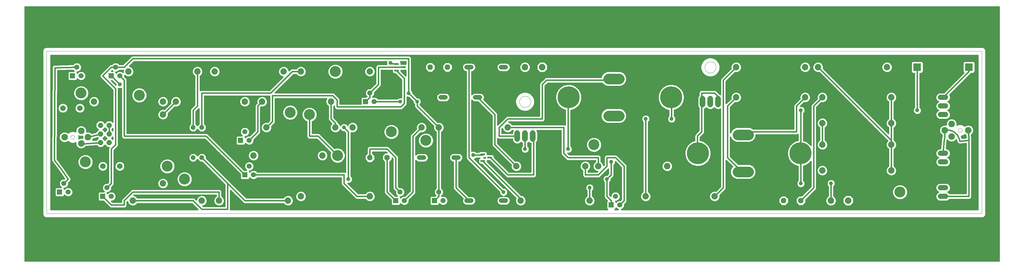
<source format=gtl>
G75*
G70*
%OFA0B0*%
%FSLAX24Y24*%
%IPPOS*%
%LPD*%
%AMOC8*
5,1,8,0,0,1.08239X$1,22.5*
%
%ADD10C,0.0000*%
%ADD11R,0.0590X0.0590*%
%ADD12C,0.0590*%
%ADD13OC8,0.0520*%
%ADD14R,0.0520X0.0220*%
%ADD15C,0.0520*%
%ADD16C,0.0660*%
%ADD17C,0.1240*%
%ADD18C,0.2550*%
%ADD19R,0.0900X0.0900*%
%ADD20C,0.0740*%
%ADD21C,0.0600*%
%ADD22C,0.0760*%
%ADD23C,0.0440*%
%ADD24OC8,0.0600*%
%ADD25C,0.0650*%
%ADD26OC8,0.0630*%
%ADD27C,0.0750*%
%ADD28OC8,0.0750*%
%ADD29C,0.0160*%
%ADD30C,0.0460*%
%ADD31C,0.1266*%
D10*
X008831Y010180D02*
X008831Y029050D01*
X117323Y029050D01*
X117323Y010180D01*
X008831Y010180D01*
X011620Y019055D02*
X011622Y019085D01*
X011628Y019115D01*
X011637Y019144D01*
X011650Y019171D01*
X011667Y019196D01*
X011686Y019219D01*
X011709Y019240D01*
X011734Y019257D01*
X011760Y019271D01*
X011789Y019281D01*
X011818Y019288D01*
X011848Y019291D01*
X011879Y019290D01*
X011909Y019285D01*
X011938Y019276D01*
X011965Y019264D01*
X011991Y019249D01*
X012015Y019230D01*
X012036Y019208D01*
X012054Y019184D01*
X012069Y019157D01*
X012080Y019129D01*
X012088Y019100D01*
X012092Y019070D01*
X012092Y019040D01*
X012088Y019010D01*
X012080Y018981D01*
X012069Y018953D01*
X012054Y018926D01*
X012036Y018902D01*
X012015Y018880D01*
X011991Y018861D01*
X011965Y018846D01*
X011938Y018834D01*
X011909Y018825D01*
X011879Y018820D01*
X011848Y018819D01*
X011818Y018822D01*
X011789Y018829D01*
X011760Y018839D01*
X011734Y018853D01*
X011709Y018870D01*
X011686Y018891D01*
X011667Y018914D01*
X011650Y018939D01*
X011637Y018966D01*
X011628Y018995D01*
X011622Y019025D01*
X011620Y019055D01*
X063681Y023180D02*
X063683Y023230D01*
X063689Y023280D01*
X063699Y023330D01*
X063712Y023378D01*
X063729Y023426D01*
X063750Y023472D01*
X063774Y023516D01*
X063802Y023558D01*
X063833Y023598D01*
X063867Y023635D01*
X063904Y023670D01*
X063943Y023701D01*
X063984Y023730D01*
X064028Y023755D01*
X064074Y023777D01*
X064121Y023795D01*
X064169Y023809D01*
X064218Y023820D01*
X064268Y023827D01*
X064318Y023830D01*
X064369Y023829D01*
X064419Y023824D01*
X064469Y023815D01*
X064517Y023803D01*
X064565Y023786D01*
X064611Y023766D01*
X064656Y023743D01*
X064699Y023716D01*
X064739Y023686D01*
X064777Y023653D01*
X064812Y023617D01*
X064845Y023578D01*
X064874Y023537D01*
X064900Y023494D01*
X064923Y023449D01*
X064942Y023402D01*
X064957Y023354D01*
X064969Y023305D01*
X064977Y023255D01*
X064981Y023205D01*
X064981Y023155D01*
X064977Y023105D01*
X064969Y023055D01*
X064957Y023006D01*
X064942Y022958D01*
X064923Y022911D01*
X064900Y022866D01*
X064874Y022823D01*
X064845Y022782D01*
X064812Y022743D01*
X064777Y022707D01*
X064739Y022674D01*
X064699Y022644D01*
X064656Y022617D01*
X064611Y022594D01*
X064565Y022574D01*
X064517Y022557D01*
X064469Y022545D01*
X064419Y022536D01*
X064369Y022531D01*
X064318Y022530D01*
X064268Y022533D01*
X064218Y022540D01*
X064169Y022551D01*
X064121Y022565D01*
X064074Y022583D01*
X064028Y022605D01*
X063984Y022630D01*
X063943Y022659D01*
X063904Y022690D01*
X063867Y022725D01*
X063833Y022762D01*
X063802Y022802D01*
X063774Y022844D01*
X063750Y022888D01*
X063729Y022934D01*
X063712Y022982D01*
X063699Y023030D01*
X063689Y023080D01*
X063683Y023130D01*
X063681Y023180D01*
X085181Y027180D02*
X085183Y027230D01*
X085189Y027280D01*
X085199Y027330D01*
X085212Y027378D01*
X085229Y027426D01*
X085250Y027472D01*
X085274Y027516D01*
X085302Y027558D01*
X085333Y027598D01*
X085367Y027635D01*
X085404Y027670D01*
X085443Y027701D01*
X085484Y027730D01*
X085528Y027755D01*
X085574Y027777D01*
X085621Y027795D01*
X085669Y027809D01*
X085718Y027820D01*
X085768Y027827D01*
X085818Y027830D01*
X085869Y027829D01*
X085919Y027824D01*
X085969Y027815D01*
X086017Y027803D01*
X086065Y027786D01*
X086111Y027766D01*
X086156Y027743D01*
X086199Y027716D01*
X086239Y027686D01*
X086277Y027653D01*
X086312Y027617D01*
X086345Y027578D01*
X086374Y027537D01*
X086400Y027494D01*
X086423Y027449D01*
X086442Y027402D01*
X086457Y027354D01*
X086469Y027305D01*
X086477Y027255D01*
X086481Y027205D01*
X086481Y027155D01*
X086477Y027105D01*
X086469Y027055D01*
X086457Y027006D01*
X086442Y026958D01*
X086423Y026911D01*
X086400Y026866D01*
X086374Y026823D01*
X086345Y026782D01*
X086312Y026743D01*
X086277Y026707D01*
X086239Y026674D01*
X086199Y026644D01*
X086156Y026617D01*
X086111Y026594D01*
X086065Y026574D01*
X086017Y026557D01*
X085969Y026545D01*
X085919Y026536D01*
X085869Y026531D01*
X085818Y026530D01*
X085768Y026533D01*
X085718Y026540D01*
X085669Y026551D01*
X085621Y026565D01*
X085574Y026583D01*
X085528Y026605D01*
X085484Y026630D01*
X085443Y026659D01*
X085404Y026690D01*
X085367Y026725D01*
X085333Y026762D01*
X085302Y026802D01*
X085274Y026844D01*
X085250Y026888D01*
X085229Y026934D01*
X085212Y026982D01*
X085199Y027030D01*
X085189Y027080D01*
X085183Y027130D01*
X085181Y027180D01*
X114570Y019855D02*
X114572Y019885D01*
X114578Y019915D01*
X114587Y019944D01*
X114600Y019971D01*
X114617Y019996D01*
X114636Y020019D01*
X114659Y020040D01*
X114684Y020057D01*
X114710Y020071D01*
X114739Y020081D01*
X114768Y020088D01*
X114798Y020091D01*
X114829Y020090D01*
X114859Y020085D01*
X114888Y020076D01*
X114915Y020064D01*
X114941Y020049D01*
X114965Y020030D01*
X114986Y020008D01*
X115004Y019984D01*
X115019Y019957D01*
X115030Y019929D01*
X115038Y019900D01*
X115042Y019870D01*
X115042Y019840D01*
X115038Y019810D01*
X115030Y019781D01*
X115019Y019753D01*
X115004Y019726D01*
X114986Y019702D01*
X114965Y019680D01*
X114941Y019661D01*
X114915Y019646D01*
X114888Y019634D01*
X114859Y019625D01*
X114829Y019620D01*
X114798Y019619D01*
X114768Y019622D01*
X114739Y019629D01*
X114710Y019639D01*
X114684Y019653D01*
X114659Y019670D01*
X114636Y019691D01*
X114617Y019714D01*
X114600Y019739D01*
X114587Y019766D01*
X114578Y019795D01*
X114572Y019825D01*
X114570Y019855D01*
D11*
X074331Y011180D03*
X053831Y011680D03*
X049331Y011680D03*
X031831Y014680D03*
X031331Y018680D03*
X045831Y023180D03*
X016331Y026180D03*
X011831Y026180D03*
X010331Y012680D03*
X015331Y012180D03*
D12*
X016331Y012180D03*
X015831Y013180D03*
X011331Y012680D03*
X010831Y013680D03*
X032331Y015680D03*
X032831Y014680D03*
X032331Y018680D03*
X031831Y019680D03*
X046331Y024180D03*
X046831Y023180D03*
X017331Y026180D03*
X016831Y027180D03*
X012831Y026180D03*
X012331Y027180D03*
X049831Y012680D03*
X050331Y011680D03*
X054331Y012680D03*
X054831Y011680D03*
X074831Y012180D03*
X075331Y011180D03*
D13*
X026831Y016680D03*
X025831Y016680D03*
X025831Y020180D03*
X026831Y020180D03*
D14*
X049431Y026800D03*
X050231Y027180D03*
X049431Y027560D03*
X059431Y017060D03*
X060231Y016680D03*
X059431Y016300D03*
D15*
X056591Y016680D02*
X056071Y016680D01*
X052591Y016680D02*
X052071Y016680D01*
X057571Y011680D02*
X058091Y011680D01*
X061571Y011680D02*
X062091Y011680D01*
X059091Y023680D02*
X058571Y023680D01*
X055091Y023680D02*
X054571Y023680D01*
X057571Y027180D02*
X058091Y027180D01*
X061571Y027180D02*
X062091Y027180D01*
D16*
X084931Y023510D02*
X084931Y022850D01*
X085831Y022850D02*
X085831Y023510D01*
X086731Y023510D02*
X086731Y022850D01*
X065231Y019510D02*
X065231Y018850D01*
X064331Y018850D02*
X064331Y019510D01*
X063431Y019510D02*
X063431Y018850D01*
D17*
X074011Y021530D02*
X075251Y021530D01*
X089011Y019330D02*
X090251Y019330D01*
X090251Y015030D02*
X089011Y015030D01*
X075251Y025830D02*
X074011Y025830D01*
D18*
X069381Y023680D03*
X081281Y023680D03*
X084381Y017180D03*
X096281Y017180D03*
D19*
X109831Y027180D03*
X115831Y027180D03*
D20*
X106331Y027180D03*
X098331Y027180D03*
X096831Y027180D03*
X088831Y027180D03*
X088831Y023680D03*
X096831Y023680D03*
X098831Y023680D03*
X106831Y023680D03*
X106831Y020680D03*
X098831Y020680D03*
X098831Y018180D03*
X106831Y018180D03*
X106831Y015180D03*
X098831Y015180D03*
X086331Y012180D03*
X078331Y012180D03*
X071831Y011680D03*
X063831Y011680D03*
X063331Y015680D03*
X071331Y015680D03*
X072831Y015680D03*
X080831Y015680D03*
X062331Y020180D03*
X054331Y020180D03*
X052331Y020180D03*
X044331Y020180D03*
X042331Y020180D03*
X034331Y020180D03*
X033831Y023180D03*
X031831Y023180D03*
X023831Y023180D03*
X022331Y023180D03*
X022331Y021680D03*
X014331Y023180D03*
X018331Y026680D03*
X026331Y026680D03*
X028331Y026680D03*
X036331Y026680D03*
X038331Y026680D03*
X046331Y026680D03*
X041831Y023180D03*
X040831Y016930D03*
X032831Y016930D03*
X022331Y013680D03*
X018831Y011680D03*
X026831Y011680D03*
X028831Y011680D03*
X036831Y011680D03*
X038331Y012180D03*
X046331Y012180D03*
D21*
X112531Y012180D02*
X113131Y012180D01*
X113131Y013180D02*
X112531Y013180D01*
X112531Y016180D02*
X113131Y016180D01*
X113131Y017180D02*
X112531Y017180D01*
X112531Y021680D02*
X113131Y021680D01*
X113131Y022680D02*
X112531Y022680D01*
X112531Y023680D02*
X113131Y023680D01*
D22*
X113822Y020583D03*
X113034Y019855D03*
X113822Y019127D03*
X115751Y019855D03*
X013628Y019055D03*
X012840Y018327D03*
X010911Y019055D03*
X012840Y019783D03*
D23*
X049847Y023188D03*
X051815Y023188D03*
X050831Y024172D03*
D24*
X016081Y020430D03*
X015081Y020430D03*
X015081Y019430D03*
X016081Y019430D03*
X016081Y018430D03*
X015081Y018430D03*
D25*
X015347Y015680D03*
X017315Y015680D03*
X012690Y022430D03*
X010722Y022430D03*
D26*
X046331Y016680D03*
X048331Y016680D03*
X053331Y027180D03*
X055331Y027180D03*
X094331Y011680D03*
X096331Y011680D03*
D27*
X099831Y011680D03*
X064331Y027180D03*
D28*
X066331Y027180D03*
X101831Y011680D03*
D29*
X006331Y004680D02*
X006331Y034180D01*
X119331Y034180D01*
X119331Y004680D01*
X006331Y004680D01*
X006331Y004728D02*
X119331Y004728D01*
X119331Y004886D02*
X006331Y004886D01*
X006331Y005045D02*
X119331Y005045D01*
X119331Y005203D02*
X006331Y005203D01*
X006331Y005362D02*
X119331Y005362D01*
X119331Y005520D02*
X006331Y005520D01*
X006331Y005679D02*
X119331Y005679D01*
X119331Y005837D02*
X006331Y005837D01*
X006331Y005996D02*
X119331Y005996D01*
X119331Y006154D02*
X006331Y006154D01*
X006331Y006313D02*
X119331Y006313D01*
X119331Y006471D02*
X006331Y006471D01*
X006331Y006630D02*
X119331Y006630D01*
X119331Y006788D02*
X006331Y006788D01*
X006331Y006947D02*
X119331Y006947D01*
X119331Y007105D02*
X006331Y007105D01*
X006331Y007264D02*
X119331Y007264D01*
X119331Y007422D02*
X006331Y007422D01*
X006331Y007581D02*
X119331Y007581D01*
X119331Y007739D02*
X006331Y007739D01*
X006331Y007898D02*
X119331Y007898D01*
X119331Y008056D02*
X006331Y008056D01*
X006331Y008215D02*
X119331Y008215D01*
X119331Y008373D02*
X006331Y008373D01*
X006331Y008532D02*
X119331Y008532D01*
X119331Y008690D02*
X006331Y008690D01*
X006331Y008849D02*
X119331Y008849D01*
X119331Y009007D02*
X006331Y009007D01*
X006331Y009166D02*
X119331Y009166D01*
X119331Y009324D02*
X006331Y009324D01*
X006331Y009483D02*
X119331Y009483D01*
X119331Y009641D02*
X006331Y009641D01*
X006331Y009800D02*
X008533Y009800D01*
X008559Y009773D02*
X008735Y009700D01*
X008926Y009700D01*
X117228Y009700D01*
X117419Y009700D01*
X117595Y009773D01*
X117730Y009908D01*
X117803Y010085D01*
X117803Y029146D01*
X117730Y029322D01*
X117595Y029457D01*
X117419Y029530D01*
X008735Y029530D01*
X008559Y029457D01*
X008424Y029322D01*
X008351Y029146D01*
X008351Y010085D01*
X008424Y009908D01*
X008559Y009773D01*
X008403Y009958D02*
X006331Y009958D01*
X006331Y010117D02*
X008351Y010117D01*
X008351Y010275D02*
X006331Y010275D01*
X006331Y010434D02*
X008351Y010434D01*
X008351Y010592D02*
X006331Y010592D01*
X006331Y010751D02*
X008351Y010751D01*
X008351Y010909D02*
X006331Y010909D01*
X006331Y011068D02*
X008351Y011068D01*
X008351Y011226D02*
X006331Y011226D01*
X006331Y011385D02*
X008351Y011385D01*
X008351Y011543D02*
X006331Y011543D01*
X006331Y011702D02*
X008351Y011702D01*
X008351Y011860D02*
X006331Y011860D01*
X006331Y012019D02*
X008351Y012019D01*
X008351Y012177D02*
X006331Y012177D01*
X006331Y012336D02*
X008351Y012336D01*
X008351Y012494D02*
X006331Y012494D01*
X006331Y012653D02*
X008351Y012653D01*
X008351Y012811D02*
X006331Y012811D01*
X006331Y012970D02*
X008351Y012970D01*
X008351Y013128D02*
X006331Y013128D01*
X006331Y013287D02*
X008351Y013287D01*
X008351Y013445D02*
X006331Y013445D01*
X006331Y013604D02*
X008351Y013604D01*
X008351Y013762D02*
X006331Y013762D01*
X006331Y013921D02*
X008351Y013921D01*
X008351Y014079D02*
X006331Y014079D01*
X006331Y014238D02*
X008351Y014238D01*
X008351Y014396D02*
X006331Y014396D01*
X006331Y014555D02*
X008351Y014555D01*
X008351Y014713D02*
X006331Y014713D01*
X006331Y014872D02*
X008351Y014872D01*
X008351Y015030D02*
X006331Y015030D01*
X006331Y015189D02*
X008351Y015189D01*
X008351Y015347D02*
X006331Y015347D01*
X006331Y015506D02*
X008351Y015506D01*
X008351Y015664D02*
X006331Y015664D01*
X006331Y015823D02*
X008351Y015823D01*
X008351Y015981D02*
X006331Y015981D01*
X006331Y016140D02*
X008351Y016140D01*
X008351Y016298D02*
X006331Y016298D01*
X006331Y016457D02*
X008351Y016457D01*
X008351Y016615D02*
X006331Y016615D01*
X006331Y016774D02*
X008351Y016774D01*
X008351Y016932D02*
X006331Y016932D01*
X006331Y017091D02*
X008351Y017091D01*
X008351Y017249D02*
X006331Y017249D01*
X006331Y017408D02*
X008351Y017408D01*
X008351Y017566D02*
X006331Y017566D01*
X006331Y017725D02*
X008351Y017725D01*
X008351Y017883D02*
X006331Y017883D01*
X006331Y018042D02*
X008351Y018042D01*
X008351Y018200D02*
X006331Y018200D01*
X006331Y018359D02*
X008351Y018359D01*
X008351Y018517D02*
X006331Y018517D01*
X006331Y018676D02*
X008351Y018676D01*
X008351Y018834D02*
X006331Y018834D01*
X006331Y018993D02*
X008351Y018993D01*
X008351Y019151D02*
X006331Y019151D01*
X006331Y019310D02*
X008351Y019310D01*
X008351Y019468D02*
X006331Y019468D01*
X006331Y019627D02*
X008351Y019627D01*
X008351Y019785D02*
X006331Y019785D01*
X006331Y019944D02*
X008351Y019944D01*
X008351Y020102D02*
X006331Y020102D01*
X006331Y020261D02*
X008351Y020261D01*
X008351Y020419D02*
X006331Y020419D01*
X006331Y020578D02*
X008351Y020578D01*
X008351Y020736D02*
X006331Y020736D01*
X006331Y020895D02*
X008351Y020895D01*
X008351Y021053D02*
X006331Y021053D01*
X006331Y021212D02*
X008351Y021212D01*
X008351Y021370D02*
X006331Y021370D01*
X006331Y021529D02*
X008351Y021529D01*
X008351Y021687D02*
X006331Y021687D01*
X006331Y021846D02*
X008351Y021846D01*
X008351Y022004D02*
X006331Y022004D01*
X006331Y022163D02*
X008351Y022163D01*
X008351Y022321D02*
X006331Y022321D01*
X006331Y022480D02*
X008351Y022480D01*
X008351Y022638D02*
X006331Y022638D01*
X006331Y022797D02*
X008351Y022797D01*
X008351Y022955D02*
X006331Y022955D01*
X006331Y023114D02*
X008351Y023114D01*
X008351Y023272D02*
X006331Y023272D01*
X006331Y023431D02*
X008351Y023431D01*
X008351Y023589D02*
X006331Y023589D01*
X006331Y023748D02*
X008351Y023748D01*
X008351Y023906D02*
X006331Y023906D01*
X006331Y024065D02*
X008351Y024065D01*
X008351Y024223D02*
X006331Y024223D01*
X006331Y024382D02*
X008351Y024382D01*
X008351Y024540D02*
X006331Y024540D01*
X006331Y024699D02*
X008351Y024699D01*
X008351Y024857D02*
X006331Y024857D01*
X006331Y025016D02*
X008351Y025016D01*
X008351Y025174D02*
X006331Y025174D01*
X006331Y025333D02*
X008351Y025333D01*
X008351Y025491D02*
X006331Y025491D01*
X006331Y025650D02*
X008351Y025650D01*
X008351Y025808D02*
X006331Y025808D01*
X006331Y025967D02*
X008351Y025967D01*
X008351Y026125D02*
X006331Y026125D01*
X006331Y026284D02*
X008351Y026284D01*
X008351Y026442D02*
X006331Y026442D01*
X006331Y026601D02*
X008351Y026601D01*
X008351Y026759D02*
X006331Y026759D01*
X006331Y026918D02*
X008351Y026918D01*
X008351Y027076D02*
X006331Y027076D01*
X006331Y027235D02*
X008351Y027235D01*
X008351Y027393D02*
X006331Y027393D01*
X006331Y027552D02*
X008351Y027552D01*
X008351Y027710D02*
X006331Y027710D01*
X006331Y027869D02*
X008351Y027869D01*
X008351Y028027D02*
X006331Y028027D01*
X006331Y028186D02*
X008351Y028186D01*
X008351Y028344D02*
X006331Y028344D01*
X006331Y028503D02*
X008351Y028503D01*
X008351Y028661D02*
X006331Y028661D01*
X006331Y028820D02*
X008351Y028820D01*
X008351Y028978D02*
X006331Y028978D01*
X006331Y029137D02*
X008351Y029137D01*
X008413Y029295D02*
X006331Y029295D01*
X006331Y029454D02*
X008556Y029454D01*
X009311Y028570D02*
X116843Y028570D01*
X116843Y010660D01*
X075526Y010660D01*
X075645Y010709D01*
X075801Y010866D01*
X075886Y011070D01*
X075886Y011254D01*
X076024Y011392D01*
X076119Y011487D01*
X076171Y011612D01*
X076171Y015748D01*
X076119Y015873D01*
X075119Y016873D01*
X075024Y016968D01*
X074899Y017020D01*
X073763Y017020D01*
X073638Y016968D01*
X073543Y016873D01*
X073491Y016748D01*
X073491Y015821D01*
X073461Y015791D01*
X073461Y015805D01*
X073365Y016037D01*
X073188Y016214D01*
X073171Y016221D01*
X073171Y016748D01*
X073119Y016873D01*
X073024Y016968D01*
X072899Y017020D01*
X069472Y017020D01*
X069302Y017190D01*
X069428Y017190D01*
X069609Y017265D01*
X069746Y017402D01*
X069821Y017583D01*
X069821Y017777D01*
X069746Y017958D01*
X069671Y018033D01*
X069671Y022169D01*
X069973Y022250D01*
X070323Y022452D01*
X070609Y022737D01*
X070811Y023088D01*
X070916Y023478D01*
X070916Y023882D01*
X070811Y024272D01*
X070609Y024623D01*
X070323Y024908D01*
X069973Y025110D01*
X069583Y025215D01*
X069179Y025215D01*
X068788Y025110D01*
X068438Y024908D01*
X068153Y024623D01*
X067951Y024272D01*
X067846Y023882D01*
X067846Y023478D01*
X067951Y023088D01*
X068153Y022737D01*
X068438Y022452D01*
X068788Y022250D01*
X068991Y022195D01*
X068991Y020482D01*
X068899Y020520D01*
X062872Y020520D01*
X062865Y020537D01*
X062688Y020714D01*
X062456Y020810D01*
X062442Y020810D01*
X062472Y020840D01*
X066399Y020840D01*
X066524Y020892D01*
X066619Y020987D01*
X066671Y021112D01*
X066671Y025039D01*
X066972Y025340D01*
X073261Y025340D01*
X073265Y025332D01*
X073512Y025084D01*
X073836Y024950D01*
X075426Y024950D01*
X075749Y025084D01*
X075997Y025332D01*
X076131Y025655D01*
X076131Y026005D01*
X075997Y026328D01*
X075749Y026576D01*
X075426Y026710D01*
X073836Y026710D01*
X073512Y026576D01*
X073265Y026328D01*
X073137Y026020D01*
X066763Y026020D01*
X066638Y025968D01*
X066543Y025873D01*
X066138Y025468D01*
X066043Y025373D01*
X065991Y025248D01*
X065991Y021520D01*
X062263Y021520D01*
X062138Y021468D01*
X062043Y021373D01*
X061171Y020501D01*
X061171Y021748D01*
X061119Y021873D01*
X059554Y023438D01*
X059611Y023577D01*
X059611Y023783D01*
X059532Y023975D01*
X059386Y024121D01*
X059194Y024200D01*
X058468Y024200D01*
X058276Y024121D01*
X058171Y024015D01*
X058171Y026660D01*
X058194Y026660D01*
X058386Y026739D01*
X058532Y026885D01*
X058611Y027077D01*
X058611Y027283D01*
X058532Y027475D01*
X058386Y027621D01*
X058194Y027700D01*
X057468Y027700D01*
X057276Y027621D01*
X057130Y027475D01*
X057051Y027283D01*
X057051Y027077D01*
X057130Y026885D01*
X057276Y026739D01*
X057468Y026660D01*
X057491Y026660D01*
X057491Y016612D01*
X057543Y016487D01*
X057638Y016392D01*
X061341Y012689D01*
X061341Y012583D01*
X061416Y012402D01*
X061553Y012265D01*
X061709Y012200D01*
X061468Y012200D01*
X061276Y012121D01*
X061130Y011975D01*
X061051Y011783D01*
X061051Y011577D01*
X061130Y011385D01*
X061276Y011239D01*
X061468Y011160D01*
X062194Y011160D01*
X062386Y011239D01*
X062532Y011385D01*
X062611Y011577D01*
X062611Y011783D01*
X062532Y011975D01*
X062386Y012121D01*
X062194Y012200D01*
X061953Y012200D01*
X062109Y012265D01*
X062246Y012402D01*
X062321Y012583D01*
X062321Y012777D01*
X062246Y012958D01*
X062109Y013095D01*
X061928Y013170D01*
X061822Y013170D01*
X058480Y016511D01*
X058609Y016565D01*
X058684Y016640D01*
X059047Y016640D01*
X059024Y016630D01*
X058951Y016557D01*
X058911Y016462D01*
X058911Y016138D01*
X058951Y016043D01*
X059024Y015970D01*
X059119Y015930D01*
X059300Y015930D01*
X063267Y011964D01*
X063201Y011805D01*
X063201Y011555D01*
X063297Y011323D01*
X063474Y011146D01*
X063706Y011050D01*
X063956Y011050D01*
X064188Y011146D01*
X064365Y011323D01*
X064461Y011555D01*
X064461Y011805D01*
X064365Y012037D01*
X064188Y012214D01*
X063956Y012310D01*
X063882Y012310D01*
X059951Y016241D01*
X059951Y016310D01*
X060220Y016310D01*
X062043Y014487D01*
X062138Y014392D01*
X062263Y014340D01*
X065399Y014340D01*
X065524Y014392D01*
X065619Y014487D01*
X065671Y014612D01*
X065671Y018456D01*
X065731Y018516D01*
X065821Y018733D01*
X065821Y019627D01*
X065733Y019840D01*
X068491Y019840D01*
X068491Y017112D01*
X068543Y016987D01*
X069043Y016487D01*
X069138Y016392D01*
X069263Y016340D01*
X072491Y016340D01*
X072491Y016221D01*
X072474Y016214D01*
X072297Y016037D01*
X072201Y015805D01*
X072201Y015555D01*
X072297Y015323D01*
X072474Y015146D01*
X072706Y015050D01*
X072720Y015050D01*
X072690Y015020D01*
X071671Y015020D01*
X071671Y015139D01*
X071688Y015146D01*
X071865Y015323D01*
X071961Y015555D01*
X071961Y015805D01*
X071865Y016037D01*
X071688Y016214D01*
X071456Y016310D01*
X071206Y016310D01*
X070974Y016214D01*
X070797Y016037D01*
X070701Y015805D01*
X070701Y015555D01*
X070797Y015323D01*
X070974Y015146D01*
X070991Y015139D01*
X070991Y014612D01*
X071043Y014487D01*
X071138Y014392D01*
X071263Y014340D01*
X072899Y014340D01*
X073024Y014392D01*
X073119Y014487D01*
X073991Y015359D01*
X073991Y014821D01*
X073840Y014670D01*
X073734Y014670D01*
X073553Y014595D01*
X073416Y014458D01*
X073341Y014277D01*
X073341Y014083D01*
X073416Y013902D01*
X073491Y013827D01*
X073491Y012112D01*
X073543Y011987D01*
X073638Y011892D01*
X073862Y011668D01*
X073816Y011622D01*
X073776Y011527D01*
X073776Y010833D01*
X073816Y010738D01*
X073889Y010665D01*
X073900Y010660D01*
X030171Y010660D01*
X030171Y012859D01*
X031543Y011487D01*
X031638Y011392D01*
X031763Y011340D01*
X036290Y011340D01*
X036297Y011323D01*
X036474Y011146D01*
X036706Y011050D01*
X036956Y011050D01*
X037188Y011146D01*
X037365Y011323D01*
X037461Y011555D01*
X037461Y011805D01*
X037365Y012037D01*
X037188Y012214D01*
X036956Y012310D01*
X036706Y012310D01*
X036474Y012214D01*
X036297Y012037D01*
X036290Y012020D01*
X031972Y012020D01*
X030119Y013873D01*
X030024Y013968D01*
X030024Y013968D01*
X027351Y016641D01*
X027351Y016895D01*
X027046Y017200D01*
X026616Y017200D01*
X026331Y016915D01*
X026046Y017200D01*
X025616Y017200D01*
X025311Y016895D01*
X025311Y016465D01*
X025616Y016160D01*
X026046Y016160D01*
X026331Y016445D01*
X026616Y016160D01*
X026870Y016160D01*
X029491Y013539D01*
X029491Y011020D01*
X026972Y011020D01*
X026942Y011050D01*
X026956Y011050D01*
X027188Y011146D01*
X027365Y011323D01*
X027461Y011555D01*
X027461Y011805D01*
X027365Y012037D01*
X027188Y012214D01*
X026956Y012310D01*
X026706Y012310D01*
X026474Y012214D01*
X026297Y012037D01*
X026201Y011805D01*
X026201Y011791D01*
X026024Y011968D01*
X025899Y012020D01*
X019372Y012020D01*
X019365Y012037D01*
X019188Y012214D01*
X018956Y012310D01*
X018942Y012310D01*
X018972Y012340D01*
X028491Y012340D01*
X028491Y012221D01*
X028474Y012214D01*
X028297Y012037D01*
X028201Y011805D01*
X028201Y011555D01*
X028297Y011323D01*
X028474Y011146D01*
X028706Y011050D01*
X028956Y011050D01*
X029188Y011146D01*
X029365Y011323D01*
X029461Y011555D01*
X029461Y011805D01*
X029365Y012037D01*
X029188Y012214D01*
X029171Y012221D01*
X029171Y012748D01*
X029119Y012873D01*
X029024Y012968D01*
X028899Y013020D01*
X018763Y013020D01*
X018638Y012968D01*
X018543Y012873D01*
X017543Y011873D01*
X017491Y011748D01*
X017491Y011520D01*
X016472Y011520D01*
X016367Y011625D01*
X016441Y011625D01*
X016645Y011709D01*
X016801Y011866D01*
X016886Y012070D01*
X016886Y012290D01*
X016801Y012494D01*
X016645Y012651D01*
X016441Y012735D01*
X016221Y012735D01*
X016017Y012651D01*
X015886Y012520D01*
X015886Y012527D01*
X015846Y012622D01*
X015844Y012625D01*
X015941Y012625D01*
X016145Y012709D01*
X016301Y012866D01*
X016386Y013070D01*
X016386Y013254D01*
X016524Y013392D01*
X016619Y013487D01*
X016671Y013612D01*
X016671Y017539D01*
X017024Y017892D01*
X017119Y017987D01*
X017171Y018112D01*
X017171Y024716D01*
X017234Y024690D01*
X017428Y024690D01*
X017491Y024716D01*
X017491Y019112D01*
X017543Y018987D01*
X017638Y018892D01*
X017763Y018840D01*
X027190Y018840D01*
X031276Y014754D01*
X031276Y014333D01*
X031316Y014238D01*
X031389Y014165D01*
X031484Y014125D01*
X032178Y014125D01*
X032273Y014165D01*
X032346Y014238D01*
X032386Y014333D01*
X032386Y014340D01*
X032517Y014209D01*
X032721Y014125D01*
X032941Y014125D01*
X033145Y014209D01*
X033276Y014340D01*
X042991Y014340D01*
X042991Y013612D01*
X043043Y013487D01*
X044543Y011987D01*
X044638Y011892D01*
X044763Y011840D01*
X045790Y011840D01*
X045797Y011823D01*
X045974Y011646D01*
X046206Y011550D01*
X046456Y011550D01*
X046688Y011646D01*
X046865Y011823D01*
X046961Y012055D01*
X046961Y012305D01*
X046865Y012537D01*
X046688Y012714D01*
X046456Y012810D01*
X046206Y012810D01*
X045974Y012714D01*
X045797Y012537D01*
X045790Y012520D01*
X044972Y012520D01*
X043802Y013690D01*
X043928Y013690D01*
X044109Y013765D01*
X044246Y013902D01*
X044321Y014083D01*
X044321Y014277D01*
X044246Y014458D01*
X044171Y014533D01*
X044171Y019564D01*
X044206Y019550D01*
X044456Y019550D01*
X044688Y019646D01*
X044865Y019823D01*
X044961Y020055D01*
X044961Y020305D01*
X044865Y020537D01*
X044688Y020714D01*
X044456Y020810D01*
X044206Y020810D01*
X043974Y020714D01*
X043797Y020537D01*
X043755Y020436D01*
X043746Y020458D01*
X043609Y020595D01*
X043428Y020670D01*
X043234Y020670D01*
X043053Y020595D01*
X042916Y020458D01*
X042907Y020436D01*
X042865Y020537D01*
X042688Y020714D01*
X042671Y020721D01*
X042671Y020748D01*
X042619Y020873D01*
X042524Y020968D01*
X042171Y021321D01*
X042171Y022639D01*
X042188Y022646D01*
X042191Y022649D01*
X042191Y022512D01*
X042243Y022387D01*
X042338Y022292D01*
X042463Y022240D01*
X049999Y022240D01*
X050124Y022292D01*
X050219Y022387D01*
X050219Y022387D01*
X050619Y022787D01*
X050671Y022912D01*
X050671Y023719D01*
X050735Y023692D01*
X050838Y023692D01*
X051335Y023195D01*
X051335Y023092D01*
X051408Y022916D01*
X051491Y022833D01*
X051491Y022612D01*
X051543Y022487D01*
X051638Y022392D01*
X053708Y020322D01*
X053701Y020305D01*
X053701Y020055D01*
X053797Y019823D01*
X053974Y019646D01*
X053991Y019639D01*
X053991Y013125D01*
X053860Y012994D01*
X053776Y012790D01*
X053776Y012570D01*
X053860Y012366D01*
X053948Y012278D01*
X053905Y012235D01*
X053484Y012235D01*
X053389Y012195D01*
X053316Y012122D01*
X053276Y012027D01*
X053276Y011333D01*
X053316Y011238D01*
X053389Y011165D01*
X053484Y011125D01*
X054178Y011125D01*
X054273Y011165D01*
X054346Y011238D01*
X054386Y011333D01*
X054386Y011340D01*
X054517Y011209D01*
X054721Y011125D01*
X054941Y011125D01*
X055145Y011209D01*
X055301Y011366D01*
X055386Y011570D01*
X055386Y011790D01*
X055301Y011994D01*
X055145Y012151D01*
X054941Y012235D01*
X054721Y012235D01*
X054671Y012214D01*
X054671Y012235D01*
X054801Y012366D01*
X054886Y012570D01*
X054886Y012790D01*
X054801Y012994D01*
X054671Y013125D01*
X054671Y019639D01*
X054688Y019646D01*
X054865Y019823D01*
X054961Y020055D01*
X054961Y020305D01*
X054865Y020537D01*
X054688Y020714D01*
X054456Y020810D01*
X054206Y020810D01*
X054189Y020803D01*
X052171Y022821D01*
X052171Y022865D01*
X052222Y022916D01*
X052295Y023092D01*
X052295Y023283D01*
X052222Y023460D01*
X052087Y023595D01*
X051911Y023668D01*
X051824Y023668D01*
X051311Y024181D01*
X051311Y024268D01*
X051238Y024444D01*
X051171Y024511D01*
X051171Y028248D01*
X051119Y028373D01*
X051024Y028468D01*
X050899Y028520D01*
X018763Y028520D01*
X018638Y028468D01*
X018543Y028373D01*
X017690Y027520D01*
X017276Y027520D01*
X017145Y027651D01*
X016941Y027735D01*
X016721Y027735D01*
X016517Y027651D01*
X016386Y027520D01*
X016263Y027520D01*
X016138Y027468D01*
X016043Y027373D01*
X015043Y026373D01*
X014991Y026248D01*
X014991Y026112D01*
X015043Y025987D01*
X015138Y025892D01*
X016491Y024539D01*
X016491Y020812D01*
X016313Y020990D01*
X015849Y020990D01*
X015581Y020722D01*
X015313Y020990D01*
X014849Y020990D01*
X014521Y020662D01*
X014521Y020198D01*
X014789Y019930D01*
X014521Y019662D01*
X014521Y019637D01*
X014068Y019520D01*
X013990Y019598D01*
X013755Y019695D01*
X013500Y019695D01*
X013480Y019687D01*
X013480Y019911D01*
X013383Y020146D01*
X013203Y020326D01*
X012968Y020423D01*
X012713Y020423D01*
X012478Y020326D01*
X012298Y020146D01*
X012200Y019911D01*
X012200Y019688D01*
X011998Y019771D01*
X011714Y019771D01*
X011450Y019662D01*
X011330Y019542D01*
X011274Y019598D01*
X011038Y019695D01*
X010784Y019695D01*
X010549Y019598D01*
X010369Y019418D01*
X010271Y019182D01*
X010271Y018928D01*
X010369Y018692D01*
X010549Y018512D01*
X010784Y018415D01*
X011038Y018415D01*
X011274Y018512D01*
X011330Y018568D01*
X011450Y018448D01*
X011714Y018339D01*
X011998Y018339D01*
X012200Y018422D01*
X012200Y018199D01*
X012298Y017964D01*
X012478Y017784D01*
X012713Y017687D01*
X012968Y017687D01*
X013203Y017784D01*
X013383Y017964D01*
X013389Y017978D01*
X014658Y018061D01*
X014849Y017870D01*
X015313Y017870D01*
X015581Y018138D01*
X015849Y017870D01*
X016042Y017870D01*
X015991Y017748D01*
X015991Y013821D01*
X015905Y013735D01*
X015721Y013735D01*
X015517Y013651D01*
X015360Y013494D01*
X015276Y013290D01*
X015276Y013070D01*
X015360Y012866D01*
X015491Y012735D01*
X014984Y012735D01*
X014889Y012695D01*
X014816Y012622D01*
X014776Y012527D01*
X014776Y011833D01*
X014816Y011738D01*
X014889Y011665D01*
X014984Y011625D01*
X015405Y011625D01*
X016043Y010987D01*
X016138Y010892D01*
X016263Y010840D01*
X017899Y010840D01*
X018024Y010892D01*
X018119Y010987D01*
X018171Y011112D01*
X018171Y011539D01*
X018201Y011569D01*
X018201Y011555D01*
X018297Y011323D01*
X018474Y011146D01*
X018706Y011050D01*
X018956Y011050D01*
X019188Y011146D01*
X019365Y011323D01*
X019372Y011340D01*
X025690Y011340D01*
X026370Y010660D01*
X009311Y010660D01*
X009311Y028570D01*
X009311Y028503D02*
X018721Y028503D01*
X018514Y028344D02*
X009311Y028344D01*
X009311Y028186D02*
X018356Y028186D01*
X018197Y028027D02*
X009311Y028027D01*
X009311Y027869D02*
X018039Y027869D01*
X017880Y027710D02*
X017002Y027710D01*
X017244Y027552D02*
X017722Y027552D01*
X017831Y027180D02*
X018831Y028180D01*
X050831Y028180D01*
X050831Y024180D01*
X050831Y024172D01*
X050831Y024180D02*
X051831Y023180D01*
X051815Y023188D01*
X051831Y023180D02*
X051831Y022680D01*
X054331Y020180D01*
X054331Y012680D01*
X054331Y012180D01*
X053831Y011680D01*
X053276Y011702D02*
X050886Y011702D01*
X050886Y011754D02*
X051524Y012392D01*
X051619Y012487D01*
X051671Y012612D01*
X051671Y016345D01*
X051776Y016239D01*
X051968Y016160D01*
X052694Y016160D01*
X052886Y016239D01*
X053032Y016385D01*
X053111Y016577D01*
X053111Y016783D01*
X053032Y016975D01*
X052886Y017121D01*
X052694Y017200D01*
X051968Y017200D01*
X051776Y017121D01*
X051671Y017015D01*
X051671Y019039D01*
X052189Y019557D01*
X052206Y019550D01*
X052456Y019550D01*
X052688Y019646D01*
X052865Y019823D01*
X052961Y020055D01*
X052961Y020305D01*
X052865Y020537D01*
X052688Y020714D01*
X052456Y020810D01*
X052206Y020810D01*
X051974Y020714D01*
X051797Y020537D01*
X051701Y020305D01*
X051701Y020055D01*
X051708Y020038D01*
X051043Y019373D01*
X050991Y019248D01*
X050991Y012821D01*
X050405Y012235D01*
X050221Y012235D01*
X050017Y012151D01*
X049886Y012020D01*
X049886Y012027D01*
X049846Y012122D01*
X049844Y012125D01*
X049941Y012125D01*
X050145Y012209D01*
X050301Y012366D01*
X050386Y012570D01*
X050386Y012790D01*
X050301Y012994D01*
X050145Y013151D01*
X049941Y013235D01*
X049757Y013235D01*
X049671Y013321D01*
X049671Y016748D01*
X049619Y016873D01*
X048619Y017873D01*
X048524Y017968D01*
X048399Y018020D01*
X046263Y018020D01*
X046138Y017968D01*
X046043Y017873D01*
X045991Y017748D01*
X045991Y017153D01*
X045756Y016918D01*
X045756Y016442D01*
X046093Y016105D01*
X046569Y016105D01*
X046906Y016442D01*
X046906Y016918D01*
X046671Y017153D01*
X046671Y017340D01*
X048190Y017340D01*
X048275Y017255D01*
X048093Y017255D01*
X047756Y016918D01*
X047756Y016442D01*
X047991Y016207D01*
X047991Y012612D01*
X048043Y012487D01*
X048138Y012392D01*
X048776Y011754D01*
X048776Y011333D01*
X048816Y011238D01*
X048889Y011165D01*
X048984Y011125D01*
X049678Y011125D01*
X049773Y011165D01*
X049846Y011238D01*
X049886Y011333D01*
X049886Y011340D01*
X050017Y011209D01*
X050221Y011125D01*
X050441Y011125D01*
X050645Y011209D01*
X050801Y011366D01*
X050886Y011570D01*
X050886Y011754D01*
X050992Y011860D02*
X053276Y011860D01*
X053276Y012019D02*
X051150Y012019D01*
X051309Y012177D02*
X053370Y012177D01*
X053807Y012494D02*
X051622Y012494D01*
X051671Y012653D02*
X053776Y012653D01*
X053785Y012811D02*
X051671Y012811D01*
X051671Y012970D02*
X053850Y012970D01*
X053991Y013128D02*
X051671Y013128D01*
X051671Y013287D02*
X053991Y013287D01*
X053991Y013445D02*
X051671Y013445D01*
X051671Y013604D02*
X053991Y013604D01*
X053991Y013762D02*
X051671Y013762D01*
X051671Y013921D02*
X053991Y013921D01*
X053991Y014079D02*
X051671Y014079D01*
X051671Y014238D02*
X053991Y014238D01*
X053991Y014396D02*
X051671Y014396D01*
X051671Y014555D02*
X053991Y014555D01*
X053991Y014713D02*
X051671Y014713D01*
X051671Y014872D02*
X053991Y014872D01*
X053991Y015030D02*
X051671Y015030D01*
X051671Y015189D02*
X053991Y015189D01*
X053991Y015347D02*
X051671Y015347D01*
X051671Y015506D02*
X053991Y015506D01*
X053991Y015664D02*
X051671Y015664D01*
X051671Y015823D02*
X053991Y015823D01*
X053991Y015981D02*
X051671Y015981D01*
X051671Y016140D02*
X053991Y016140D01*
X053991Y016298D02*
X052944Y016298D01*
X053061Y016457D02*
X053991Y016457D01*
X053991Y016615D02*
X053111Y016615D01*
X053111Y016774D02*
X053991Y016774D01*
X053991Y016932D02*
X053049Y016932D01*
X052916Y017091D02*
X053991Y017091D01*
X053991Y017249D02*
X051671Y017249D01*
X051671Y017091D02*
X051746Y017091D01*
X051671Y017408D02*
X053991Y017408D01*
X053991Y017566D02*
X051671Y017566D01*
X051671Y017725D02*
X053991Y017725D01*
X053991Y017883D02*
X053241Y017883D01*
X053337Y017923D02*
X053588Y018174D01*
X053724Y018502D01*
X053724Y018858D01*
X053588Y019186D01*
X053337Y019437D01*
X053009Y019573D01*
X052653Y019573D01*
X052325Y019437D01*
X052074Y019186D01*
X051938Y018858D01*
X051938Y018502D01*
X052074Y018174D01*
X052325Y017923D01*
X052653Y017787D01*
X053009Y017787D01*
X053337Y017923D01*
X053455Y018042D02*
X053991Y018042D01*
X053991Y018200D02*
X053599Y018200D01*
X053664Y018359D02*
X053991Y018359D01*
X053991Y018517D02*
X053724Y018517D01*
X053724Y018676D02*
X053991Y018676D01*
X053991Y018834D02*
X053724Y018834D01*
X053668Y018993D02*
X053991Y018993D01*
X053991Y019151D02*
X053603Y019151D01*
X053464Y019310D02*
X053991Y019310D01*
X053991Y019468D02*
X053262Y019468D01*
X052827Y019785D02*
X053835Y019785D01*
X053747Y019944D02*
X052915Y019944D01*
X052961Y020102D02*
X053701Y020102D01*
X053701Y020261D02*
X052961Y020261D01*
X052914Y020419D02*
X053611Y020419D01*
X053453Y020578D02*
X052824Y020578D01*
X052635Y020736D02*
X053294Y020736D01*
X053136Y020895D02*
X042597Y020895D01*
X042671Y020736D02*
X044027Y020736D01*
X043838Y020578D02*
X043626Y020578D01*
X043331Y020180D02*
X043831Y019680D01*
X043831Y014180D01*
X044272Y014396D02*
X047991Y014396D01*
X047991Y014238D02*
X044321Y014238D01*
X044320Y014079D02*
X047991Y014079D01*
X047991Y013921D02*
X044254Y013921D01*
X044102Y013762D02*
X047991Y013762D01*
X047991Y013604D02*
X043888Y013604D01*
X044047Y013445D02*
X047991Y013445D01*
X047991Y013287D02*
X044205Y013287D01*
X044364Y013128D02*
X047991Y013128D01*
X047991Y012970D02*
X044522Y012970D01*
X044681Y012811D02*
X047991Y012811D01*
X047991Y012653D02*
X046749Y012653D01*
X046883Y012494D02*
X048040Y012494D01*
X048195Y012336D02*
X046948Y012336D01*
X046961Y012177D02*
X048353Y012177D01*
X048512Y012019D02*
X046946Y012019D01*
X046880Y011860D02*
X048670Y011860D01*
X048776Y011702D02*
X046743Y011702D01*
X046331Y012180D02*
X044831Y012180D01*
X043331Y013680D01*
X043331Y014680D01*
X032831Y014680D01*
X033266Y015030D02*
X043491Y015030D01*
X043491Y014982D02*
X043399Y015020D01*
X033276Y015020D01*
X033145Y015151D01*
X032941Y015235D01*
X032721Y015235D01*
X032517Y015151D01*
X032386Y015020D01*
X032386Y015027D01*
X032346Y015122D01*
X032344Y015125D01*
X032441Y015125D01*
X032645Y015209D01*
X032801Y015366D01*
X032886Y015570D01*
X032886Y015790D01*
X032801Y015994D01*
X032645Y016151D01*
X032441Y016235D01*
X032221Y016235D01*
X032017Y016151D01*
X031860Y015994D01*
X031776Y015790D01*
X031776Y015570D01*
X031860Y015366D01*
X031991Y015235D01*
X031757Y015235D01*
X027619Y019373D01*
X027524Y019468D01*
X031318Y019468D01*
X031276Y019570D02*
X031360Y019366D01*
X031491Y019235D01*
X030984Y019235D01*
X030889Y019195D01*
X030816Y019122D01*
X030776Y019027D01*
X030776Y018333D01*
X030816Y018238D01*
X030889Y018165D01*
X030984Y018125D01*
X031678Y018125D01*
X031773Y018165D01*
X031846Y018238D01*
X031886Y018333D01*
X031886Y018340D01*
X032017Y018209D01*
X032221Y018125D01*
X032441Y018125D01*
X032645Y018209D01*
X032801Y018366D01*
X032886Y018570D01*
X032886Y018754D01*
X033524Y019392D01*
X033619Y019487D01*
X033671Y019612D01*
X033671Y022539D01*
X033689Y022557D01*
X033706Y022550D01*
X033956Y022550D01*
X034188Y022646D01*
X034365Y022823D01*
X034461Y023055D01*
X034461Y023305D01*
X034365Y023537D01*
X034188Y023714D01*
X033956Y023810D01*
X033706Y023810D01*
X033474Y023714D01*
X033297Y023537D01*
X033201Y023305D01*
X033201Y023055D01*
X033208Y023038D01*
X033043Y022873D01*
X032991Y022748D01*
X032991Y019821D01*
X032405Y019235D01*
X032221Y019235D01*
X032017Y019151D01*
X031886Y019020D01*
X031886Y019027D01*
X031846Y019122D01*
X031844Y019125D01*
X031941Y019125D01*
X032145Y019209D01*
X032301Y019366D01*
X032386Y019570D01*
X032386Y019790D01*
X032301Y019994D01*
X032145Y020151D01*
X031941Y020235D01*
X031721Y020235D01*
X031517Y020151D01*
X031360Y019994D01*
X031276Y019790D01*
X031276Y019570D01*
X031276Y019627D02*
X018171Y019627D01*
X018171Y019520D02*
X018171Y025748D01*
X018119Y025873D01*
X017886Y026106D01*
X017886Y026234D01*
X017974Y026146D01*
X018206Y026050D01*
X018456Y026050D01*
X018688Y026146D01*
X018865Y026323D01*
X018961Y026555D01*
X018961Y026805D01*
X018865Y027037D01*
X018688Y027214D01*
X018456Y027310D01*
X018442Y027310D01*
X018972Y027840D01*
X048267Y027840D01*
X048241Y027777D01*
X048241Y027583D01*
X048267Y027520D01*
X047263Y027520D01*
X047138Y027468D01*
X047043Y027373D01*
X046991Y027248D01*
X046991Y025321D01*
X046405Y024735D01*
X046221Y024735D01*
X046017Y024651D01*
X045860Y024494D01*
X045776Y024290D01*
X045776Y024070D01*
X045860Y023866D01*
X045948Y023778D01*
X045905Y023735D01*
X045484Y023735D01*
X045389Y023695D01*
X045316Y023622D01*
X045276Y023527D01*
X045276Y022920D01*
X042871Y022920D01*
X042871Y023448D01*
X042819Y023573D01*
X042319Y024073D01*
X042224Y024168D01*
X042099Y024220D01*
X035352Y024220D01*
X037472Y026340D01*
X037790Y026340D01*
X037797Y026323D01*
X037974Y026146D01*
X038206Y026050D01*
X038456Y026050D01*
X038688Y026146D01*
X038865Y026323D01*
X038961Y026555D01*
X038961Y026805D01*
X038865Y027037D01*
X038688Y027214D01*
X038456Y027310D01*
X038206Y027310D01*
X037974Y027214D01*
X037797Y027037D01*
X037790Y027020D01*
X037263Y027020D01*
X037138Y026968D01*
X036961Y026791D01*
X036961Y026805D01*
X036865Y027037D01*
X036688Y027214D01*
X036456Y027310D01*
X036206Y027310D01*
X035974Y027214D01*
X035797Y027037D01*
X035701Y026805D01*
X035701Y026555D01*
X035797Y026323D01*
X035974Y026146D01*
X036206Y026050D01*
X036220Y026050D01*
X034690Y024520D01*
X026763Y024520D01*
X026671Y024482D01*
X026671Y026139D01*
X026688Y026146D01*
X026865Y026323D01*
X026961Y026555D01*
X026961Y026805D01*
X026865Y027037D01*
X026688Y027214D01*
X026456Y027310D01*
X026206Y027310D01*
X025974Y027214D01*
X025797Y027037D01*
X025701Y026805D01*
X025701Y026555D01*
X025797Y026323D01*
X025974Y026146D01*
X025991Y026139D01*
X025991Y022821D01*
X025638Y022468D01*
X025543Y022373D01*
X025491Y022248D01*
X025491Y020575D01*
X025311Y020395D01*
X025311Y019965D01*
X025616Y019660D01*
X026046Y019660D01*
X026331Y019945D01*
X026616Y019660D01*
X027046Y019660D01*
X027351Y019965D01*
X027351Y020395D01*
X027171Y020575D01*
X027171Y023840D01*
X034691Y023840D01*
X034691Y021021D01*
X034473Y020803D01*
X034456Y020810D01*
X034206Y020810D01*
X033974Y020714D01*
X033797Y020537D01*
X033701Y020305D01*
X033701Y020055D01*
X033797Y019823D01*
X033974Y019646D01*
X034206Y019550D01*
X034456Y019550D01*
X034688Y019646D01*
X034865Y019823D01*
X034961Y020055D01*
X034961Y020305D01*
X034954Y020322D01*
X035319Y020687D01*
X035371Y020812D01*
X035371Y023540D01*
X041300Y023540D01*
X041297Y023537D01*
X041201Y023305D01*
X041201Y023055D01*
X041297Y022823D01*
X041474Y022646D01*
X041491Y022639D01*
X041491Y021112D01*
X041543Y020987D01*
X041895Y020635D01*
X041797Y020537D01*
X041701Y020305D01*
X041701Y020055D01*
X041797Y019823D01*
X041974Y019646D01*
X042206Y019550D01*
X042456Y019550D01*
X042688Y019646D01*
X042865Y019823D01*
X042907Y019924D01*
X042916Y019902D01*
X043053Y019765D01*
X043234Y019690D01*
X043340Y019690D01*
X043491Y019539D01*
X043491Y014982D01*
X043491Y015189D02*
X033054Y015189D01*
X032783Y015347D02*
X043491Y015347D01*
X043491Y015506D02*
X032859Y015506D01*
X032886Y015664D02*
X043491Y015664D01*
X043491Y015823D02*
X032873Y015823D01*
X032807Y015981D02*
X043491Y015981D01*
X043491Y016140D02*
X043006Y016140D01*
X043087Y016173D02*
X042759Y016037D01*
X042403Y016037D01*
X042075Y016173D01*
X041824Y016424D01*
X041688Y016752D01*
X041688Y017108D01*
X041757Y017274D01*
X040190Y018840D01*
X039263Y018840D01*
X039138Y018892D01*
X039043Y018987D01*
X038991Y019112D01*
X038991Y020854D01*
X038825Y020923D01*
X038574Y021174D01*
X038438Y021502D01*
X038438Y021858D01*
X038574Y022186D01*
X038825Y022437D01*
X039153Y022573D01*
X039509Y022573D01*
X039837Y022437D01*
X040088Y022186D01*
X040224Y021858D01*
X040224Y021502D01*
X040088Y021174D01*
X039837Y020923D01*
X039671Y020854D01*
X039671Y019520D01*
X040399Y019520D01*
X040524Y019468D01*
X043491Y019468D01*
X043491Y019310D02*
X040682Y019310D01*
X040619Y019373D02*
X040619Y019373D01*
X040524Y019468D01*
X040619Y019373D02*
X042237Y017754D01*
X042403Y017823D01*
X042759Y017823D01*
X043087Y017687D01*
X043338Y017436D01*
X043474Y017108D01*
X043474Y016752D01*
X043338Y016424D01*
X043087Y016173D01*
X043212Y016298D02*
X043491Y016298D01*
X043491Y016457D02*
X043352Y016457D01*
X043417Y016615D02*
X043491Y016615D01*
X043474Y016774D02*
X043491Y016774D01*
X043474Y016932D02*
X043491Y016932D01*
X043474Y017091D02*
X043491Y017091D01*
X043491Y017249D02*
X043415Y017249D01*
X043350Y017408D02*
X043491Y017408D01*
X043491Y017566D02*
X043208Y017566D01*
X042997Y017725D02*
X043491Y017725D01*
X043491Y017883D02*
X042109Y017883D01*
X041950Y018042D02*
X043491Y018042D01*
X043491Y018200D02*
X041792Y018200D01*
X041633Y018359D02*
X043491Y018359D01*
X043491Y018517D02*
X041475Y018517D01*
X041316Y018676D02*
X043491Y018676D01*
X043491Y018834D02*
X041158Y018834D01*
X040999Y018993D02*
X043491Y018993D01*
X043491Y019151D02*
X040841Y019151D01*
X040331Y019180D02*
X042581Y016930D01*
X041688Y016932D02*
X041461Y016932D01*
X041461Y017055D02*
X041365Y017287D01*
X041188Y017464D01*
X040956Y017560D01*
X040706Y017560D01*
X040474Y017464D01*
X040297Y017287D01*
X040201Y017055D01*
X040201Y016805D01*
X040297Y016573D01*
X040474Y016396D01*
X040706Y016300D01*
X040956Y016300D01*
X041188Y016396D01*
X041365Y016573D01*
X041461Y016805D01*
X041461Y017055D01*
X041446Y017091D02*
X041688Y017091D01*
X041746Y017249D02*
X041381Y017249D01*
X041244Y017408D02*
X041623Y017408D01*
X041464Y017566D02*
X029426Y017566D01*
X029584Y017408D02*
X032418Y017408D01*
X032474Y017464D02*
X032297Y017287D01*
X032201Y017055D01*
X032201Y016805D01*
X032297Y016573D01*
X032474Y016396D01*
X032706Y016300D01*
X032956Y016300D01*
X033188Y016396D01*
X033365Y016573D01*
X033461Y016805D01*
X033461Y017055D01*
X033365Y017287D01*
X033188Y017464D01*
X032956Y017560D01*
X032706Y017560D01*
X032474Y017464D01*
X032281Y017249D02*
X029743Y017249D01*
X029901Y017091D02*
X032216Y017091D01*
X032201Y016932D02*
X030060Y016932D01*
X030218Y016774D02*
X032214Y016774D01*
X032280Y016615D02*
X030377Y016615D01*
X030535Y016457D02*
X032413Y016457D01*
X032656Y016140D02*
X042156Y016140D01*
X041950Y016298D02*
X030694Y016298D01*
X030852Y016140D02*
X032006Y016140D01*
X031855Y015981D02*
X031011Y015981D01*
X031169Y015823D02*
X031789Y015823D01*
X031776Y015664D02*
X031328Y015664D01*
X031486Y015506D02*
X031803Y015506D01*
X031879Y015347D02*
X031645Y015347D01*
X031159Y014872D02*
X029120Y014872D01*
X028962Y015030D02*
X031000Y015030D01*
X030842Y015189D02*
X028803Y015189D01*
X028645Y015347D02*
X030683Y015347D01*
X030525Y015506D02*
X028486Y015506D01*
X028328Y015664D02*
X030366Y015664D01*
X030208Y015823D02*
X028169Y015823D01*
X028011Y015981D02*
X030049Y015981D01*
X029891Y016140D02*
X027852Y016140D01*
X027694Y016298D02*
X029732Y016298D01*
X029574Y016457D02*
X027535Y016457D01*
X027377Y016615D02*
X029415Y016615D01*
X029257Y016774D02*
X027351Y016774D01*
X027314Y016932D02*
X029098Y016932D01*
X028940Y017091D02*
X027156Y017091D01*
X026831Y016680D02*
X029831Y013680D01*
X029831Y010680D01*
X026831Y010680D01*
X025831Y011680D01*
X018831Y011680D01*
X019268Y011226D02*
X025804Y011226D01*
X025963Y011068D02*
X018999Y011068D01*
X018663Y011068D02*
X018152Y011068D01*
X018171Y011226D02*
X018394Y011226D01*
X018271Y011385D02*
X018171Y011385D01*
X018175Y011543D02*
X018206Y011543D01*
X017831Y011680D02*
X017831Y011180D01*
X016331Y011180D01*
X015331Y012180D01*
X014776Y012177D02*
X011567Y012177D01*
X011645Y012209D02*
X011801Y012366D01*
X011886Y012570D01*
X011886Y012790D01*
X011801Y012994D01*
X011645Y013151D01*
X011441Y013235D01*
X011221Y013235D01*
X011017Y013151D01*
X010886Y013020D01*
X010886Y013027D01*
X010846Y013122D01*
X010844Y013125D01*
X010941Y013125D01*
X011145Y013209D01*
X011301Y013366D01*
X011386Y013570D01*
X011386Y013754D01*
X011551Y013919D01*
X011582Y013941D01*
X011598Y013966D01*
X011619Y013987D01*
X011634Y014023D01*
X011654Y014055D01*
X011660Y014085D01*
X011671Y014112D01*
X011671Y014151D01*
X011678Y014189D01*
X011671Y014218D01*
X011671Y014248D01*
X011656Y014283D01*
X011648Y014321D01*
X011631Y014345D01*
X011619Y014373D01*
X011592Y014400D01*
X010871Y015423D01*
X010870Y015427D01*
X010832Y015478D01*
X010795Y015531D01*
X010792Y015533D01*
X010071Y016516D01*
X010119Y026797D01*
X011895Y026831D01*
X011991Y026735D01*
X011484Y026735D01*
X011389Y026695D01*
X011316Y026622D01*
X011276Y026527D01*
X011276Y025833D01*
X011316Y025738D01*
X011389Y025665D01*
X011484Y025625D01*
X012178Y025625D01*
X012273Y025665D01*
X012346Y025738D01*
X012386Y025833D01*
X012386Y025840D01*
X012517Y025709D01*
X012721Y025625D01*
X012941Y025625D01*
X013145Y025709D01*
X013301Y025866D01*
X013386Y026070D01*
X013386Y026290D01*
X013301Y026494D01*
X013145Y026651D01*
X012941Y026735D01*
X012721Y026735D01*
X012517Y026651D01*
X012386Y026520D01*
X012386Y026527D01*
X012346Y026622D01*
X012344Y026625D01*
X012441Y026625D01*
X012645Y026709D01*
X012801Y026866D01*
X012886Y027070D01*
X012886Y027290D01*
X012801Y027494D01*
X012645Y027651D01*
X012441Y027735D01*
X012221Y027735D01*
X012017Y027651D01*
X011877Y027511D01*
X009778Y027470D01*
X009715Y027470D01*
X009711Y027469D01*
X009707Y027469D01*
X009648Y027443D01*
X009590Y027419D01*
X009587Y027416D01*
X009583Y027414D01*
X009539Y027369D01*
X009494Y027324D01*
X009492Y027320D01*
X009489Y027317D01*
X009466Y027258D01*
X009441Y027199D01*
X009441Y027195D01*
X009440Y027191D01*
X009441Y027127D01*
X009391Y016432D01*
X009385Y016390D01*
X009391Y016365D01*
X009391Y016339D01*
X009407Y016300D01*
X009417Y016258D01*
X009432Y016238D01*
X009442Y016214D01*
X009472Y016184D01*
X010280Y015082D01*
X010876Y014235D01*
X010721Y014235D01*
X010517Y014151D01*
X010360Y013994D01*
X010276Y013790D01*
X010276Y013570D01*
X010360Y013366D01*
X010491Y013235D01*
X009984Y013235D01*
X009889Y013195D01*
X009816Y013122D01*
X009776Y013027D01*
X009776Y012333D01*
X009816Y012238D01*
X009889Y012165D01*
X009984Y012125D01*
X010678Y012125D01*
X010773Y012165D01*
X010846Y012238D01*
X010886Y012333D01*
X010886Y012340D01*
X011017Y012209D01*
X011221Y012125D01*
X011441Y012125D01*
X011645Y012209D01*
X011771Y012336D02*
X014776Y012336D01*
X014776Y012494D02*
X011855Y012494D01*
X011886Y012653D02*
X014846Y012653D01*
X015317Y012970D02*
X011812Y012970D01*
X011877Y012811D02*
X015415Y012811D01*
X015276Y013128D02*
X011668Y013128D01*
X011334Y013445D02*
X015340Y013445D01*
X015276Y013287D02*
X011222Y013287D01*
X010994Y013128D02*
X010949Y013128D01*
X010440Y013287D02*
X009311Y013287D01*
X009311Y013445D02*
X010328Y013445D01*
X010276Y013604D02*
X009311Y013604D01*
X009311Y013762D02*
X010276Y013762D01*
X010330Y013921D02*
X009311Y013921D01*
X009311Y014079D02*
X010445Y014079D01*
X010763Y014396D02*
X009311Y014396D01*
X009311Y014238D02*
X010875Y014238D01*
X010651Y014555D02*
X009311Y014555D01*
X009311Y014713D02*
X010540Y014713D01*
X010428Y014872D02*
X009311Y014872D01*
X009311Y015030D02*
X010316Y015030D01*
X010201Y015189D02*
X009311Y015189D01*
X009311Y015347D02*
X010085Y015347D01*
X009969Y015506D02*
X009311Y015506D01*
X009311Y015664D02*
X009853Y015664D01*
X009736Y015823D02*
X009311Y015823D01*
X009311Y015981D02*
X009620Y015981D01*
X009504Y016140D02*
X009311Y016140D01*
X009311Y016298D02*
X009407Y016298D01*
X009391Y016457D02*
X009311Y016457D01*
X009311Y016615D02*
X009392Y016615D01*
X009393Y016774D02*
X009311Y016774D01*
X009311Y016932D02*
X009393Y016932D01*
X009394Y017091D02*
X009311Y017091D01*
X009311Y017249D02*
X009395Y017249D01*
X009396Y017408D02*
X009311Y017408D01*
X009311Y017566D02*
X009396Y017566D01*
X009397Y017725D02*
X009311Y017725D01*
X009311Y017883D02*
X009398Y017883D01*
X009399Y018042D02*
X009311Y018042D01*
X009311Y018200D02*
X009399Y018200D01*
X009400Y018359D02*
X009311Y018359D01*
X009311Y018517D02*
X009401Y018517D01*
X009402Y018676D02*
X009311Y018676D01*
X009311Y018834D02*
X009402Y018834D01*
X009403Y018993D02*
X009311Y018993D01*
X009311Y019151D02*
X009404Y019151D01*
X009405Y019310D02*
X009311Y019310D01*
X009311Y019468D02*
X009405Y019468D01*
X009406Y019627D02*
X009311Y019627D01*
X009311Y019785D02*
X009407Y019785D01*
X009407Y019944D02*
X009311Y019944D01*
X009311Y020102D02*
X009408Y020102D01*
X009409Y020261D02*
X009311Y020261D01*
X009311Y020419D02*
X009410Y020419D01*
X009410Y020578D02*
X009311Y020578D01*
X009311Y020736D02*
X009411Y020736D01*
X009412Y020895D02*
X009311Y020895D01*
X009311Y021053D02*
X009413Y021053D01*
X009413Y021212D02*
X009311Y021212D01*
X009311Y021370D02*
X009414Y021370D01*
X009415Y021529D02*
X009311Y021529D01*
X009311Y021687D02*
X009416Y021687D01*
X009416Y021846D02*
X009311Y021846D01*
X009311Y022004D02*
X009417Y022004D01*
X009418Y022163D02*
X009311Y022163D01*
X009311Y022321D02*
X009419Y022321D01*
X009419Y022480D02*
X009311Y022480D01*
X009311Y022638D02*
X009420Y022638D01*
X009421Y022797D02*
X009311Y022797D01*
X009311Y022955D02*
X009422Y022955D01*
X009422Y023114D02*
X009311Y023114D01*
X009311Y023272D02*
X009423Y023272D01*
X009424Y023431D02*
X009311Y023431D01*
X009311Y023589D02*
X009424Y023589D01*
X009425Y023748D02*
X009311Y023748D01*
X009311Y023906D02*
X009426Y023906D01*
X009427Y024065D02*
X009311Y024065D01*
X009311Y024223D02*
X009427Y024223D01*
X009428Y024382D02*
X009311Y024382D01*
X009311Y024540D02*
X009429Y024540D01*
X009430Y024699D02*
X009311Y024699D01*
X009311Y024857D02*
X009430Y024857D01*
X009431Y025016D02*
X009311Y025016D01*
X009311Y025174D02*
X009432Y025174D01*
X009433Y025333D02*
X009311Y025333D01*
X009311Y025491D02*
X009433Y025491D01*
X009434Y025650D02*
X009311Y025650D01*
X009311Y025808D02*
X009435Y025808D01*
X009436Y025967D02*
X009311Y025967D01*
X009311Y026125D02*
X009436Y026125D01*
X009437Y026284D02*
X009311Y026284D01*
X009311Y026442D02*
X009438Y026442D01*
X009438Y026601D02*
X009311Y026601D01*
X009311Y026759D02*
X009439Y026759D01*
X009440Y026918D02*
X009311Y026918D01*
X009311Y027076D02*
X009441Y027076D01*
X009456Y027235D02*
X009311Y027235D01*
X009311Y027393D02*
X009562Y027393D01*
X009311Y027552D02*
X011918Y027552D01*
X012160Y027710D02*
X009311Y027710D01*
X009781Y027130D02*
X009731Y016405D01*
X010556Y015280D01*
X011331Y014180D01*
X010831Y013680D01*
X011386Y013604D02*
X015470Y013604D01*
X015932Y013762D02*
X011394Y013762D01*
X011553Y013921D02*
X015991Y013921D01*
X015991Y014079D02*
X011659Y014079D01*
X011671Y014238D02*
X015991Y014238D01*
X015991Y014396D02*
X011596Y014396D01*
X011483Y014555D02*
X015991Y014555D01*
X015991Y014713D02*
X011371Y014713D01*
X011260Y014872D02*
X015991Y014872D01*
X015991Y015030D02*
X011148Y015030D01*
X011036Y015189D02*
X015011Y015189D01*
X015015Y015184D02*
X015230Y015095D01*
X015463Y015095D01*
X015678Y015184D01*
X015843Y015349D01*
X015932Y015564D01*
X015932Y015796D01*
X015843Y016011D01*
X015678Y016176D01*
X015463Y016265D01*
X015230Y016265D01*
X015015Y016176D01*
X014851Y016011D01*
X014762Y015796D01*
X014762Y015564D01*
X014851Y015349D01*
X015015Y015184D01*
X014852Y015347D02*
X013654Y015347D01*
X013509Y015287D02*
X013837Y015423D01*
X014088Y015674D01*
X014224Y016002D01*
X014224Y016358D01*
X014088Y016686D01*
X013837Y016937D01*
X013509Y017073D01*
X013153Y017073D01*
X012825Y016937D01*
X012574Y016686D01*
X012438Y016358D01*
X012438Y016002D01*
X012574Y015674D01*
X012825Y015423D01*
X013153Y015287D01*
X013509Y015287D01*
X013919Y015506D02*
X014786Y015506D01*
X014762Y015664D02*
X014078Y015664D01*
X014150Y015823D02*
X014773Y015823D01*
X014838Y015981D02*
X014215Y015981D01*
X014224Y016140D02*
X014979Y016140D01*
X015715Y016140D02*
X015991Y016140D01*
X015991Y016298D02*
X014224Y016298D01*
X014183Y016457D02*
X015991Y016457D01*
X015991Y016615D02*
X014117Y016615D01*
X014000Y016774D02*
X015991Y016774D01*
X015991Y016932D02*
X013842Y016932D01*
X012820Y016932D02*
X010073Y016932D01*
X010073Y016774D02*
X012662Y016774D01*
X012545Y016615D02*
X010072Y016615D01*
X010115Y016457D02*
X012479Y016457D01*
X012438Y016298D02*
X010231Y016298D01*
X010347Y016140D02*
X012438Y016140D01*
X012447Y015981D02*
X010464Y015981D01*
X010580Y015823D02*
X012512Y015823D01*
X012584Y015664D02*
X010696Y015664D01*
X010813Y015506D02*
X012742Y015506D01*
X013008Y015347D02*
X010925Y015347D01*
X015683Y015189D02*
X015991Y015189D01*
X015991Y015347D02*
X015841Y015347D01*
X015908Y015506D02*
X015991Y015506D01*
X015991Y015664D02*
X015932Y015664D01*
X015921Y015823D02*
X015991Y015823D01*
X015991Y015981D02*
X015855Y015981D01*
X016671Y015981D02*
X016807Y015981D01*
X016819Y016011D02*
X016730Y015796D01*
X016730Y015564D01*
X016819Y015349D01*
X016984Y015184D01*
X017199Y015095D01*
X017432Y015095D01*
X017647Y015184D01*
X017811Y015349D01*
X017900Y015564D01*
X017900Y015796D01*
X017811Y016011D01*
X017647Y016176D01*
X017432Y016265D01*
X017199Y016265D01*
X016984Y016176D01*
X016819Y016011D01*
X016947Y016140D02*
X016671Y016140D01*
X016671Y016298D02*
X022186Y016298D01*
X022074Y016186D02*
X021938Y015858D01*
X021938Y015502D01*
X022074Y015174D01*
X022325Y014923D01*
X022653Y014787D01*
X023009Y014787D01*
X023337Y014923D01*
X023588Y015174D01*
X023724Y015502D01*
X023724Y015858D01*
X023588Y016186D01*
X023337Y016437D01*
X023009Y016573D01*
X022653Y016573D01*
X022325Y016437D01*
X022074Y016186D01*
X022055Y016140D02*
X017683Y016140D01*
X017824Y015981D02*
X021989Y015981D01*
X021938Y015823D02*
X017889Y015823D01*
X017900Y015664D02*
X021938Y015664D01*
X021938Y015506D02*
X017876Y015506D01*
X017810Y015347D02*
X022002Y015347D01*
X022068Y015189D02*
X017651Y015189D01*
X016979Y015189D02*
X016671Y015189D01*
X016671Y015347D02*
X016821Y015347D01*
X016754Y015506D02*
X016671Y015506D01*
X016671Y015664D02*
X016730Y015664D01*
X016741Y015823D02*
X016671Y015823D01*
X016671Y016457D02*
X022372Y016457D01*
X023290Y016457D02*
X025319Y016457D01*
X025311Y016615D02*
X016671Y016615D01*
X016671Y016774D02*
X025311Y016774D01*
X025348Y016932D02*
X016671Y016932D01*
X016671Y017091D02*
X025506Y017091D01*
X026156Y017091D02*
X026506Y017091D01*
X026348Y016932D02*
X026314Y016932D01*
X026184Y016298D02*
X026478Y016298D01*
X026891Y016140D02*
X023607Y016140D01*
X023673Y015981D02*
X027049Y015981D01*
X027208Y015823D02*
X023724Y015823D01*
X023724Y015664D02*
X027366Y015664D01*
X027525Y015506D02*
X023724Y015506D01*
X023660Y015347D02*
X027683Y015347D01*
X027842Y015189D02*
X023594Y015189D01*
X023444Y015030D02*
X024549Y015030D01*
X024653Y015073D02*
X024325Y014937D01*
X024074Y014686D01*
X023938Y014358D01*
X023938Y014002D01*
X024074Y013674D01*
X024325Y013423D01*
X024653Y013287D01*
X025009Y013287D01*
X025337Y013423D01*
X025588Y013674D01*
X025724Y014002D01*
X025724Y014358D01*
X025588Y014686D01*
X025337Y014937D01*
X025009Y015073D01*
X024653Y015073D01*
X024260Y014872D02*
X023213Y014872D01*
X022449Y014872D02*
X016671Y014872D01*
X016671Y015030D02*
X022218Y015030D01*
X022206Y014310D02*
X021974Y014214D01*
X021797Y014037D01*
X021701Y013805D01*
X021701Y013555D01*
X021797Y013323D01*
X021974Y013146D01*
X022206Y013050D01*
X022456Y013050D01*
X022688Y013146D01*
X022865Y013323D01*
X022961Y013555D01*
X022961Y013805D01*
X022865Y014037D01*
X022688Y014214D01*
X022456Y014310D01*
X022206Y014310D01*
X022031Y014238D02*
X016671Y014238D01*
X016671Y014396D02*
X023954Y014396D01*
X023938Y014238D02*
X022631Y014238D01*
X022823Y014079D02*
X023938Y014079D01*
X023972Y013921D02*
X022913Y013921D01*
X022961Y013762D02*
X024037Y013762D01*
X024144Y013604D02*
X022961Y013604D01*
X022916Y013445D02*
X024303Y013445D01*
X025359Y013445D02*
X029491Y013445D01*
X029491Y013287D02*
X022828Y013287D01*
X022645Y013128D02*
X029491Y013128D01*
X029491Y012970D02*
X029020Y012970D01*
X029145Y012811D02*
X029491Y012811D01*
X029491Y012653D02*
X029171Y012653D01*
X029171Y012494D02*
X029491Y012494D01*
X029491Y012336D02*
X029171Y012336D01*
X029225Y012177D02*
X029491Y012177D01*
X029491Y012019D02*
X029373Y012019D01*
X029438Y011860D02*
X029491Y011860D01*
X029491Y011702D02*
X029461Y011702D01*
X029456Y011543D02*
X029491Y011543D01*
X029491Y011385D02*
X029390Y011385D01*
X029491Y011226D02*
X029268Y011226D01*
X029491Y011068D02*
X028999Y011068D01*
X028663Y011068D02*
X026999Y011068D01*
X027268Y011226D02*
X028394Y011226D01*
X028271Y011385D02*
X027390Y011385D01*
X027456Y011543D02*
X028206Y011543D01*
X028201Y011702D02*
X027461Y011702D01*
X027438Y011860D02*
X028224Y011860D01*
X028289Y012019D02*
X027373Y012019D01*
X027225Y012177D02*
X028437Y012177D01*
X028491Y012336D02*
X018967Y012336D01*
X019225Y012177D02*
X026437Y012177D01*
X026289Y012019D02*
X025902Y012019D01*
X026132Y011860D02*
X026224Y011860D01*
X026121Y010909D02*
X018041Y010909D01*
X017831Y011680D02*
X018831Y012680D01*
X028831Y012680D01*
X028831Y011680D01*
X030171Y011702D02*
X031329Y011702D01*
X031170Y011860D02*
X030171Y011860D01*
X030171Y012019D02*
X031012Y012019D01*
X030853Y012177D02*
X030171Y012177D01*
X030171Y012336D02*
X030695Y012336D01*
X030536Y012494D02*
X030171Y012494D01*
X030171Y012653D02*
X030378Y012653D01*
X030219Y012811D02*
X030171Y012811D01*
X030705Y013287D02*
X043244Y013287D01*
X043085Y013445D02*
X030547Y013445D01*
X030388Y013604D02*
X042995Y013604D01*
X042991Y013762D02*
X030230Y013762D01*
X030119Y013873D02*
X030119Y013873D01*
X030071Y013921D02*
X042991Y013921D01*
X042991Y014079D02*
X029913Y014079D01*
X029754Y014238D02*
X031316Y014238D01*
X031276Y014396D02*
X029596Y014396D01*
X029437Y014555D02*
X031276Y014555D01*
X031276Y014713D02*
X029279Y014713D01*
X028793Y014238D02*
X025724Y014238D01*
X025708Y014396D02*
X028634Y014396D01*
X028476Y014555D02*
X025642Y014555D01*
X025561Y014713D02*
X028317Y014713D01*
X028159Y014872D02*
X025402Y014872D01*
X025113Y015030D02*
X028000Y015030D01*
X028951Y014079D02*
X025724Y014079D01*
X025690Y013921D02*
X029110Y013921D01*
X029268Y013762D02*
X025624Y013762D01*
X025517Y013604D02*
X029427Y013604D01*
X029831Y013680D02*
X031831Y011680D01*
X036831Y011680D01*
X037268Y011226D02*
X048827Y011226D01*
X048776Y011385D02*
X037390Y011385D01*
X037456Y011543D02*
X048776Y011543D01*
X049331Y011680D02*
X048331Y012680D01*
X048331Y016680D01*
X047928Y017091D02*
X046734Y017091D01*
X046671Y017249D02*
X048087Y017249D01*
X047770Y016932D02*
X046892Y016932D01*
X046906Y016774D02*
X047756Y016774D01*
X047756Y016615D02*
X046906Y016615D01*
X046906Y016457D02*
X047756Y016457D01*
X047900Y016298D02*
X046762Y016298D01*
X046604Y016140D02*
X047991Y016140D01*
X047991Y015981D02*
X044171Y015981D01*
X044171Y015823D02*
X047991Y015823D01*
X047991Y015664D02*
X044171Y015664D01*
X044171Y015506D02*
X047991Y015506D01*
X047991Y015347D02*
X044171Y015347D01*
X044171Y015189D02*
X047991Y015189D01*
X047991Y015030D02*
X044171Y015030D01*
X044171Y014872D02*
X047991Y014872D01*
X047991Y014713D02*
X044171Y014713D01*
X044171Y014555D02*
X047991Y014555D01*
X048671Y014555D02*
X048991Y014555D01*
X048991Y014713D02*
X048671Y014713D01*
X048671Y014872D02*
X048991Y014872D01*
X048991Y015030D02*
X048671Y015030D01*
X048671Y015189D02*
X048991Y015189D01*
X048991Y015347D02*
X048671Y015347D01*
X048671Y015506D02*
X048991Y015506D01*
X048991Y015664D02*
X048671Y015664D01*
X048671Y015823D02*
X048991Y015823D01*
X048991Y015981D02*
X048671Y015981D01*
X048671Y016140D02*
X048991Y016140D01*
X048991Y016298D02*
X048762Y016298D01*
X048671Y016207D02*
X048906Y016442D01*
X048906Y016624D01*
X048991Y016539D01*
X048991Y013112D01*
X049043Y012987D01*
X049138Y012892D01*
X049276Y012754D01*
X049276Y012570D01*
X049360Y012366D01*
X049491Y012235D01*
X049257Y012235D01*
X048671Y012821D01*
X048671Y016207D01*
X048906Y016457D02*
X048991Y016457D01*
X048915Y016615D02*
X048906Y016615D01*
X049331Y016680D02*
X048331Y017680D01*
X046331Y017680D01*
X046331Y016680D01*
X045928Y017091D02*
X044171Y017091D01*
X044171Y017249D02*
X045991Y017249D01*
X045991Y017408D02*
X044171Y017408D01*
X044171Y017566D02*
X045991Y017566D01*
X045991Y017725D02*
X044171Y017725D01*
X044171Y017883D02*
X046053Y017883D01*
X044171Y018042D02*
X050991Y018042D01*
X050991Y018200D02*
X044171Y018200D01*
X044171Y018359D02*
X050991Y018359D01*
X050991Y018517D02*
X044171Y018517D01*
X044171Y018676D02*
X050991Y018676D01*
X050991Y018834D02*
X049122Y018834D01*
X049009Y018787D02*
X049337Y018923D01*
X049588Y019174D01*
X049724Y019502D01*
X049724Y019858D01*
X049588Y020186D01*
X049337Y020437D01*
X049009Y020573D01*
X048653Y020573D01*
X048325Y020437D01*
X048074Y020186D01*
X047938Y019858D01*
X047938Y019502D01*
X048074Y019174D01*
X048325Y018923D01*
X048653Y018787D01*
X049009Y018787D01*
X049406Y018993D02*
X050991Y018993D01*
X050991Y019151D02*
X049565Y019151D01*
X049644Y019310D02*
X051017Y019310D01*
X051138Y019468D02*
X049710Y019468D01*
X049724Y019627D02*
X051297Y019627D01*
X051455Y019785D02*
X049724Y019785D01*
X049688Y019944D02*
X051614Y019944D01*
X051701Y020102D02*
X049623Y020102D01*
X049513Y020261D02*
X051701Y020261D01*
X051748Y020419D02*
X049355Y020419D01*
X048307Y020419D02*
X044914Y020419D01*
X044961Y020261D02*
X048149Y020261D01*
X048039Y020102D02*
X044961Y020102D01*
X044915Y019944D02*
X047973Y019944D01*
X047938Y019785D02*
X044827Y019785D01*
X044641Y019627D02*
X047938Y019627D01*
X047952Y019468D02*
X044171Y019468D01*
X044171Y019310D02*
X048018Y019310D01*
X048097Y019151D02*
X044171Y019151D01*
X044171Y018993D02*
X048255Y018993D01*
X048540Y018834D02*
X044171Y018834D01*
X041147Y017883D02*
X029109Y017883D01*
X029267Y017725D02*
X041306Y017725D01*
X040989Y018042D02*
X028950Y018042D01*
X028792Y018200D02*
X030853Y018200D01*
X030776Y018359D02*
X028633Y018359D01*
X028475Y018517D02*
X030776Y018517D01*
X030776Y018676D02*
X028316Y018676D01*
X028158Y018834D02*
X030776Y018834D01*
X030776Y018993D02*
X027999Y018993D01*
X027841Y019151D02*
X030844Y019151D01*
X031417Y019310D02*
X027682Y019310D01*
X027524Y019468D02*
X027399Y019520D01*
X018171Y019520D01*
X018171Y019785D02*
X025491Y019785D01*
X025332Y019944D02*
X018171Y019944D01*
X018171Y020102D02*
X025311Y020102D01*
X025311Y020261D02*
X018171Y020261D01*
X018171Y020419D02*
X025335Y020419D01*
X025491Y020578D02*
X018171Y020578D01*
X018171Y020736D02*
X025491Y020736D01*
X025491Y020895D02*
X018171Y020895D01*
X018171Y021053D02*
X022198Y021053D01*
X022206Y021050D02*
X022456Y021050D01*
X022688Y021146D01*
X022865Y021323D01*
X022961Y021555D01*
X022961Y021805D01*
X022954Y021822D01*
X023689Y022557D01*
X023706Y022550D01*
X023956Y022550D01*
X024188Y022646D01*
X024365Y022823D01*
X024461Y023055D01*
X024461Y023305D01*
X024365Y023537D01*
X024188Y023714D01*
X023956Y023810D01*
X023706Y023810D01*
X023474Y023714D01*
X023297Y023537D01*
X023201Y023305D01*
X023201Y023055D01*
X023208Y023038D01*
X022473Y022303D01*
X022456Y022310D01*
X022206Y022310D01*
X021974Y022214D01*
X021797Y022037D01*
X021701Y021805D01*
X021701Y021555D01*
X021797Y021323D01*
X021974Y021146D01*
X022206Y021050D01*
X022464Y021053D02*
X025491Y021053D01*
X025491Y021212D02*
X022753Y021212D01*
X022884Y021370D02*
X025491Y021370D01*
X025491Y021529D02*
X022950Y021529D01*
X022961Y021687D02*
X025491Y021687D01*
X025491Y021846D02*
X022977Y021846D01*
X023136Y022004D02*
X025491Y022004D01*
X025491Y022163D02*
X023294Y022163D01*
X023453Y022321D02*
X025521Y022321D01*
X025650Y022480D02*
X023611Y022480D01*
X024169Y022638D02*
X025808Y022638D01*
X025967Y022797D02*
X024338Y022797D01*
X024420Y022955D02*
X025991Y022955D01*
X025991Y023114D02*
X024461Y023114D01*
X024461Y023272D02*
X025991Y023272D01*
X025991Y023431D02*
X024409Y023431D01*
X024313Y023589D02*
X025991Y023589D01*
X025991Y023748D02*
X024107Y023748D01*
X023555Y023748D02*
X022607Y023748D01*
X022688Y023714D02*
X022456Y023810D01*
X022206Y023810D01*
X021974Y023714D01*
X021797Y023537D01*
X021701Y023305D01*
X021701Y023055D01*
X021797Y022823D01*
X021974Y022646D01*
X022206Y022550D01*
X022456Y022550D01*
X022688Y022646D01*
X022865Y022823D01*
X022961Y023055D01*
X022961Y023305D01*
X022865Y023537D01*
X022688Y023714D01*
X022813Y023589D02*
X023349Y023589D01*
X023253Y023431D02*
X022909Y023431D01*
X022961Y023272D02*
X023201Y023272D01*
X023201Y023114D02*
X022961Y023114D01*
X022920Y022955D02*
X023125Y022955D01*
X022967Y022797D02*
X022838Y022797D01*
X022808Y022638D02*
X022669Y022638D01*
X022650Y022480D02*
X018171Y022480D01*
X018171Y022638D02*
X021993Y022638D01*
X021823Y022797D02*
X018171Y022797D01*
X018171Y022955D02*
X021742Y022955D01*
X021701Y023114D02*
X019944Y023114D01*
X020087Y023173D02*
X020338Y023424D01*
X020474Y023752D01*
X020474Y024108D01*
X020338Y024436D01*
X020087Y024687D01*
X019759Y024823D01*
X019403Y024823D01*
X019075Y024687D01*
X018824Y024436D01*
X018688Y024108D01*
X018688Y023752D01*
X018824Y023424D01*
X019075Y023173D01*
X019403Y023037D01*
X019759Y023037D01*
X020087Y023173D01*
X020186Y023272D02*
X021701Y023272D01*
X021753Y023431D02*
X020341Y023431D01*
X020406Y023589D02*
X021849Y023589D01*
X022055Y023748D02*
X020472Y023748D01*
X020474Y023906D02*
X025991Y023906D01*
X025991Y024065D02*
X020474Y024065D01*
X020426Y024223D02*
X025991Y024223D01*
X025991Y024382D02*
X020361Y024382D01*
X020234Y024540D02*
X025991Y024540D01*
X025991Y024699D02*
X020059Y024699D01*
X019103Y024699D02*
X018171Y024699D01*
X018171Y024857D02*
X025991Y024857D01*
X025991Y025016D02*
X018171Y025016D01*
X018171Y025174D02*
X025991Y025174D01*
X025991Y025333D02*
X018171Y025333D01*
X018171Y025491D02*
X025991Y025491D01*
X025991Y025650D02*
X018171Y025650D01*
X018146Y025808D02*
X025991Y025808D01*
X025991Y025967D02*
X018025Y025967D01*
X018024Y026125D02*
X017886Y026125D01*
X017831Y025680D02*
X017331Y026180D01*
X017701Y026595D02*
X017645Y026651D01*
X017441Y026735D01*
X017221Y026735D01*
X017017Y026651D01*
X016886Y026520D01*
X016886Y026527D01*
X016846Y026622D01*
X016844Y026625D01*
X016941Y026625D01*
X017145Y026709D01*
X017276Y026840D01*
X017715Y026840D01*
X017701Y026805D01*
X017701Y026595D01*
X017701Y026601D02*
X017695Y026601D01*
X017701Y026759D02*
X017195Y026759D01*
X016967Y026601D02*
X016855Y026601D01*
X016491Y026735D02*
X016429Y026797D01*
X016367Y026735D01*
X016491Y026735D01*
X016467Y026759D02*
X016391Y026759D01*
X016331Y027180D02*
X015331Y026180D01*
X016831Y024680D01*
X016831Y018180D01*
X016331Y017680D01*
X016331Y013680D01*
X015831Y013180D01*
X016345Y012970D02*
X018641Y012970D01*
X018481Y012811D02*
X016247Y012811D01*
X016021Y012653D02*
X016008Y012653D01*
X016640Y012653D02*
X018323Y012653D01*
X018164Y012494D02*
X016802Y012494D01*
X016867Y012336D02*
X018006Y012336D01*
X017847Y012177D02*
X016886Y012177D01*
X016865Y012019D02*
X017689Y012019D01*
X017538Y011860D02*
X016796Y011860D01*
X016626Y011702D02*
X017491Y011702D01*
X017491Y011543D02*
X016449Y011543D01*
X015963Y011068D02*
X009311Y011068D01*
X009311Y011226D02*
X015804Y011226D01*
X015646Y011385D02*
X009311Y011385D01*
X009311Y011543D02*
X015487Y011543D01*
X014852Y011702D02*
X009311Y011702D01*
X009311Y011860D02*
X014776Y011860D01*
X014776Y012019D02*
X009311Y012019D01*
X009311Y012177D02*
X009876Y012177D01*
X009776Y012336D02*
X009311Y012336D01*
X009311Y012494D02*
X009776Y012494D01*
X009776Y012653D02*
X009311Y012653D01*
X009311Y012811D02*
X009776Y012811D01*
X009776Y012970D02*
X009311Y012970D01*
X009311Y013128D02*
X009821Y013128D01*
X010886Y012336D02*
X010891Y012336D01*
X010786Y012177D02*
X011095Y012177D01*
X009311Y010909D02*
X016121Y010909D01*
X009311Y010751D02*
X026280Y010751D01*
X030171Y010751D02*
X073810Y010751D01*
X073776Y010909D02*
X030171Y010909D01*
X030171Y011068D02*
X036663Y011068D01*
X036394Y011226D02*
X030171Y011226D01*
X030171Y011385D02*
X031656Y011385D01*
X031543Y011487D02*
X031543Y011487D01*
X031487Y011543D02*
X030171Y011543D01*
X031656Y012336D02*
X037713Y012336D01*
X037701Y012305D02*
X037701Y012055D01*
X037797Y011823D01*
X037974Y011646D01*
X038206Y011550D01*
X038456Y011550D01*
X038688Y011646D01*
X038865Y011823D01*
X038961Y012055D01*
X038961Y012305D01*
X038865Y012537D01*
X038688Y012714D01*
X038456Y012810D01*
X038206Y012810D01*
X037974Y012714D01*
X037797Y012537D01*
X037701Y012305D01*
X037701Y012177D02*
X037225Y012177D01*
X037373Y012019D02*
X037716Y012019D01*
X037782Y011860D02*
X037438Y011860D01*
X037461Y011702D02*
X037918Y011702D01*
X038743Y011702D02*
X045918Y011702D01*
X044715Y011860D02*
X038880Y011860D01*
X038946Y012019D02*
X044512Y012019D01*
X044353Y012177D02*
X038961Y012177D01*
X038948Y012336D02*
X044195Y012336D01*
X044036Y012494D02*
X038883Y012494D01*
X038749Y012653D02*
X043878Y012653D01*
X043719Y012811D02*
X031181Y012811D01*
X031339Y012653D02*
X037913Y012653D01*
X037779Y012494D02*
X031498Y012494D01*
X031815Y012177D02*
X036437Y012177D01*
X036999Y011068D02*
X063663Y011068D01*
X063394Y011226D02*
X062354Y011226D01*
X062531Y011385D02*
X063271Y011385D01*
X063206Y011543D02*
X062597Y011543D01*
X062611Y011702D02*
X063201Y011702D01*
X063224Y011860D02*
X062579Y011860D01*
X062488Y012019D02*
X063212Y012019D01*
X063053Y012177D02*
X062250Y012177D01*
X062179Y012336D02*
X062895Y012336D01*
X062736Y012494D02*
X062284Y012494D01*
X062321Y012653D02*
X062578Y012653D01*
X062419Y012811D02*
X062307Y012811D01*
X062261Y012970D02*
X062234Y012970D01*
X062102Y013128D02*
X062030Y013128D01*
X061944Y013287D02*
X061705Y013287D01*
X061785Y013445D02*
X061547Y013445D01*
X061627Y013604D02*
X061388Y013604D01*
X061468Y013762D02*
X061230Y013762D01*
X061310Y013921D02*
X061071Y013921D01*
X061151Y014079D02*
X060913Y014079D01*
X060993Y014238D02*
X060754Y014238D01*
X060834Y014396D02*
X060596Y014396D01*
X060676Y014555D02*
X060437Y014555D01*
X060517Y014713D02*
X060279Y014713D01*
X060359Y014872D02*
X060120Y014872D01*
X060200Y015030D02*
X059962Y015030D01*
X060042Y015189D02*
X059803Y015189D01*
X059883Y015347D02*
X059645Y015347D01*
X059725Y015506D02*
X059486Y015506D01*
X059566Y015664D02*
X059328Y015664D01*
X059408Y015823D02*
X059169Y015823D01*
X059012Y015981D02*
X059011Y015981D01*
X058911Y016140D02*
X058852Y016140D01*
X058911Y016298D02*
X058694Y016298D01*
X058535Y016457D02*
X058911Y016457D01*
X059008Y016615D02*
X058659Y016615D01*
X058331Y016980D02*
X059431Y016980D01*
X059431Y017060D01*
X059571Y016670D02*
X059619Y016690D01*
X059711Y016690D01*
X059711Y016670D01*
X059571Y016670D01*
X059431Y016300D02*
X059431Y016280D01*
X063831Y011880D01*
X063831Y011680D01*
X064268Y011226D02*
X071394Y011226D01*
X071474Y011146D02*
X071706Y011050D01*
X071956Y011050D01*
X072188Y011146D01*
X072365Y011323D01*
X072461Y011555D01*
X072461Y011805D01*
X072365Y012037D01*
X072188Y012214D01*
X072171Y012221D01*
X072171Y012827D01*
X072246Y012902D01*
X072321Y013083D01*
X072321Y013277D01*
X072246Y013458D01*
X072109Y013595D01*
X071928Y013670D01*
X071734Y013670D01*
X071553Y013595D01*
X071416Y013458D01*
X071341Y013277D01*
X071341Y013083D01*
X071416Y012902D01*
X071491Y012827D01*
X071491Y012221D01*
X071474Y012214D01*
X071297Y012037D01*
X071201Y011805D01*
X071201Y011555D01*
X071297Y011323D01*
X071474Y011146D01*
X071663Y011068D02*
X063999Y011068D01*
X064390Y011385D02*
X071271Y011385D01*
X071206Y011543D02*
X064456Y011543D01*
X064461Y011702D02*
X071201Y011702D01*
X071224Y011860D02*
X064438Y011860D01*
X064373Y012019D02*
X071289Y012019D01*
X071437Y012177D02*
X064225Y012177D01*
X063856Y012336D02*
X071491Y012336D01*
X071491Y012494D02*
X063698Y012494D01*
X063539Y012653D02*
X071491Y012653D01*
X071491Y012811D02*
X063381Y012811D01*
X063222Y012970D02*
X071388Y012970D01*
X071341Y013128D02*
X063064Y013128D01*
X062905Y013287D02*
X071345Y013287D01*
X071410Y013445D02*
X062747Y013445D01*
X062588Y013604D02*
X071573Y013604D01*
X071831Y013180D02*
X071831Y011680D01*
X072268Y011226D02*
X073776Y011226D01*
X073776Y011068D02*
X071999Y011068D01*
X072390Y011385D02*
X073776Y011385D01*
X073783Y011543D02*
X072456Y011543D01*
X072461Y011702D02*
X073829Y011702D01*
X073670Y011860D02*
X072438Y011860D01*
X072373Y012019D02*
X073530Y012019D01*
X073491Y012177D02*
X072225Y012177D01*
X072171Y012336D02*
X073491Y012336D01*
X073491Y012494D02*
X072171Y012494D01*
X072171Y012653D02*
X073491Y012653D01*
X073491Y012811D02*
X072171Y012811D01*
X072274Y012970D02*
X073491Y012970D01*
X073491Y013128D02*
X072321Y013128D01*
X072317Y013287D02*
X073491Y013287D01*
X073491Y013445D02*
X072252Y013445D01*
X072089Y013604D02*
X073491Y013604D01*
X073491Y013762D02*
X062430Y013762D01*
X062271Y013921D02*
X073408Y013921D01*
X073342Y014079D02*
X062113Y014079D01*
X061954Y014238D02*
X073341Y014238D01*
X073390Y014396D02*
X073028Y014396D01*
X073186Y014555D02*
X073513Y014555D01*
X073345Y014713D02*
X073883Y014713D01*
X073991Y014872D02*
X073503Y014872D01*
X073662Y015030D02*
X073991Y015030D01*
X073991Y015189D02*
X073820Y015189D01*
X073979Y015347D02*
X073991Y015347D01*
X073831Y015680D02*
X072831Y014680D01*
X071331Y014680D01*
X071331Y015680D01*
X071961Y015664D02*
X072201Y015664D01*
X072208Y015823D02*
X071954Y015823D01*
X071888Y015981D02*
X072274Y015981D01*
X072400Y016140D02*
X071762Y016140D01*
X071485Y016298D02*
X072491Y016298D01*
X072831Y016680D02*
X072831Y015680D01*
X073262Y016140D02*
X073491Y016140D01*
X073491Y016298D02*
X073171Y016298D01*
X073171Y016457D02*
X073491Y016457D01*
X073491Y016615D02*
X073171Y016615D01*
X073160Y016774D02*
X073502Y016774D01*
X073602Y016932D02*
X073060Y016932D01*
X072831Y016680D02*
X069331Y016680D01*
X068831Y017180D01*
X068831Y020180D01*
X062331Y020180D01*
X061747Y019944D02*
X061671Y019944D01*
X061671Y020039D02*
X061701Y020069D01*
X061701Y020055D01*
X061797Y019823D01*
X061974Y019646D01*
X062206Y019550D01*
X062456Y019550D01*
X062688Y019646D01*
X062865Y019823D01*
X062872Y019840D01*
X062929Y019840D01*
X062841Y019627D01*
X062841Y019520D01*
X061671Y019520D01*
X061671Y020039D01*
X061671Y019785D02*
X061835Y019785D01*
X061671Y019627D02*
X062021Y019627D01*
X062641Y019627D02*
X062841Y019627D01*
X062827Y019785D02*
X062906Y019785D01*
X062331Y021180D02*
X061331Y020180D01*
X061331Y019180D01*
X063431Y019180D01*
X062841Y018840D02*
X061263Y018840D01*
X061171Y018878D01*
X061171Y018321D01*
X063189Y016303D01*
X063206Y016310D01*
X063456Y016310D01*
X063688Y016214D01*
X063865Y016037D01*
X063961Y015805D01*
X063961Y015555D01*
X063865Y015323D01*
X063688Y015146D01*
X063456Y015050D01*
X063206Y015050D01*
X062974Y015146D01*
X062797Y015323D01*
X062701Y015555D01*
X062701Y015805D01*
X062708Y015822D01*
X060543Y017987D01*
X060491Y018112D01*
X060491Y021539D01*
X058870Y023160D01*
X058468Y023160D01*
X058276Y023239D01*
X058171Y023345D01*
X058171Y017444D01*
X058234Y017470D01*
X058428Y017470D01*
X058609Y017395D01*
X058684Y017320D01*
X058953Y017320D01*
X059024Y017390D01*
X059119Y017430D01*
X059743Y017430D01*
X059838Y017390D01*
X059911Y017317D01*
X059951Y017222D01*
X059951Y017050D01*
X060543Y017050D01*
X060638Y017010D01*
X060711Y016937D01*
X060751Y016842D01*
X060751Y016741D01*
X062472Y015020D01*
X064991Y015020D01*
X064991Y018311D01*
X064897Y018350D01*
X064781Y018466D01*
X064671Y018356D01*
X064671Y018033D01*
X064746Y017958D01*
X064821Y017777D01*
X064821Y017583D01*
X064746Y017402D01*
X064609Y017265D01*
X064428Y017190D01*
X064234Y017190D01*
X064053Y017265D01*
X063916Y017402D01*
X063841Y017583D01*
X063841Y017777D01*
X063916Y017958D01*
X063991Y018033D01*
X063991Y018356D01*
X063881Y018466D01*
X063765Y018350D01*
X063548Y018260D01*
X063314Y018260D01*
X063097Y018350D01*
X062931Y018516D01*
X062841Y018733D01*
X062841Y018840D01*
X062841Y018834D02*
X061171Y018834D01*
X061171Y018676D02*
X062865Y018676D01*
X062930Y018517D02*
X061171Y018517D01*
X061171Y018359D02*
X063088Y018359D01*
X063774Y018359D02*
X063988Y018359D01*
X063991Y018200D02*
X061292Y018200D01*
X061450Y018042D02*
X063991Y018042D01*
X063885Y017883D02*
X061609Y017883D01*
X061767Y017725D02*
X063841Y017725D01*
X063848Y017566D02*
X061926Y017566D01*
X062084Y017408D02*
X063913Y017408D01*
X064091Y017249D02*
X062243Y017249D01*
X062401Y017091D02*
X064991Y017091D01*
X064991Y017249D02*
X064571Y017249D01*
X064748Y017408D02*
X064991Y017408D01*
X064991Y017566D02*
X064814Y017566D01*
X064821Y017725D02*
X064991Y017725D01*
X064991Y017883D02*
X064777Y017883D01*
X064671Y018042D02*
X064991Y018042D01*
X064991Y018200D02*
X064671Y018200D01*
X064674Y018359D02*
X064888Y018359D01*
X065671Y018359D02*
X068491Y018359D01*
X068491Y018517D02*
X065732Y018517D01*
X065797Y018676D02*
X068491Y018676D01*
X068491Y018834D02*
X065821Y018834D01*
X065821Y018993D02*
X068491Y018993D01*
X068491Y019151D02*
X065821Y019151D01*
X065821Y019310D02*
X068491Y019310D01*
X068491Y019468D02*
X065821Y019468D01*
X065821Y019627D02*
X068491Y019627D01*
X068491Y019785D02*
X065756Y019785D01*
X065331Y019180D02*
X065231Y019180D01*
X065331Y019180D02*
X065331Y014680D01*
X062331Y014680D01*
X060331Y016680D01*
X060231Y016680D01*
X060232Y016298D02*
X059951Y016298D01*
X060052Y016140D02*
X060391Y016140D01*
X060549Y015981D02*
X060211Y015981D01*
X060369Y015823D02*
X060708Y015823D01*
X060866Y015664D02*
X060528Y015664D01*
X060686Y015506D02*
X061025Y015506D01*
X061183Y015347D02*
X060845Y015347D01*
X061003Y015189D02*
X061342Y015189D01*
X061500Y015030D02*
X061162Y015030D01*
X061320Y014872D02*
X061659Y014872D01*
X061817Y014713D02*
X061479Y014713D01*
X061637Y014555D02*
X061976Y014555D01*
X062134Y014396D02*
X061796Y014396D01*
X060268Y013762D02*
X056671Y013762D01*
X056671Y013604D02*
X060427Y013604D01*
X060585Y013445D02*
X056671Y013445D01*
X056671Y013321D02*
X056671Y016160D01*
X056694Y016160D01*
X056886Y016239D01*
X057032Y016385D01*
X057111Y016577D01*
X057111Y016783D01*
X057032Y016975D01*
X056886Y017121D01*
X056694Y017200D01*
X055968Y017200D01*
X055776Y017121D01*
X055630Y016975D01*
X055551Y016783D01*
X055551Y016577D01*
X055630Y016385D01*
X055776Y016239D01*
X055968Y016160D01*
X055991Y016160D01*
X055991Y013112D01*
X056043Y012987D01*
X056138Y012892D01*
X057108Y011922D01*
X057051Y011783D01*
X057051Y011577D01*
X057130Y011385D01*
X057276Y011239D01*
X057468Y011160D01*
X058194Y011160D01*
X058386Y011239D01*
X058532Y011385D01*
X058611Y011577D01*
X058611Y011783D01*
X058532Y011975D01*
X058386Y012121D01*
X058194Y012200D01*
X057792Y012200D01*
X056671Y013321D01*
X056705Y013287D02*
X060744Y013287D01*
X060902Y013128D02*
X056864Y013128D01*
X057022Y012970D02*
X061061Y012970D01*
X061219Y012811D02*
X057181Y012811D01*
X057339Y012653D02*
X061341Y012653D01*
X061378Y012494D02*
X057498Y012494D01*
X057656Y012336D02*
X061482Y012336D01*
X061412Y012177D02*
X058250Y012177D01*
X058488Y012019D02*
X061174Y012019D01*
X061083Y011860D02*
X058579Y011860D01*
X058611Y011702D02*
X061051Y011702D01*
X061065Y011543D02*
X058597Y011543D01*
X058531Y011385D02*
X061131Y011385D01*
X061308Y011226D02*
X058354Y011226D01*
X057831Y011680D02*
X056331Y013180D01*
X056331Y016680D01*
X056916Y017091D02*
X057491Y017091D01*
X057491Y017249D02*
X054671Y017249D01*
X054671Y017091D02*
X055746Y017091D01*
X055613Y016932D02*
X054671Y016932D01*
X054671Y016774D02*
X055551Y016774D01*
X055551Y016615D02*
X054671Y016615D01*
X054671Y016457D02*
X055601Y016457D01*
X055718Y016298D02*
X054671Y016298D01*
X054671Y016140D02*
X055991Y016140D01*
X055991Y015981D02*
X054671Y015981D01*
X054671Y015823D02*
X055991Y015823D01*
X055991Y015664D02*
X054671Y015664D01*
X054671Y015506D02*
X055991Y015506D01*
X055991Y015347D02*
X054671Y015347D01*
X054671Y015189D02*
X055991Y015189D01*
X055991Y015030D02*
X054671Y015030D01*
X054671Y014872D02*
X055991Y014872D01*
X055991Y014713D02*
X054671Y014713D01*
X054671Y014555D02*
X055991Y014555D01*
X055991Y014396D02*
X054671Y014396D01*
X054671Y014238D02*
X055991Y014238D01*
X055991Y014079D02*
X054671Y014079D01*
X054671Y013921D02*
X055991Y013921D01*
X055991Y013762D02*
X054671Y013762D01*
X054671Y013604D02*
X055991Y013604D01*
X055991Y013445D02*
X054671Y013445D01*
X054671Y013287D02*
X055991Y013287D01*
X055991Y013128D02*
X054671Y013128D01*
X054812Y012970D02*
X056061Y012970D01*
X056219Y012811D02*
X054877Y012811D01*
X054886Y012653D02*
X056378Y012653D01*
X056536Y012494D02*
X054855Y012494D01*
X054771Y012336D02*
X056695Y012336D01*
X056853Y012177D02*
X055081Y012177D01*
X055277Y012019D02*
X057012Y012019D01*
X057083Y011860D02*
X055357Y011860D01*
X055386Y011702D02*
X057051Y011702D01*
X057065Y011543D02*
X055375Y011543D01*
X055309Y011385D02*
X057131Y011385D01*
X057308Y011226D02*
X055162Y011226D01*
X054500Y011226D02*
X054335Y011226D01*
X053327Y011226D02*
X050662Y011226D01*
X050809Y011385D02*
X053276Y011385D01*
X053276Y011543D02*
X050875Y011543D01*
X050331Y011680D02*
X051331Y012680D01*
X051331Y019180D01*
X052331Y020180D01*
X051838Y020578D02*
X044824Y020578D01*
X044635Y020736D02*
X052027Y020736D01*
X052819Y021212D02*
X042280Y021212D01*
X042171Y021370D02*
X052660Y021370D01*
X052502Y021529D02*
X042171Y021529D01*
X042171Y021687D02*
X052343Y021687D01*
X052185Y021846D02*
X042171Y021846D01*
X042171Y022004D02*
X052026Y022004D01*
X051868Y022163D02*
X042171Y022163D01*
X042171Y022321D02*
X042309Y022321D01*
X042205Y022480D02*
X042171Y022480D01*
X042171Y022638D02*
X042191Y022638D01*
X042531Y022580D02*
X042531Y023380D01*
X042031Y023880D01*
X035031Y023880D01*
X035031Y020880D01*
X034331Y020180D01*
X034915Y019944D02*
X038991Y019944D01*
X038991Y020102D02*
X034961Y020102D01*
X034961Y020261D02*
X038991Y020261D01*
X038991Y020419D02*
X035051Y020419D01*
X035209Y020578D02*
X038991Y020578D01*
X038991Y020736D02*
X035339Y020736D01*
X035371Y020895D02*
X038894Y020895D01*
X038695Y021053D02*
X037297Y021053D01*
X037259Y021037D02*
X037587Y021173D01*
X037838Y021424D01*
X037974Y021752D01*
X037974Y022108D01*
X037838Y022436D01*
X037587Y022687D01*
X037259Y022823D01*
X036903Y022823D01*
X036575Y022687D01*
X036324Y022436D01*
X036188Y022108D01*
X036188Y021752D01*
X036324Y021424D01*
X036575Y021173D01*
X036903Y021037D01*
X037259Y021037D01*
X036864Y021053D02*
X035371Y021053D01*
X035371Y021212D02*
X036536Y021212D01*
X036378Y021370D02*
X035371Y021370D01*
X035371Y021529D02*
X036281Y021529D01*
X036215Y021687D02*
X035371Y021687D01*
X035371Y021846D02*
X036188Y021846D01*
X036188Y022004D02*
X035371Y022004D01*
X035371Y022163D02*
X036211Y022163D01*
X036276Y022321D02*
X035371Y022321D01*
X035371Y022480D02*
X036368Y022480D01*
X036526Y022638D02*
X035371Y022638D01*
X035371Y022797D02*
X036839Y022797D01*
X037323Y022797D02*
X041323Y022797D01*
X041242Y022955D02*
X035371Y022955D01*
X035371Y023114D02*
X041201Y023114D01*
X041201Y023272D02*
X035371Y023272D01*
X035371Y023431D02*
X041253Y023431D01*
X041831Y023180D02*
X041831Y021180D01*
X042331Y020680D01*
X042331Y020180D01*
X041748Y020419D02*
X039671Y020419D01*
X039671Y020261D02*
X041701Y020261D01*
X041701Y020102D02*
X039671Y020102D01*
X039671Y019944D02*
X041747Y019944D01*
X041835Y019785D02*
X039671Y019785D01*
X039671Y019627D02*
X042021Y019627D01*
X042641Y019627D02*
X043404Y019627D01*
X043033Y019785D02*
X042827Y019785D01*
X042824Y020578D02*
X043036Y020578D01*
X041838Y020578D02*
X039671Y020578D01*
X039671Y020736D02*
X041794Y020736D01*
X041636Y020895D02*
X039768Y020895D01*
X039967Y021053D02*
X041516Y021053D01*
X041491Y021212D02*
X040104Y021212D01*
X040169Y021370D02*
X041491Y021370D01*
X041491Y021529D02*
X040224Y021529D01*
X040224Y021687D02*
X041491Y021687D01*
X041491Y021846D02*
X040224Y021846D01*
X040163Y022004D02*
X041491Y022004D01*
X041491Y022163D02*
X040098Y022163D01*
X039953Y022321D02*
X041491Y022321D01*
X041491Y022480D02*
X039734Y022480D01*
X038928Y022480D02*
X037794Y022480D01*
X037886Y022321D02*
X038709Y022321D01*
X038564Y022163D02*
X037951Y022163D01*
X037974Y022004D02*
X038499Y022004D01*
X038438Y021846D02*
X037974Y021846D01*
X037947Y021687D02*
X038438Y021687D01*
X038438Y021529D02*
X037881Y021529D01*
X037784Y021370D02*
X038493Y021370D01*
X038558Y021212D02*
X037625Y021212D01*
X039331Y021680D02*
X039331Y019180D01*
X040331Y019180D01*
X040196Y018834D02*
X032966Y018834D01*
X032886Y018676D02*
X040355Y018676D01*
X040513Y018517D02*
X032864Y018517D01*
X032794Y018359D02*
X040672Y018359D01*
X040830Y018200D02*
X032623Y018200D01*
X032039Y018200D02*
X031809Y018200D01*
X032331Y018680D02*
X033331Y019680D01*
X033331Y022680D01*
X033831Y023180D01*
X034409Y023431D02*
X034691Y023431D01*
X034691Y023589D02*
X034313Y023589D01*
X034107Y023748D02*
X034691Y023748D01*
X034831Y024180D02*
X026831Y024180D01*
X026831Y020180D01*
X027171Y019785D02*
X031276Y019785D01*
X031339Y019944D02*
X027330Y019944D01*
X027351Y020102D02*
X031468Y020102D01*
X032194Y020102D02*
X032991Y020102D01*
X032991Y019944D02*
X032323Y019944D01*
X032386Y019785D02*
X032955Y019785D01*
X032797Y019627D02*
X032386Y019627D01*
X032344Y019468D02*
X032638Y019468D01*
X032480Y019310D02*
X032245Y019310D01*
X032018Y019151D02*
X032004Y019151D01*
X033124Y018993D02*
X039041Y018993D01*
X038991Y019151D02*
X033283Y019151D01*
X033441Y019310D02*
X038991Y019310D01*
X038991Y019468D02*
X033600Y019468D01*
X033671Y019627D02*
X034021Y019627D01*
X033835Y019785D02*
X033671Y019785D01*
X033671Y019944D02*
X033747Y019944D01*
X033701Y020102D02*
X033671Y020102D01*
X033671Y020261D02*
X033701Y020261D01*
X033671Y020419D02*
X033748Y020419D01*
X033671Y020578D02*
X033838Y020578D01*
X033671Y020736D02*
X034027Y020736D01*
X033671Y020895D02*
X034565Y020895D01*
X034691Y021053D02*
X033671Y021053D01*
X033671Y021212D02*
X034691Y021212D01*
X034691Y021370D02*
X033671Y021370D01*
X033671Y021529D02*
X034691Y021529D01*
X034691Y021687D02*
X033671Y021687D01*
X033671Y021846D02*
X034691Y021846D01*
X034691Y022004D02*
X033671Y022004D01*
X033671Y022163D02*
X034691Y022163D01*
X034691Y022321D02*
X033671Y022321D01*
X033671Y022480D02*
X034691Y022480D01*
X034691Y022638D02*
X034169Y022638D01*
X034338Y022797D02*
X034691Y022797D01*
X034691Y022955D02*
X034420Y022955D01*
X034461Y023114D02*
X034691Y023114D01*
X034691Y023272D02*
X034461Y023272D01*
X033349Y023589D02*
X032313Y023589D01*
X032365Y023537D02*
X032188Y023714D01*
X031956Y023810D01*
X031706Y023810D01*
X031474Y023714D01*
X031297Y023537D01*
X031201Y023305D01*
X031201Y023055D01*
X031297Y022823D01*
X031474Y022646D01*
X031706Y022550D01*
X031956Y022550D01*
X032188Y022646D01*
X032365Y022823D01*
X032461Y023055D01*
X032461Y023305D01*
X032365Y023537D01*
X032409Y023431D02*
X033253Y023431D01*
X033201Y023272D02*
X032461Y023272D01*
X032461Y023114D02*
X033201Y023114D01*
X033125Y022955D02*
X032420Y022955D01*
X032338Y022797D02*
X033011Y022797D01*
X032991Y022638D02*
X032169Y022638D01*
X031493Y022638D02*
X027171Y022638D01*
X027171Y022480D02*
X032991Y022480D01*
X032991Y022321D02*
X027171Y022321D01*
X027171Y022163D02*
X032991Y022163D01*
X032991Y022004D02*
X027171Y022004D01*
X027171Y021846D02*
X032991Y021846D01*
X032991Y021687D02*
X027171Y021687D01*
X027171Y021529D02*
X032991Y021529D01*
X032991Y021370D02*
X027171Y021370D01*
X027171Y021212D02*
X032991Y021212D01*
X032991Y021053D02*
X027171Y021053D01*
X027171Y020895D02*
X032991Y020895D01*
X032991Y020736D02*
X027171Y020736D01*
X027171Y020578D02*
X032991Y020578D01*
X032991Y020419D02*
X027327Y020419D01*
X027351Y020261D02*
X032991Y020261D01*
X034641Y019627D02*
X038991Y019627D01*
X038991Y019785D02*
X034827Y019785D01*
X028464Y017566D02*
X016698Y017566D01*
X016671Y017408D02*
X028623Y017408D01*
X028781Y017249D02*
X016671Y017249D01*
X016856Y017725D02*
X028306Y017725D01*
X028147Y017883D02*
X017015Y017883D01*
X017142Y018042D02*
X027989Y018042D01*
X027830Y018200D02*
X017171Y018200D01*
X017171Y018359D02*
X027672Y018359D01*
X027513Y018517D02*
X017171Y018517D01*
X017171Y018676D02*
X027355Y018676D01*
X027196Y018834D02*
X017171Y018834D01*
X017171Y018993D02*
X017541Y018993D01*
X017491Y019151D02*
X017171Y019151D01*
X017171Y019310D02*
X017491Y019310D01*
X017491Y019468D02*
X017171Y019468D01*
X017171Y019627D02*
X017491Y019627D01*
X017491Y019785D02*
X017171Y019785D01*
X017171Y019944D02*
X017491Y019944D01*
X017491Y020102D02*
X017171Y020102D01*
X017171Y020261D02*
X017491Y020261D01*
X017491Y020419D02*
X017171Y020419D01*
X017171Y020578D02*
X017491Y020578D01*
X017491Y020736D02*
X017171Y020736D01*
X017171Y020895D02*
X017491Y020895D01*
X017491Y021053D02*
X017171Y021053D01*
X017171Y021212D02*
X017491Y021212D01*
X017491Y021370D02*
X017171Y021370D01*
X017171Y021529D02*
X017491Y021529D01*
X017491Y021687D02*
X017171Y021687D01*
X017171Y021846D02*
X017491Y021846D01*
X017491Y022004D02*
X017171Y022004D01*
X017171Y022163D02*
X017491Y022163D01*
X017491Y022321D02*
X017171Y022321D01*
X017171Y022480D02*
X017491Y022480D01*
X017491Y022638D02*
X017171Y022638D01*
X017171Y022797D02*
X017491Y022797D01*
X017491Y022955D02*
X017171Y022955D01*
X017171Y023114D02*
X017491Y023114D01*
X017491Y023272D02*
X017171Y023272D01*
X017171Y023431D02*
X017491Y023431D01*
X017491Y023589D02*
X017171Y023589D01*
X017171Y023748D02*
X017491Y023748D01*
X017491Y023906D02*
X017171Y023906D01*
X017171Y024065D02*
X017491Y024065D01*
X017491Y024223D02*
X017171Y024223D01*
X017171Y024382D02*
X017491Y024382D01*
X017491Y024540D02*
X017171Y024540D01*
X017171Y024699D02*
X017213Y024699D01*
X017449Y024699D02*
X017491Y024699D01*
X018171Y024540D02*
X018928Y024540D01*
X018801Y024382D02*
X018171Y024382D01*
X018171Y024223D02*
X018736Y024223D01*
X018688Y024065D02*
X018171Y024065D01*
X018171Y023906D02*
X018688Y023906D01*
X018690Y023748D02*
X018171Y023748D01*
X018171Y023589D02*
X018756Y023589D01*
X018821Y023431D02*
X018171Y023431D01*
X018171Y023272D02*
X018976Y023272D01*
X019218Y023114D02*
X018171Y023114D01*
X016491Y023114D02*
X014961Y023114D01*
X014961Y023055D02*
X014865Y022823D01*
X014688Y022646D01*
X014456Y022550D01*
X014206Y022550D01*
X013974Y022646D01*
X013797Y022823D01*
X013701Y023055D01*
X013701Y023305D01*
X013797Y023537D01*
X013974Y023714D01*
X014206Y023810D01*
X014456Y023810D01*
X014688Y023714D01*
X014865Y023537D01*
X014961Y023305D01*
X014961Y023055D01*
X014920Y022955D02*
X016491Y022955D01*
X016491Y022797D02*
X014838Y022797D01*
X014669Y022638D02*
X016491Y022638D01*
X016491Y022480D02*
X013275Y022480D01*
X013275Y022546D02*
X013186Y022761D01*
X013022Y022926D01*
X012807Y023015D01*
X012574Y023015D01*
X012359Y022926D01*
X012194Y022761D01*
X012105Y022546D01*
X012105Y022314D01*
X012194Y022099D01*
X012359Y021934D01*
X012574Y021845D01*
X012807Y021845D01*
X013022Y021934D01*
X013186Y022099D01*
X013275Y022314D01*
X013275Y022546D01*
X013237Y022638D02*
X013993Y022638D01*
X013823Y022797D02*
X013151Y022797D01*
X012951Y022955D02*
X013742Y022955D01*
X013701Y023114D02*
X010102Y023114D01*
X010103Y023272D02*
X013701Y023272D01*
X013753Y023431D02*
X013345Y023431D01*
X013337Y023423D02*
X013588Y023674D01*
X013724Y024002D01*
X013724Y024358D01*
X013588Y024686D01*
X013337Y024937D01*
X013009Y025073D01*
X012653Y025073D01*
X012325Y024937D01*
X012074Y024686D01*
X011938Y024358D01*
X011938Y024002D01*
X012074Y023674D01*
X012325Y023423D01*
X012653Y023287D01*
X013009Y023287D01*
X013337Y023423D01*
X013503Y023589D02*
X013849Y023589D01*
X014055Y023748D02*
X013618Y023748D01*
X013684Y023906D02*
X016491Y023906D01*
X016491Y023748D02*
X014607Y023748D01*
X014813Y023589D02*
X016491Y023589D01*
X016491Y023431D02*
X014909Y023431D01*
X014961Y023272D02*
X016491Y023272D01*
X016491Y024065D02*
X013724Y024065D01*
X013724Y024223D02*
X016491Y024223D01*
X016491Y024382D02*
X013714Y024382D01*
X013648Y024540D02*
X016490Y024540D01*
X016332Y024699D02*
X013575Y024699D01*
X013417Y024857D02*
X016173Y024857D01*
X016015Y025016D02*
X013148Y025016D01*
X012514Y025016D02*
X010111Y025016D01*
X010112Y025174D02*
X015856Y025174D01*
X015698Y025333D02*
X010113Y025333D01*
X010113Y025491D02*
X015539Y025491D01*
X015381Y025650D02*
X013001Y025650D01*
X013244Y025808D02*
X015222Y025808D01*
X015064Y025967D02*
X013343Y025967D01*
X013386Y026125D02*
X014991Y026125D01*
X015006Y026284D02*
X013386Y026284D01*
X013323Y026442D02*
X015112Y026442D01*
X015271Y026601D02*
X013195Y026601D01*
X012823Y026918D02*
X015588Y026918D01*
X015746Y027076D02*
X012886Y027076D01*
X012886Y027235D02*
X015905Y027235D01*
X016063Y027393D02*
X012843Y027393D01*
X012744Y027552D02*
X016418Y027552D01*
X016660Y027710D02*
X012502Y027710D01*
X012331Y027180D02*
X009781Y027130D01*
X010119Y026759D02*
X011967Y026759D01*
X012355Y026601D02*
X012467Y026601D01*
X012695Y026759D02*
X015429Y026759D01*
X016331Y026180D02*
X017331Y025180D01*
X016841Y025174D02*
X016818Y025174D01*
X016841Y025189D02*
X016841Y025151D01*
X016367Y025625D01*
X016405Y025625D01*
X016841Y025189D01*
X016698Y025333D02*
X016659Y025333D01*
X016539Y025491D02*
X016501Y025491D01*
X017831Y025680D02*
X017831Y019180D01*
X027331Y019180D01*
X031831Y014680D01*
X032385Y015030D02*
X032396Y015030D01*
X032595Y015189D02*
X032608Y015189D01*
X032489Y014238D02*
X032346Y014238D01*
X033173Y014238D02*
X042991Y014238D01*
X043402Y013128D02*
X030864Y013128D01*
X031022Y012970D02*
X043561Y012970D01*
X044839Y012653D02*
X045913Y012653D01*
X048681Y012811D02*
X049219Y012811D01*
X049276Y012653D02*
X048839Y012653D01*
X048998Y012494D02*
X049307Y012494D01*
X049391Y012336D02*
X049156Y012336D01*
X049831Y012680D02*
X049331Y013180D01*
X049331Y016680D01*
X049560Y016932D02*
X050991Y016932D01*
X050991Y016774D02*
X049660Y016774D01*
X049671Y016615D02*
X050991Y016615D01*
X050991Y016457D02*
X049671Y016457D01*
X049671Y016298D02*
X050991Y016298D01*
X050991Y016140D02*
X049671Y016140D01*
X049671Y015981D02*
X050991Y015981D01*
X050991Y015823D02*
X049671Y015823D01*
X049671Y015664D02*
X050991Y015664D01*
X050991Y015506D02*
X049671Y015506D01*
X049671Y015347D02*
X050991Y015347D01*
X050991Y015189D02*
X049671Y015189D01*
X049671Y015030D02*
X050991Y015030D01*
X050991Y014872D02*
X049671Y014872D01*
X049671Y014713D02*
X050991Y014713D01*
X050991Y014555D02*
X049671Y014555D01*
X049671Y014396D02*
X050991Y014396D01*
X050991Y014238D02*
X049671Y014238D01*
X049671Y014079D02*
X050991Y014079D01*
X050991Y013921D02*
X049671Y013921D01*
X049671Y013762D02*
X050991Y013762D01*
X050991Y013604D02*
X049671Y013604D01*
X049671Y013445D02*
X050991Y013445D01*
X050991Y013287D02*
X049705Y013287D01*
X050168Y013128D02*
X050991Y013128D01*
X050991Y012970D02*
X050312Y012970D01*
X050377Y012811D02*
X050981Y012811D01*
X050823Y012653D02*
X050386Y012653D01*
X050355Y012494D02*
X050664Y012494D01*
X050506Y012336D02*
X050271Y012336D01*
X050081Y012177D02*
X050067Y012177D01*
X051467Y012336D02*
X053891Y012336D01*
X050000Y011226D02*
X049835Y011226D01*
X049061Y012970D02*
X048671Y012970D01*
X048671Y013128D02*
X048991Y013128D01*
X048991Y013287D02*
X048671Y013287D01*
X048671Y013445D02*
X048991Y013445D01*
X048991Y013604D02*
X048671Y013604D01*
X048671Y013762D02*
X048991Y013762D01*
X048991Y013921D02*
X048671Y013921D01*
X048671Y014079D02*
X048991Y014079D01*
X048991Y014238D02*
X048671Y014238D01*
X048671Y014396D02*
X048991Y014396D01*
X046058Y016140D02*
X044171Y016140D01*
X044171Y016298D02*
X045900Y016298D01*
X045756Y016457D02*
X044171Y016457D01*
X044171Y016615D02*
X045756Y016615D01*
X045756Y016774D02*
X044171Y016774D01*
X044171Y016932D02*
X045770Y016932D01*
X048767Y017725D02*
X050991Y017725D01*
X050991Y017883D02*
X048609Y017883D01*
X048926Y017566D02*
X050991Y017566D01*
X050991Y017408D02*
X049084Y017408D01*
X049243Y017249D02*
X050991Y017249D01*
X050991Y017091D02*
X049401Y017091D01*
X051671Y016298D02*
X051718Y016298D01*
X054671Y017408D02*
X057491Y017408D01*
X057491Y017566D02*
X054671Y017566D01*
X054671Y017725D02*
X057491Y017725D01*
X057491Y017883D02*
X054671Y017883D01*
X054671Y018042D02*
X057491Y018042D01*
X057491Y018200D02*
X054671Y018200D01*
X054671Y018359D02*
X057491Y018359D01*
X057491Y018517D02*
X054671Y018517D01*
X054671Y018676D02*
X057491Y018676D01*
X057491Y018834D02*
X054671Y018834D01*
X054671Y018993D02*
X057491Y018993D01*
X057491Y019151D02*
X054671Y019151D01*
X054671Y019310D02*
X057491Y019310D01*
X057491Y019468D02*
X054671Y019468D01*
X054671Y019627D02*
X057491Y019627D01*
X057491Y019785D02*
X054827Y019785D01*
X054915Y019944D02*
X057491Y019944D01*
X057491Y020102D02*
X054961Y020102D01*
X054961Y020261D02*
X057491Y020261D01*
X057491Y020419D02*
X054914Y020419D01*
X054824Y020578D02*
X057491Y020578D01*
X057491Y020736D02*
X054635Y020736D01*
X054097Y020895D02*
X057491Y020895D01*
X057491Y021053D02*
X053939Y021053D01*
X053780Y021212D02*
X057491Y021212D01*
X057491Y021370D02*
X053622Y021370D01*
X053463Y021529D02*
X057491Y021529D01*
X057491Y021687D02*
X053305Y021687D01*
X053146Y021846D02*
X057491Y021846D01*
X057491Y022004D02*
X052988Y022004D01*
X052829Y022163D02*
X057491Y022163D01*
X057491Y022321D02*
X052671Y022321D01*
X052512Y022480D02*
X057491Y022480D01*
X057491Y022638D02*
X052354Y022638D01*
X052195Y022797D02*
X057491Y022797D01*
X057491Y022955D02*
X052238Y022955D01*
X052295Y023114D02*
X057491Y023114D01*
X057491Y023272D02*
X055418Y023272D01*
X055386Y023239D02*
X055532Y023385D01*
X055611Y023577D01*
X055611Y023783D01*
X055532Y023975D01*
X055386Y024121D01*
X055194Y024200D01*
X054468Y024200D01*
X054276Y024121D01*
X054130Y023975D01*
X054051Y023783D01*
X054051Y023577D01*
X054130Y023385D01*
X054276Y023239D01*
X054468Y023160D01*
X055194Y023160D01*
X055386Y023239D01*
X055550Y023431D02*
X057491Y023431D01*
X057491Y023589D02*
X055611Y023589D01*
X055611Y023748D02*
X057491Y023748D01*
X057491Y023906D02*
X055560Y023906D01*
X055442Y024065D02*
X057491Y024065D01*
X057491Y024223D02*
X051311Y024223D01*
X051264Y024382D02*
X057491Y024382D01*
X057491Y024540D02*
X051171Y024540D01*
X051171Y024699D02*
X057491Y024699D01*
X057491Y024857D02*
X051171Y024857D01*
X051171Y025016D02*
X057491Y025016D01*
X057491Y025174D02*
X051171Y025174D01*
X051171Y025333D02*
X057491Y025333D01*
X057491Y025491D02*
X051171Y025491D01*
X051171Y025650D02*
X057491Y025650D01*
X057491Y025808D02*
X051171Y025808D01*
X051171Y025967D02*
X057491Y025967D01*
X057491Y026125D02*
X051171Y026125D01*
X051171Y026284D02*
X057491Y026284D01*
X057491Y026442D02*
X051171Y026442D01*
X051171Y026601D02*
X057491Y026601D01*
X057257Y026759D02*
X055723Y026759D01*
X055569Y026605D02*
X055906Y026942D01*
X055906Y027418D01*
X055569Y027755D01*
X055093Y027755D01*
X054756Y027418D01*
X054756Y026942D01*
X055093Y026605D01*
X055569Y026605D01*
X055882Y026918D02*
X057117Y026918D01*
X057051Y027076D02*
X055906Y027076D01*
X055906Y027235D02*
X057051Y027235D01*
X057096Y027393D02*
X055906Y027393D01*
X055773Y027552D02*
X057207Y027552D01*
X057831Y027180D02*
X057831Y016680D01*
X061831Y012680D01*
X060110Y013921D02*
X056671Y013921D01*
X056671Y014079D02*
X059951Y014079D01*
X059793Y014238D02*
X056671Y014238D01*
X056671Y014396D02*
X059634Y014396D01*
X059476Y014555D02*
X056671Y014555D01*
X056671Y014713D02*
X059317Y014713D01*
X059159Y014872D02*
X056671Y014872D01*
X056671Y015030D02*
X059000Y015030D01*
X058842Y015189D02*
X056671Y015189D01*
X056671Y015347D02*
X058683Y015347D01*
X058525Y015506D02*
X056671Y015506D01*
X056671Y015664D02*
X058366Y015664D01*
X058208Y015823D02*
X056671Y015823D01*
X056671Y015981D02*
X058049Y015981D01*
X057891Y016140D02*
X056671Y016140D01*
X056944Y016298D02*
X057732Y016298D01*
X057574Y016457D02*
X057061Y016457D01*
X057111Y016615D02*
X057491Y016615D01*
X057491Y016774D02*
X057111Y016774D01*
X057049Y016932D02*
X057491Y016932D01*
X058579Y017408D02*
X059065Y017408D01*
X059797Y017408D02*
X061123Y017408D01*
X060964Y017566D02*
X058171Y017566D01*
X058171Y017725D02*
X060806Y017725D01*
X060647Y017883D02*
X058171Y017883D01*
X058171Y018042D02*
X060520Y018042D01*
X060491Y018200D02*
X058171Y018200D01*
X058171Y018359D02*
X060491Y018359D01*
X060491Y018517D02*
X058171Y018517D01*
X058171Y018676D02*
X060491Y018676D01*
X060491Y018834D02*
X058171Y018834D01*
X058171Y018993D02*
X060491Y018993D01*
X060491Y019151D02*
X058171Y019151D01*
X058171Y019310D02*
X060491Y019310D01*
X060491Y019468D02*
X058171Y019468D01*
X058171Y019627D02*
X060491Y019627D01*
X060491Y019785D02*
X058171Y019785D01*
X058171Y019944D02*
X060491Y019944D01*
X060491Y020102D02*
X058171Y020102D01*
X058171Y020261D02*
X060491Y020261D01*
X060491Y020419D02*
X058171Y020419D01*
X058171Y020578D02*
X060491Y020578D01*
X060491Y020736D02*
X058171Y020736D01*
X058171Y020895D02*
X060491Y020895D01*
X060491Y021053D02*
X058171Y021053D01*
X058171Y021212D02*
X060491Y021212D01*
X060491Y021370D02*
X058171Y021370D01*
X058171Y021529D02*
X060491Y021529D01*
X060343Y021687D02*
X058171Y021687D01*
X058171Y021846D02*
X060185Y021846D01*
X060026Y022004D02*
X058171Y022004D01*
X058171Y022163D02*
X059868Y022163D01*
X059709Y022321D02*
X058171Y022321D01*
X058171Y022480D02*
X059551Y022480D01*
X059392Y022638D02*
X058171Y022638D01*
X058171Y022797D02*
X059234Y022797D01*
X059075Y022955D02*
X058171Y022955D01*
X058171Y023114D02*
X058917Y023114D01*
X058831Y023680D02*
X060831Y021680D01*
X060831Y018180D01*
X063331Y015680D01*
X063961Y015664D02*
X064991Y015664D01*
X064991Y015506D02*
X063941Y015506D01*
X063875Y015347D02*
X064991Y015347D01*
X064991Y015189D02*
X063730Y015189D01*
X062931Y015189D02*
X062303Y015189D01*
X062145Y015347D02*
X062787Y015347D01*
X062721Y015506D02*
X061986Y015506D01*
X061828Y015664D02*
X062701Y015664D01*
X062708Y015823D02*
X061669Y015823D01*
X061511Y015981D02*
X062549Y015981D01*
X062391Y016140D02*
X061352Y016140D01*
X061194Y016298D02*
X062232Y016298D01*
X062074Y016457D02*
X061035Y016457D01*
X060877Y016615D02*
X061915Y016615D01*
X061757Y016774D02*
X060751Y016774D01*
X060714Y016932D02*
X061598Y016932D01*
X061440Y017091D02*
X059951Y017091D01*
X059940Y017249D02*
X061281Y017249D01*
X062560Y016932D02*
X064991Y016932D01*
X064991Y016774D02*
X062718Y016774D01*
X062877Y016615D02*
X064991Y016615D01*
X064991Y016457D02*
X063035Y016457D01*
X063485Y016298D02*
X064991Y016298D01*
X064991Y016140D02*
X063762Y016140D01*
X063888Y015981D02*
X064991Y015981D01*
X064991Y015823D02*
X063954Y015823D01*
X065671Y015823D02*
X070708Y015823D01*
X070701Y015664D02*
X065671Y015664D01*
X065671Y015506D02*
X070721Y015506D01*
X070787Y015347D02*
X065671Y015347D01*
X065671Y015189D02*
X070931Y015189D01*
X070991Y015030D02*
X065671Y015030D01*
X065671Y014872D02*
X070991Y014872D01*
X070991Y014713D02*
X065671Y014713D01*
X065647Y014555D02*
X071015Y014555D01*
X071134Y014396D02*
X065528Y014396D01*
X064991Y015030D02*
X062462Y015030D01*
X065671Y015981D02*
X070774Y015981D01*
X070900Y016140D02*
X065671Y016140D01*
X065671Y016298D02*
X071177Y016298D01*
X071941Y015506D02*
X072221Y015506D01*
X072287Y015347D02*
X071875Y015347D01*
X071730Y015189D02*
X072431Y015189D01*
X072700Y015030D02*
X071671Y015030D01*
X073831Y015680D02*
X073831Y016680D01*
X074831Y016680D01*
X075831Y015680D01*
X075831Y011680D01*
X075331Y011180D01*
X075136Y010660D02*
X074762Y010660D01*
X074773Y010665D01*
X074846Y010738D01*
X074886Y010833D01*
X074886Y010840D01*
X075017Y010709D01*
X075136Y010660D01*
X074976Y010751D02*
X074852Y010751D01*
X074331Y011180D02*
X074331Y011680D01*
X073831Y012180D01*
X073831Y014180D01*
X074331Y014680D01*
X074331Y016180D01*
X074671Y015827D02*
X074746Y015902D01*
X074821Y016083D01*
X074821Y016209D01*
X075491Y015539D01*
X075491Y011821D01*
X075405Y011735D01*
X075221Y011735D01*
X075017Y011651D01*
X074886Y011520D01*
X074886Y011527D01*
X074846Y011622D01*
X074844Y011625D01*
X074941Y011625D01*
X075145Y011709D01*
X075301Y011866D01*
X075386Y012070D01*
X075386Y012290D01*
X075301Y012494D01*
X075145Y012651D01*
X074941Y012735D01*
X074721Y012735D01*
X074517Y012651D01*
X074360Y012494D01*
X074171Y012494D01*
X074171Y012336D02*
X074295Y012336D01*
X074276Y012290D02*
X074276Y012216D01*
X074171Y012321D01*
X074171Y013827D01*
X074246Y013902D01*
X074321Y014083D01*
X074321Y014189D01*
X074524Y014392D01*
X074619Y014487D01*
X074671Y014612D01*
X074671Y015827D01*
X074671Y015823D02*
X075208Y015823D01*
X075049Y015981D02*
X074779Y015981D01*
X074821Y016140D02*
X074891Y016140D01*
X074671Y015664D02*
X075366Y015664D01*
X075491Y015506D02*
X074671Y015506D01*
X074671Y015347D02*
X075491Y015347D01*
X075491Y015189D02*
X074671Y015189D01*
X074671Y015030D02*
X075491Y015030D01*
X075491Y014872D02*
X074671Y014872D01*
X074671Y014713D02*
X075491Y014713D01*
X075491Y014555D02*
X074647Y014555D01*
X074528Y014396D02*
X075491Y014396D01*
X075491Y014238D02*
X074369Y014238D01*
X074320Y014079D02*
X075491Y014079D01*
X075491Y013921D02*
X074254Y013921D01*
X074171Y013762D02*
X075491Y013762D01*
X075491Y013604D02*
X074171Y013604D01*
X074171Y013445D02*
X075491Y013445D01*
X075491Y013287D02*
X074171Y013287D01*
X074171Y013128D02*
X075491Y013128D01*
X075491Y012970D02*
X074171Y012970D01*
X074171Y012811D02*
X075491Y012811D01*
X075491Y012653D02*
X075140Y012653D01*
X075302Y012494D02*
X075491Y012494D01*
X075491Y012336D02*
X075367Y012336D01*
X075386Y012177D02*
X075491Y012177D01*
X075491Y012019D02*
X075365Y012019D01*
X075296Y011860D02*
X075491Y011860D01*
X075140Y011702D02*
X075126Y011702D01*
X074909Y011543D02*
X074879Y011543D01*
X075886Y011226D02*
X093972Y011226D01*
X094093Y011105D02*
X094569Y011105D01*
X094906Y011442D01*
X094906Y011918D01*
X094569Y012255D01*
X094093Y012255D01*
X093756Y011918D01*
X093756Y011442D01*
X094093Y011105D01*
X093813Y011385D02*
X076016Y011385D01*
X076142Y011543D02*
X093756Y011543D01*
X093756Y011702D02*
X086743Y011702D01*
X086688Y011646D02*
X086865Y011823D01*
X086961Y012055D01*
X086961Y012305D01*
X086954Y012322D01*
X087524Y012892D01*
X087619Y012987D01*
X087671Y013112D01*
X087671Y016359D01*
X088383Y015647D01*
X088265Y015528D01*
X088131Y015205D01*
X088131Y014855D01*
X088265Y014532D01*
X088512Y014284D01*
X088836Y014150D01*
X090426Y014150D01*
X090749Y014284D01*
X090997Y014532D01*
X091131Y014855D01*
X091131Y015205D01*
X090997Y015528D01*
X090749Y015776D01*
X090426Y015910D01*
X089082Y015910D01*
X088171Y016821D01*
X088171Y019058D01*
X088265Y018832D01*
X088512Y018584D01*
X088836Y018450D01*
X090426Y018450D01*
X090749Y018584D01*
X090997Y018832D01*
X091131Y019155D01*
X091131Y019340D01*
X095899Y019340D01*
X095991Y019378D01*
X095991Y018691D01*
X095688Y018610D01*
X095338Y018408D01*
X095053Y018123D01*
X094851Y017772D01*
X094746Y017382D01*
X094746Y016978D01*
X094851Y016588D01*
X095053Y016237D01*
X095338Y015952D01*
X095688Y015750D01*
X095991Y015669D01*
X095991Y014033D01*
X095916Y013958D01*
X095841Y013777D01*
X095841Y013583D01*
X095916Y013402D01*
X096053Y013265D01*
X096234Y013190D01*
X096428Y013190D01*
X096609Y013265D01*
X096746Y013402D01*
X096821Y013583D01*
X096821Y013777D01*
X096746Y013958D01*
X096671Y014033D01*
X096671Y015695D01*
X096873Y015750D01*
X097223Y015952D01*
X097491Y016219D01*
X097491Y013321D01*
X096425Y012255D01*
X096093Y012255D01*
X095756Y011918D01*
X095756Y011442D01*
X096093Y011105D01*
X096569Y011105D01*
X096906Y011442D01*
X096906Y011774D01*
X098024Y012892D01*
X098119Y012987D01*
X098171Y013112D01*
X098171Y022539D01*
X098689Y023057D01*
X098706Y023050D01*
X098956Y023050D01*
X099188Y023146D01*
X099365Y023323D01*
X099461Y023555D01*
X099461Y023805D01*
X099365Y024037D01*
X099188Y024214D01*
X098956Y024310D01*
X098706Y024310D01*
X098474Y024214D01*
X098297Y024037D01*
X098201Y023805D01*
X098201Y023555D01*
X098208Y023538D01*
X097543Y022873D01*
X097491Y022748D01*
X097491Y018141D01*
X097223Y018408D01*
X096873Y018610D01*
X096671Y018665D01*
X096671Y021827D01*
X096746Y021902D01*
X096821Y022083D01*
X096821Y022277D01*
X096746Y022458D01*
X096609Y022595D01*
X096428Y022670D01*
X096302Y022670D01*
X096689Y023057D01*
X096706Y023050D01*
X096956Y023050D01*
X097188Y023146D01*
X097365Y023323D01*
X097461Y023555D01*
X097461Y023805D01*
X097365Y024037D01*
X097188Y024214D01*
X096956Y024310D01*
X096706Y024310D01*
X096474Y024214D01*
X096297Y024037D01*
X096201Y023805D01*
X096201Y023555D01*
X096208Y023538D01*
X095543Y022873D01*
X095491Y022748D01*
X095491Y020020D01*
X090805Y020020D01*
X090749Y020076D01*
X090426Y020210D01*
X088836Y020210D01*
X088512Y020076D01*
X088265Y019828D01*
X088171Y019602D01*
X088171Y022539D01*
X088689Y023057D01*
X088706Y023050D01*
X088956Y023050D01*
X089188Y023146D01*
X089365Y023323D01*
X089461Y023555D01*
X089461Y023805D01*
X089365Y024037D01*
X089188Y024214D01*
X088956Y024310D01*
X088706Y024310D01*
X088474Y024214D01*
X088297Y024037D01*
X088201Y023805D01*
X088201Y023555D01*
X088208Y023538D01*
X087671Y023001D01*
X087671Y025539D01*
X088689Y026557D01*
X088706Y026550D01*
X088956Y026550D01*
X089188Y026646D01*
X089365Y026823D01*
X089461Y027055D01*
X089461Y027305D01*
X089365Y027537D01*
X089188Y027714D01*
X088956Y027810D01*
X088706Y027810D01*
X088474Y027714D01*
X088297Y027537D01*
X088201Y027305D01*
X088201Y027055D01*
X088208Y027038D01*
X087043Y025873D01*
X086991Y025748D01*
X086991Y024041D01*
X086923Y024069D01*
X086619Y024373D01*
X086524Y024468D01*
X086399Y024520D01*
X084763Y024520D01*
X084638Y024468D01*
X084543Y024373D01*
X084491Y024248D01*
X084491Y023904D01*
X084431Y023844D01*
X084341Y023627D01*
X084341Y022733D01*
X084431Y022516D01*
X084491Y022456D01*
X084491Y019821D01*
X084138Y019468D01*
X078671Y019468D01*
X078671Y019310D02*
X084017Y019310D01*
X083991Y019248D02*
X084043Y019373D01*
X084138Y019468D01*
X084297Y019627D02*
X078671Y019627D01*
X078671Y019785D02*
X084455Y019785D01*
X084491Y019944D02*
X078671Y019944D01*
X078671Y020102D02*
X084491Y020102D01*
X084491Y020261D02*
X078671Y020261D01*
X078671Y020419D02*
X084491Y020419D01*
X084491Y020578D02*
X078671Y020578D01*
X078671Y020736D02*
X081122Y020736D01*
X081053Y020765D02*
X081234Y020690D01*
X081428Y020690D01*
X081609Y020765D01*
X081746Y020902D01*
X081821Y021083D01*
X081821Y021277D01*
X081746Y021458D01*
X081671Y021533D01*
X081671Y022195D01*
X081873Y022250D01*
X082223Y022452D01*
X082509Y022737D01*
X082711Y023088D01*
X082816Y023478D01*
X082816Y023882D01*
X082711Y024272D01*
X082509Y024623D01*
X082223Y024908D01*
X081873Y025110D01*
X081483Y025215D01*
X081079Y025215D01*
X080688Y025110D01*
X080338Y024908D01*
X080053Y024623D01*
X079851Y024272D01*
X079746Y023882D01*
X079746Y023478D01*
X079851Y023088D01*
X080053Y022737D01*
X080338Y022452D01*
X080688Y022250D01*
X080991Y022169D01*
X080991Y021533D01*
X080916Y021458D01*
X080841Y021277D01*
X080841Y021083D01*
X080916Y020902D01*
X081053Y020765D01*
X080923Y020895D02*
X078738Y020895D01*
X078746Y020902D02*
X078821Y021083D01*
X078821Y021277D01*
X078746Y021458D01*
X078609Y021595D01*
X078428Y021670D01*
X078234Y021670D01*
X078053Y021595D01*
X077916Y021458D01*
X077841Y021277D01*
X077841Y021083D01*
X077916Y020902D01*
X077991Y020827D01*
X077991Y012721D01*
X077974Y012714D01*
X077797Y012537D01*
X077701Y012305D01*
X077701Y012055D01*
X077797Y011823D01*
X077974Y011646D01*
X078206Y011550D01*
X078456Y011550D01*
X078688Y011646D01*
X078865Y011823D01*
X078961Y012055D01*
X078961Y012305D01*
X078865Y012537D01*
X078688Y012714D01*
X078671Y012721D01*
X078671Y020827D01*
X078746Y020902D01*
X078809Y021053D02*
X080853Y021053D01*
X080841Y021212D02*
X078821Y021212D01*
X078783Y021370D02*
X080879Y021370D01*
X080987Y021529D02*
X078675Y021529D01*
X078331Y021180D02*
X078331Y012180D01*
X078961Y012177D02*
X085701Y012177D01*
X085701Y012055D02*
X085797Y011823D01*
X085974Y011646D01*
X086206Y011550D01*
X086456Y011550D01*
X086688Y011646D01*
X086880Y011860D02*
X093756Y011860D01*
X093856Y012019D02*
X086946Y012019D01*
X086961Y012177D02*
X094015Y012177D01*
X094647Y012177D02*
X096015Y012177D01*
X095856Y012019D02*
X094806Y012019D01*
X094906Y011860D02*
X095756Y011860D01*
X095756Y011702D02*
X094906Y011702D01*
X094906Y011543D02*
X095756Y011543D01*
X095813Y011385D02*
X094849Y011385D01*
X094690Y011226D02*
X095972Y011226D01*
X096331Y011680D02*
X097831Y013180D01*
X097831Y022680D01*
X098831Y023680D01*
X099410Y023431D02*
X101600Y023431D01*
X101441Y023589D02*
X099461Y023589D01*
X099461Y023748D02*
X101283Y023748D01*
X101124Y023906D02*
X099419Y023906D01*
X099337Y024065D02*
X100966Y024065D01*
X100807Y024223D02*
X099166Y024223D01*
X098496Y024223D02*
X097166Y024223D01*
X097337Y024065D02*
X098325Y024065D01*
X098243Y023906D02*
X097419Y023906D01*
X097461Y023748D02*
X098201Y023748D01*
X098201Y023589D02*
X097461Y023589D01*
X097410Y023431D02*
X098101Y023431D01*
X097942Y023272D02*
X097314Y023272D01*
X097110Y023114D02*
X097784Y023114D01*
X097625Y022955D02*
X096587Y022955D01*
X096428Y022797D02*
X097511Y022797D01*
X097491Y022638D02*
X096506Y022638D01*
X096724Y022480D02*
X097491Y022480D01*
X097491Y022321D02*
X096803Y022321D01*
X096821Y022163D02*
X097491Y022163D01*
X097491Y022004D02*
X096788Y022004D01*
X096689Y021846D02*
X097491Y021846D01*
X097491Y021687D02*
X096671Y021687D01*
X096671Y021529D02*
X097491Y021529D01*
X097491Y021370D02*
X096671Y021370D01*
X096671Y021212D02*
X097491Y021212D01*
X097491Y021053D02*
X096671Y021053D01*
X096671Y020895D02*
X097491Y020895D01*
X097491Y020736D02*
X096671Y020736D01*
X096671Y020578D02*
X097491Y020578D01*
X097491Y020419D02*
X096671Y020419D01*
X096671Y020261D02*
X097491Y020261D01*
X097491Y020102D02*
X096671Y020102D01*
X096671Y019944D02*
X097491Y019944D01*
X097491Y019785D02*
X096671Y019785D01*
X096671Y019627D02*
X097491Y019627D01*
X097491Y019468D02*
X096671Y019468D01*
X096671Y019310D02*
X097491Y019310D01*
X097491Y019151D02*
X096671Y019151D01*
X096671Y018993D02*
X097491Y018993D01*
X097491Y018834D02*
X096671Y018834D01*
X096671Y018676D02*
X097491Y018676D01*
X097491Y018517D02*
X097035Y018517D01*
X097273Y018359D02*
X097491Y018359D01*
X097491Y018200D02*
X097432Y018200D01*
X098171Y018200D02*
X098201Y018200D01*
X098201Y018305D02*
X098201Y018055D01*
X098297Y017823D01*
X098474Y017646D01*
X098706Y017550D01*
X098956Y017550D01*
X099188Y017646D01*
X099365Y017823D01*
X099461Y018055D01*
X099461Y018305D01*
X099365Y018537D01*
X099188Y018714D01*
X099171Y018721D01*
X099171Y020139D01*
X099188Y020146D01*
X099365Y020323D01*
X099461Y020555D01*
X099461Y020805D01*
X099365Y021037D01*
X099188Y021214D01*
X098956Y021310D01*
X098706Y021310D01*
X098474Y021214D01*
X098297Y021037D01*
X098201Y020805D01*
X098201Y020555D01*
X098297Y020323D01*
X098474Y020146D01*
X098491Y020139D01*
X098491Y018721D01*
X098474Y018714D01*
X098297Y018537D01*
X098201Y018305D01*
X098223Y018359D02*
X098171Y018359D01*
X098171Y018517D02*
X098289Y018517D01*
X098171Y018676D02*
X098436Y018676D01*
X098491Y018834D02*
X098171Y018834D01*
X098171Y018993D02*
X098491Y018993D01*
X098491Y019151D02*
X098171Y019151D01*
X098171Y019310D02*
X098491Y019310D01*
X098491Y019468D02*
X098171Y019468D01*
X098171Y019627D02*
X098491Y019627D01*
X098491Y019785D02*
X098171Y019785D01*
X098171Y019944D02*
X098491Y019944D01*
X098491Y020102D02*
X098171Y020102D01*
X098171Y020261D02*
X098359Y020261D01*
X098257Y020419D02*
X098171Y020419D01*
X098171Y020578D02*
X098201Y020578D01*
X098201Y020736D02*
X098171Y020736D01*
X098171Y020895D02*
X098238Y020895D01*
X098171Y021053D02*
X098313Y021053D01*
X098171Y021212D02*
X098472Y021212D01*
X098171Y021370D02*
X103660Y021370D01*
X103502Y021529D02*
X098171Y021529D01*
X098171Y021687D02*
X103343Y021687D01*
X103185Y021846D02*
X098171Y021846D01*
X098171Y022004D02*
X103026Y022004D01*
X102868Y022163D02*
X098171Y022163D01*
X098171Y022321D02*
X102709Y022321D01*
X102551Y022480D02*
X098171Y022480D01*
X098270Y022638D02*
X102392Y022638D01*
X102234Y022797D02*
X098428Y022797D01*
X098587Y022955D02*
X102075Y022955D01*
X101917Y023114D02*
X099110Y023114D01*
X099314Y023272D02*
X101758Y023272D01*
X102403Y023589D02*
X106201Y023589D01*
X106201Y023555D02*
X106297Y023323D01*
X106474Y023146D01*
X106491Y023139D01*
X106491Y021221D01*
X106474Y021214D01*
X106297Y021037D01*
X106201Y020805D01*
X106201Y020555D01*
X106297Y020323D01*
X106474Y020146D01*
X106491Y020139D01*
X106491Y019501D01*
X098954Y027038D01*
X098961Y027055D01*
X098961Y027305D01*
X098865Y027537D01*
X098688Y027714D01*
X098456Y027810D01*
X098206Y027810D01*
X097974Y027714D01*
X097797Y027537D01*
X097701Y027305D01*
X097701Y027055D01*
X097797Y026823D01*
X097974Y026646D01*
X098206Y026550D01*
X098456Y026550D01*
X098473Y026557D01*
X106395Y018635D01*
X106297Y018537D01*
X106201Y018305D01*
X106201Y018055D01*
X106297Y017823D01*
X106474Y017646D01*
X106491Y017639D01*
X106491Y015721D01*
X106474Y015714D01*
X106297Y015537D01*
X106201Y015305D01*
X106201Y015055D01*
X106297Y014823D01*
X106474Y014646D01*
X106706Y014550D01*
X106956Y014550D01*
X107188Y014646D01*
X107365Y014823D01*
X107461Y015055D01*
X107461Y015305D01*
X107365Y015537D01*
X107188Y015714D01*
X107171Y015721D01*
X107171Y017639D01*
X107188Y017646D01*
X107365Y017823D01*
X107461Y018055D01*
X107461Y018305D01*
X107365Y018537D01*
X107188Y018714D01*
X107171Y018721D01*
X107171Y020139D01*
X107188Y020146D01*
X107365Y020323D01*
X107461Y020555D01*
X107461Y020805D01*
X107365Y021037D01*
X107188Y021214D01*
X107171Y021221D01*
X107171Y023139D01*
X107188Y023146D01*
X107365Y023323D01*
X107461Y023555D01*
X107461Y023805D01*
X107365Y024037D01*
X107188Y024214D01*
X106956Y024310D01*
X106706Y024310D01*
X106474Y024214D01*
X106297Y024037D01*
X106201Y023805D01*
X106201Y023555D01*
X106252Y023431D02*
X102561Y023431D01*
X102720Y023272D02*
X106348Y023272D01*
X106491Y023114D02*
X102878Y023114D01*
X103037Y022955D02*
X106491Y022955D01*
X106491Y022797D02*
X103195Y022797D01*
X103354Y022638D02*
X106491Y022638D01*
X106491Y022480D02*
X103512Y022480D01*
X103671Y022321D02*
X106491Y022321D01*
X106491Y022163D02*
X103829Y022163D01*
X103988Y022004D02*
X106491Y022004D01*
X106491Y021846D02*
X104146Y021846D01*
X104305Y021687D02*
X106491Y021687D01*
X106491Y021529D02*
X104463Y021529D01*
X104622Y021370D02*
X106491Y021370D01*
X106472Y021212D02*
X104780Y021212D01*
X104939Y021053D02*
X106313Y021053D01*
X106238Y020895D02*
X105097Y020895D01*
X105256Y020736D02*
X106201Y020736D01*
X106201Y020578D02*
X105414Y020578D01*
X105573Y020419D02*
X106257Y020419D01*
X106359Y020261D02*
X105731Y020261D01*
X105890Y020102D02*
X106491Y020102D01*
X106491Y019944D02*
X106048Y019944D01*
X106207Y019785D02*
X106491Y019785D01*
X106491Y019627D02*
X106365Y019627D01*
X105721Y019310D02*
X099171Y019310D01*
X099171Y019468D02*
X105562Y019468D01*
X105404Y019627D02*
X099171Y019627D01*
X099171Y019785D02*
X105245Y019785D01*
X105087Y019944D02*
X099171Y019944D01*
X099171Y020102D02*
X104928Y020102D01*
X104770Y020261D02*
X099302Y020261D01*
X099405Y020419D02*
X104611Y020419D01*
X104453Y020578D02*
X099461Y020578D01*
X099461Y020736D02*
X104294Y020736D01*
X104136Y020895D02*
X099424Y020895D01*
X099349Y021053D02*
X103977Y021053D01*
X103819Y021212D02*
X099190Y021212D01*
X098831Y020680D02*
X098831Y018180D01*
X099266Y017725D02*
X106395Y017725D01*
X106491Y017566D02*
X098995Y017566D01*
X098667Y017566D02*
X098171Y017566D01*
X098171Y017408D02*
X106491Y017408D01*
X106491Y017249D02*
X098171Y017249D01*
X098171Y017091D02*
X106491Y017091D01*
X106491Y016932D02*
X098171Y016932D01*
X098171Y016774D02*
X106491Y016774D01*
X106491Y016615D02*
X098171Y016615D01*
X098171Y016457D02*
X106491Y016457D01*
X106491Y016298D02*
X098171Y016298D01*
X098171Y016140D02*
X106491Y016140D01*
X106491Y015981D02*
X098171Y015981D01*
X098171Y015823D02*
X106491Y015823D01*
X106424Y015664D02*
X099238Y015664D01*
X099188Y015714D02*
X098956Y015810D01*
X098706Y015810D01*
X098474Y015714D01*
X098297Y015537D01*
X098201Y015305D01*
X098201Y015055D01*
X098297Y014823D01*
X098474Y014646D01*
X098706Y014550D01*
X098956Y014550D01*
X099188Y014646D01*
X099365Y014823D01*
X099461Y015055D01*
X099461Y015305D01*
X099365Y015537D01*
X099188Y015714D01*
X099378Y015506D02*
X106284Y015506D01*
X106218Y015347D02*
X099444Y015347D01*
X099461Y015189D02*
X106201Y015189D01*
X106211Y015030D02*
X099451Y015030D01*
X099385Y014872D02*
X106277Y014872D01*
X106407Y014713D02*
X099255Y014713D01*
X098967Y014555D02*
X106695Y014555D01*
X106967Y014555D02*
X115491Y014555D01*
X115491Y014713D02*
X107255Y014713D01*
X107385Y014872D02*
X115491Y014872D01*
X115491Y015030D02*
X107451Y015030D01*
X107461Y015189D02*
X115491Y015189D01*
X115491Y015347D02*
X107444Y015347D01*
X107378Y015506D02*
X115491Y015506D01*
X115491Y015664D02*
X113349Y015664D01*
X113448Y015705D02*
X113606Y015863D01*
X113691Y016069D01*
X113691Y016291D01*
X113606Y016497D01*
X113448Y016655D01*
X113387Y016680D01*
X113448Y016705D01*
X113606Y016863D01*
X113691Y017069D01*
X113691Y017291D01*
X113606Y017497D01*
X113448Y017655D01*
X113242Y017740D01*
X113217Y017740D01*
X113293Y018683D01*
X113304Y018739D01*
X113459Y018584D01*
X113694Y018487D01*
X113949Y018487D01*
X114184Y018584D01*
X114364Y018764D01*
X114367Y018770D01*
X114391Y018708D01*
X114418Y018568D01*
X114422Y018514D01*
X114425Y018506D01*
X114427Y018497D01*
X114456Y018446D01*
X114482Y018393D01*
X114489Y018387D01*
X114493Y018379D01*
X114539Y018343D01*
X114584Y018304D01*
X114592Y018301D01*
X114599Y018296D01*
X114656Y018280D01*
X114712Y018261D01*
X114721Y018262D01*
X114730Y018259D01*
X114788Y018266D01*
X115491Y018315D01*
X115491Y012520D01*
X113583Y012520D01*
X113448Y012655D01*
X113387Y012680D01*
X113448Y012705D01*
X113606Y012863D01*
X113691Y013069D01*
X113691Y013291D01*
X113606Y013497D01*
X113448Y013655D01*
X113242Y013740D01*
X112420Y013740D01*
X112214Y013655D01*
X112056Y013497D01*
X111971Y013291D01*
X111971Y013069D01*
X112056Y012863D01*
X112214Y012705D01*
X112275Y012680D01*
X112214Y012655D01*
X112056Y012497D01*
X111971Y012291D01*
X111971Y012069D01*
X112056Y011863D01*
X112214Y011705D01*
X112420Y011620D01*
X113242Y011620D01*
X113448Y011705D01*
X113583Y011840D01*
X115899Y011840D01*
X116024Y011892D01*
X116119Y011987D01*
X116171Y012112D01*
X116171Y018625D01*
X116175Y018636D01*
X116171Y018692D01*
X116171Y018878D01*
X116176Y018892D01*
X116171Y018945D01*
X116171Y018998D01*
X116165Y019012D01*
X116137Y019336D01*
X116293Y019492D01*
X116391Y019728D01*
X116391Y019982D01*
X116293Y020218D01*
X116113Y020398D01*
X115878Y020495D01*
X115624Y020495D01*
X115388Y020398D01*
X115332Y020342D01*
X115212Y020462D01*
X114948Y020571D01*
X114664Y020571D01*
X114462Y020488D01*
X114462Y020711D01*
X114364Y020946D01*
X114184Y021126D01*
X113949Y021223D01*
X113694Y021223D01*
X113459Y021126D01*
X113279Y020946D01*
X113182Y020711D01*
X113182Y020487D01*
X113162Y020495D01*
X112907Y020495D01*
X112672Y020398D01*
X112492Y020218D01*
X112394Y019982D01*
X112394Y019728D01*
X112492Y019492D01*
X112672Y019312D01*
X112692Y019304D01*
X112691Y019139D01*
X112632Y018843D01*
X112623Y018825D01*
X112619Y018777D01*
X112609Y018730D01*
X112613Y018710D01*
X112535Y017740D01*
X112420Y017740D01*
X112214Y017655D01*
X112056Y017497D01*
X111971Y017291D01*
X111971Y017069D01*
X112056Y016863D01*
X112214Y016705D01*
X112275Y016680D01*
X112214Y016655D01*
X112056Y016497D01*
X111971Y016291D01*
X111971Y016069D01*
X112056Y015863D01*
X112214Y015705D01*
X112420Y015620D01*
X113242Y015620D01*
X113448Y015705D01*
X113565Y015823D02*
X115491Y015823D01*
X115491Y015981D02*
X113655Y015981D01*
X113691Y016140D02*
X115491Y016140D01*
X115491Y016298D02*
X113688Y016298D01*
X113623Y016457D02*
X115491Y016457D01*
X115491Y016615D02*
X113488Y016615D01*
X113516Y016774D02*
X115491Y016774D01*
X115491Y016932D02*
X113634Y016932D01*
X113691Y017091D02*
X115491Y017091D01*
X115491Y017249D02*
X113691Y017249D01*
X113643Y017408D02*
X115491Y017408D01*
X115491Y017566D02*
X113537Y017566D01*
X113280Y017725D02*
X115491Y017725D01*
X115491Y017883D02*
X113229Y017883D01*
X113242Y018042D02*
X115491Y018042D01*
X115491Y018200D02*
X113254Y018200D01*
X113267Y018359D02*
X114519Y018359D01*
X114421Y018517D02*
X114022Y018517D01*
X114276Y018676D02*
X114398Y018676D01*
X114756Y018605D02*
X115831Y018680D01*
X115831Y012180D01*
X112831Y012180D01*
X113439Y011702D02*
X116843Y011702D01*
X116843Y011860D02*
X115947Y011860D01*
X116132Y012019D02*
X116843Y012019D01*
X116843Y012177D02*
X116171Y012177D01*
X116171Y012336D02*
X116843Y012336D01*
X116843Y012494D02*
X116171Y012494D01*
X116171Y012653D02*
X116843Y012653D01*
X116843Y012811D02*
X116171Y012811D01*
X116171Y012970D02*
X116843Y012970D01*
X116843Y013128D02*
X116171Y013128D01*
X116171Y013287D02*
X116843Y013287D01*
X116843Y013445D02*
X116171Y013445D01*
X116171Y013604D02*
X116843Y013604D01*
X116843Y013762D02*
X116171Y013762D01*
X116171Y013921D02*
X116843Y013921D01*
X116843Y014079D02*
X116171Y014079D01*
X116171Y014238D02*
X116843Y014238D01*
X116843Y014396D02*
X116171Y014396D01*
X116171Y014555D02*
X116843Y014555D01*
X116843Y014713D02*
X116171Y014713D01*
X116171Y014872D02*
X116843Y014872D01*
X116843Y015030D02*
X116171Y015030D01*
X116171Y015189D02*
X116843Y015189D01*
X116843Y015347D02*
X116171Y015347D01*
X116171Y015506D02*
X116843Y015506D01*
X116843Y015664D02*
X116171Y015664D01*
X116171Y015823D02*
X116843Y015823D01*
X116843Y015981D02*
X116171Y015981D01*
X116171Y016140D02*
X116843Y016140D01*
X116843Y016298D02*
X116171Y016298D01*
X116171Y016457D02*
X116843Y016457D01*
X116843Y016615D02*
X116171Y016615D01*
X116171Y016774D02*
X116843Y016774D01*
X116843Y016932D02*
X116171Y016932D01*
X116171Y017091D02*
X116843Y017091D01*
X116843Y017249D02*
X116171Y017249D01*
X116171Y017408D02*
X116843Y017408D01*
X116843Y017566D02*
X116171Y017566D01*
X116171Y017725D02*
X116843Y017725D01*
X116843Y017883D02*
X116171Y017883D01*
X116171Y018042D02*
X116843Y018042D01*
X116843Y018200D02*
X116171Y018200D01*
X116171Y018359D02*
X116843Y018359D01*
X116843Y018517D02*
X116171Y018517D01*
X116172Y018676D02*
X116843Y018676D01*
X116843Y018834D02*
X116171Y018834D01*
X116171Y018993D02*
X116843Y018993D01*
X116843Y019151D02*
X116153Y019151D01*
X116139Y019310D02*
X116843Y019310D01*
X116843Y019468D02*
X116269Y019468D01*
X116349Y019627D02*
X116843Y019627D01*
X116843Y019785D02*
X116391Y019785D01*
X116391Y019944D02*
X116843Y019944D01*
X116843Y020102D02*
X116341Y020102D01*
X116250Y020261D02*
X116843Y020261D01*
X116843Y020419D02*
X116062Y020419D01*
X115440Y020419D02*
X115255Y020419D01*
X114462Y020578D02*
X116843Y020578D01*
X116843Y020736D02*
X114451Y020736D01*
X114386Y020895D02*
X116843Y020895D01*
X116843Y021053D02*
X114257Y021053D01*
X113978Y021212D02*
X116843Y021212D01*
X116843Y021370D02*
X113609Y021370D01*
X113606Y021363D02*
X113691Y021569D01*
X113691Y021791D01*
X113606Y021997D01*
X113448Y022155D01*
X113387Y022180D01*
X113448Y022205D01*
X113606Y022363D01*
X113691Y022569D01*
X113691Y022791D01*
X113606Y022997D01*
X113448Y023155D01*
X113387Y023180D01*
X113448Y023205D01*
X113606Y023363D01*
X113691Y023569D01*
X113691Y023791D01*
X113613Y023981D01*
X116024Y026392D01*
X116102Y026470D01*
X116333Y026470D01*
X116428Y026510D01*
X116501Y026583D01*
X116541Y026678D01*
X116541Y027682D01*
X116501Y027777D01*
X116428Y027850D01*
X116333Y027890D01*
X115329Y027890D01*
X115234Y027850D01*
X115161Y027777D01*
X115121Y027682D01*
X115121Y026678D01*
X115161Y026583D01*
X115207Y026537D01*
X112910Y024240D01*
X112420Y024240D01*
X112214Y024155D01*
X112056Y023997D01*
X111971Y023791D01*
X111971Y023569D01*
X112056Y023363D01*
X112214Y023205D01*
X112275Y023180D01*
X112214Y023155D01*
X112056Y022997D01*
X111971Y022791D01*
X111971Y022569D01*
X112056Y022363D01*
X112214Y022205D01*
X112275Y022180D01*
X112214Y022155D01*
X112056Y021997D01*
X111971Y021791D01*
X111971Y021569D01*
X112056Y021363D01*
X112214Y021205D01*
X112420Y021120D01*
X113242Y021120D01*
X113448Y021205D01*
X113606Y021363D01*
X113666Y021212D02*
X113454Y021212D01*
X113386Y021053D02*
X107349Y021053D01*
X107424Y020895D02*
X113258Y020895D01*
X113192Y020736D02*
X107461Y020736D01*
X107461Y020578D02*
X113182Y020578D01*
X112724Y020419D02*
X107405Y020419D01*
X107302Y020261D02*
X112535Y020261D01*
X112444Y020102D02*
X107171Y020102D01*
X107171Y019944D02*
X112394Y019944D01*
X112394Y019785D02*
X107171Y019785D01*
X107171Y019627D02*
X112436Y019627D01*
X112516Y019468D02*
X107171Y019468D01*
X107171Y019310D02*
X112679Y019310D01*
X112691Y019151D02*
X107171Y019151D01*
X107171Y018993D02*
X112662Y018993D01*
X112627Y018834D02*
X107171Y018834D01*
X107226Y018676D02*
X112610Y018676D01*
X112598Y018517D02*
X107373Y018517D01*
X107439Y018359D02*
X112585Y018359D01*
X112572Y018200D02*
X107461Y018200D01*
X107456Y018042D02*
X112559Y018042D01*
X112547Y017883D02*
X107390Y017883D01*
X107266Y017725D02*
X112382Y017725D01*
X112125Y017566D02*
X107171Y017566D01*
X107171Y017408D02*
X112019Y017408D01*
X111971Y017249D02*
X107171Y017249D01*
X107171Y017091D02*
X111971Y017091D01*
X112028Y016932D02*
X107171Y016932D01*
X107171Y016774D02*
X112145Y016774D01*
X112174Y016615D02*
X107171Y016615D01*
X107171Y016457D02*
X112039Y016457D01*
X111974Y016298D02*
X107171Y016298D01*
X107171Y016140D02*
X111971Y016140D01*
X112007Y015981D02*
X107171Y015981D01*
X107171Y015823D02*
X112096Y015823D01*
X112313Y015664D02*
X107238Y015664D01*
X106831Y015180D02*
X106831Y018180D01*
X106831Y018680D01*
X098331Y027180D01*
X097758Y026918D02*
X097404Y026918D01*
X097365Y026823D02*
X097461Y027055D01*
X097461Y027305D01*
X097365Y027537D01*
X097188Y027714D01*
X096956Y027810D01*
X096706Y027810D01*
X096474Y027714D01*
X096297Y027537D01*
X096201Y027305D01*
X096201Y027055D01*
X096297Y026823D01*
X096474Y026646D01*
X096706Y026550D01*
X096956Y026550D01*
X097188Y026646D01*
X097365Y026823D01*
X097301Y026759D02*
X097861Y026759D01*
X098084Y026601D02*
X097078Y026601D01*
X096584Y026601D02*
X089078Y026601D01*
X089301Y026759D02*
X096361Y026759D01*
X096258Y026918D02*
X089404Y026918D01*
X089461Y027076D02*
X096201Y027076D01*
X096201Y027235D02*
X089461Y027235D01*
X089425Y027393D02*
X096237Y027393D01*
X096312Y027552D02*
X089350Y027552D01*
X089192Y027710D02*
X096470Y027710D01*
X097192Y027710D02*
X097970Y027710D01*
X097812Y027552D02*
X097350Y027552D01*
X097425Y027393D02*
X097737Y027393D01*
X097701Y027235D02*
X097461Y027235D01*
X097461Y027076D02*
X097701Y027076D01*
X098961Y027076D02*
X105701Y027076D01*
X105701Y027055D02*
X105797Y026823D01*
X105974Y026646D01*
X106206Y026550D01*
X106456Y026550D01*
X106688Y026646D01*
X106865Y026823D01*
X106961Y027055D01*
X106961Y027305D01*
X106865Y027537D01*
X106688Y027714D01*
X106456Y027810D01*
X106206Y027810D01*
X105974Y027714D01*
X105797Y027537D01*
X105701Y027305D01*
X105701Y027055D01*
X105758Y026918D02*
X099074Y026918D01*
X099233Y026759D02*
X105861Y026759D01*
X106084Y026601D02*
X099391Y026601D01*
X099550Y026442D02*
X109491Y026442D01*
X109491Y026470D02*
X109491Y022533D01*
X109416Y022458D01*
X109341Y022277D01*
X109341Y022083D01*
X109416Y021902D01*
X109553Y021765D01*
X109734Y021690D01*
X109928Y021690D01*
X110109Y021765D01*
X110246Y021902D01*
X110321Y022083D01*
X110321Y022277D01*
X110246Y022458D01*
X110171Y022533D01*
X110171Y026470D01*
X110333Y026470D01*
X110428Y026510D01*
X110501Y026583D01*
X110541Y026678D01*
X110541Y027682D01*
X110501Y027777D01*
X110428Y027850D01*
X110333Y027890D01*
X109329Y027890D01*
X109234Y027850D01*
X109161Y027777D01*
X109121Y027682D01*
X109121Y026678D01*
X109161Y026583D01*
X109234Y026510D01*
X109329Y026470D01*
X109491Y026470D01*
X109491Y026284D02*
X099708Y026284D01*
X099867Y026125D02*
X109491Y026125D01*
X109491Y025967D02*
X100025Y025967D01*
X100184Y025808D02*
X109491Y025808D01*
X109491Y025650D02*
X100342Y025650D01*
X100501Y025491D02*
X109491Y025491D01*
X109491Y025333D02*
X100659Y025333D01*
X100818Y025174D02*
X109491Y025174D01*
X109491Y025016D02*
X100976Y025016D01*
X101135Y024857D02*
X109491Y024857D01*
X109491Y024699D02*
X101293Y024699D01*
X101452Y024540D02*
X109491Y024540D01*
X109491Y024382D02*
X101610Y024382D01*
X101769Y024223D02*
X106496Y024223D01*
X106325Y024065D02*
X101927Y024065D01*
X102086Y023906D02*
X106243Y023906D01*
X106201Y023748D02*
X102244Y023748D01*
X100649Y024382D02*
X087671Y024382D01*
X087671Y024540D02*
X100490Y024540D01*
X100332Y024699D02*
X087671Y024699D01*
X087671Y024857D02*
X100173Y024857D01*
X100015Y025016D02*
X087671Y025016D01*
X087671Y025174D02*
X099856Y025174D01*
X099698Y025333D02*
X087671Y025333D01*
X087671Y025491D02*
X099539Y025491D01*
X099381Y025650D02*
X087781Y025650D01*
X087940Y025808D02*
X099222Y025808D01*
X099064Y025967D02*
X088098Y025967D01*
X088257Y026125D02*
X098905Y026125D01*
X098747Y026284D02*
X088415Y026284D01*
X088574Y026442D02*
X098588Y026442D01*
X098961Y027235D02*
X105701Y027235D01*
X105737Y027393D02*
X098925Y027393D01*
X098850Y027552D02*
X105812Y027552D01*
X105970Y027710D02*
X098692Y027710D01*
X106578Y026601D02*
X109153Y026601D01*
X109121Y026759D02*
X106801Y026759D01*
X106904Y026918D02*
X109121Y026918D01*
X109121Y027076D02*
X106961Y027076D01*
X106961Y027235D02*
X109121Y027235D01*
X109121Y027393D02*
X106925Y027393D01*
X106850Y027552D02*
X109121Y027552D01*
X109133Y027710D02*
X106692Y027710D01*
X109277Y027869D02*
X086738Y027869D01*
X086735Y027874D02*
X086525Y028084D01*
X086267Y028233D01*
X085980Y028310D01*
X085682Y028310D01*
X085395Y028233D01*
X085137Y028084D01*
X084927Y027874D01*
X084778Y027616D01*
X084701Y027329D01*
X084701Y027031D01*
X084778Y026744D01*
X084927Y026486D01*
X085137Y026276D01*
X085395Y026127D01*
X085682Y026050D01*
X085980Y026050D01*
X086267Y026127D01*
X086525Y026276D01*
X086735Y026486D01*
X086884Y026744D01*
X086961Y027031D01*
X086961Y027329D01*
X086884Y027616D01*
X086735Y027874D01*
X086830Y027710D02*
X088470Y027710D01*
X088312Y027552D02*
X086901Y027552D01*
X086944Y027393D02*
X088237Y027393D01*
X088201Y027235D02*
X086961Y027235D01*
X086961Y027076D02*
X088201Y027076D01*
X088088Y026918D02*
X086931Y026918D01*
X086888Y026759D02*
X087929Y026759D01*
X087771Y026601D02*
X086801Y026601D01*
X086691Y026442D02*
X087612Y026442D01*
X087454Y026284D02*
X086533Y026284D01*
X086260Y026125D02*
X087295Y026125D01*
X087137Y025967D02*
X076131Y025967D01*
X076131Y025808D02*
X087016Y025808D01*
X086991Y025650D02*
X076129Y025650D01*
X076063Y025491D02*
X086991Y025491D01*
X086991Y025333D02*
X075997Y025333D01*
X075840Y025174D02*
X080926Y025174D01*
X080524Y025016D02*
X075584Y025016D01*
X073678Y025016D02*
X070138Y025016D01*
X070375Y024857D02*
X080287Y024857D01*
X080129Y024699D02*
X070533Y024699D01*
X070657Y024540D02*
X080005Y024540D01*
X079914Y024382D02*
X070748Y024382D01*
X070825Y024223D02*
X079837Y024223D01*
X079795Y024065D02*
X070867Y024065D01*
X070910Y023906D02*
X079752Y023906D01*
X079746Y023748D02*
X070916Y023748D01*
X070916Y023589D02*
X079746Y023589D01*
X079759Y023431D02*
X070903Y023431D01*
X070861Y023272D02*
X079801Y023272D01*
X079844Y023114D02*
X070818Y023114D01*
X070735Y022955D02*
X079927Y022955D01*
X080019Y022797D02*
X070643Y022797D01*
X070510Y022638D02*
X080152Y022638D01*
X080311Y022480D02*
X070351Y022480D01*
X070097Y022321D02*
X073621Y022321D01*
X073512Y022276D02*
X073265Y022028D01*
X073131Y021705D01*
X073131Y021355D01*
X073265Y021032D01*
X073512Y020784D01*
X073836Y020650D01*
X075426Y020650D01*
X075749Y020784D01*
X075997Y021032D01*
X076131Y021355D01*
X076131Y021705D01*
X075997Y022028D01*
X075749Y022276D01*
X075426Y022410D01*
X073836Y022410D01*
X073512Y022276D01*
X073399Y022163D02*
X069671Y022163D01*
X069671Y022004D02*
X073255Y022004D01*
X073189Y021846D02*
X069671Y021846D01*
X069671Y021687D02*
X073131Y021687D01*
X073131Y021529D02*
X069671Y021529D01*
X069671Y021370D02*
X073131Y021370D01*
X073190Y021212D02*
X069671Y021212D01*
X069671Y021053D02*
X073256Y021053D01*
X073402Y020895D02*
X069671Y020895D01*
X069671Y020736D02*
X073628Y020736D01*
X075634Y020736D02*
X077991Y020736D01*
X077991Y020578D02*
X069671Y020578D01*
X069671Y020419D02*
X077991Y020419D01*
X077991Y020261D02*
X069671Y020261D01*
X069671Y020102D02*
X077991Y020102D01*
X077991Y019944D02*
X069671Y019944D01*
X069671Y019785D02*
X077991Y019785D01*
X077991Y019627D02*
X069671Y019627D01*
X069671Y019468D02*
X077991Y019468D01*
X077991Y019310D02*
X069671Y019310D01*
X069671Y019151D02*
X077991Y019151D01*
X077991Y018993D02*
X072703Y018993D01*
X072837Y018937D02*
X072509Y019073D01*
X072153Y019073D01*
X071825Y018937D01*
X071574Y018686D01*
X071438Y018358D01*
X071438Y018002D01*
X071574Y017674D01*
X071825Y017423D01*
X072153Y017287D01*
X072509Y017287D01*
X072837Y017423D01*
X073088Y017674D01*
X073224Y018002D01*
X073224Y018358D01*
X073088Y018686D01*
X072837Y018937D01*
X072940Y018834D02*
X077991Y018834D01*
X077991Y018676D02*
X073092Y018676D01*
X073158Y018517D02*
X077991Y018517D01*
X077991Y018359D02*
X073224Y018359D01*
X073224Y018200D02*
X077991Y018200D01*
X077991Y018042D02*
X073224Y018042D01*
X073175Y017883D02*
X077991Y017883D01*
X077991Y017725D02*
X073109Y017725D01*
X072980Y017566D02*
X077991Y017566D01*
X077991Y017408D02*
X072800Y017408D01*
X071862Y017408D02*
X069748Y017408D01*
X069814Y017566D02*
X071682Y017566D01*
X071553Y017725D02*
X069821Y017725D01*
X069777Y017883D02*
X071487Y017883D01*
X071438Y018042D02*
X069671Y018042D01*
X069671Y018200D02*
X071438Y018200D01*
X071438Y018359D02*
X069671Y018359D01*
X069671Y018517D02*
X071504Y018517D01*
X071570Y018676D02*
X069671Y018676D01*
X069671Y018834D02*
X071722Y018834D01*
X071959Y018993D02*
X069671Y018993D01*
X068491Y018200D02*
X065671Y018200D01*
X065671Y018042D02*
X068491Y018042D01*
X068491Y017883D02*
X065671Y017883D01*
X065671Y017725D02*
X068491Y017725D01*
X068491Y017566D02*
X065671Y017566D01*
X065671Y017408D02*
X068491Y017408D01*
X068491Y017249D02*
X065671Y017249D01*
X065671Y017091D02*
X068500Y017091D01*
X068598Y016932D02*
X065671Y016932D01*
X065671Y016774D02*
X068757Y016774D01*
X068915Y016615D02*
X065671Y016615D01*
X065671Y016457D02*
X069074Y016457D01*
X069401Y017091D02*
X077991Y017091D01*
X077991Y017249D02*
X069571Y017249D01*
X069331Y017680D02*
X069331Y023680D01*
X069381Y023680D01*
X067901Y023272D02*
X066671Y023272D01*
X066671Y023114D02*
X067944Y023114D01*
X068027Y022955D02*
X066671Y022955D01*
X066671Y022797D02*
X068119Y022797D01*
X068252Y022638D02*
X066671Y022638D01*
X066671Y022480D02*
X068411Y022480D01*
X068665Y022321D02*
X066671Y022321D01*
X066671Y022163D02*
X068991Y022163D01*
X068991Y022004D02*
X066671Y022004D01*
X066671Y021846D02*
X068991Y021846D01*
X068991Y021687D02*
X066671Y021687D01*
X066671Y021529D02*
X068991Y021529D01*
X068991Y021370D02*
X066671Y021370D01*
X066671Y021212D02*
X068991Y021212D01*
X068991Y021053D02*
X066646Y021053D01*
X066526Y020895D02*
X068991Y020895D01*
X068991Y020736D02*
X062635Y020736D01*
X062824Y020578D02*
X068991Y020578D01*
X066331Y021180D02*
X066331Y025180D01*
X066831Y025680D01*
X074331Y025680D01*
X074631Y025830D01*
X075883Y026442D02*
X084971Y026442D01*
X084861Y026601D02*
X075690Y026601D01*
X076016Y026284D02*
X085129Y026284D01*
X085402Y026125D02*
X076081Y026125D01*
X073572Y026601D02*
X066650Y026601D01*
X066594Y026545D02*
X066966Y026917D01*
X066966Y027443D01*
X066594Y027815D01*
X066068Y027815D01*
X065696Y027443D01*
X065696Y026917D01*
X066068Y026545D01*
X066594Y026545D01*
X066808Y026759D02*
X084774Y026759D01*
X084731Y026918D02*
X066966Y026918D01*
X066966Y027076D02*
X084701Y027076D01*
X084701Y027235D02*
X066966Y027235D01*
X066966Y027393D02*
X084718Y027393D01*
X084761Y027552D02*
X066857Y027552D01*
X066699Y027710D02*
X084832Y027710D01*
X084924Y027869D02*
X051171Y027869D01*
X051171Y028027D02*
X085080Y028027D01*
X085313Y028186D02*
X051171Y028186D01*
X051131Y028344D02*
X116843Y028344D01*
X116843Y028186D02*
X086349Y028186D01*
X086582Y028027D02*
X116843Y028027D01*
X116843Y027869D02*
X116384Y027869D01*
X116529Y027710D02*
X116843Y027710D01*
X116843Y027552D02*
X116541Y027552D01*
X116541Y027393D02*
X116843Y027393D01*
X116843Y027235D02*
X116541Y027235D01*
X116541Y027076D02*
X116843Y027076D01*
X116843Y026918D02*
X116541Y026918D01*
X116541Y026759D02*
X116843Y026759D01*
X116843Y026601D02*
X116509Y026601D01*
X116843Y026442D02*
X116074Y026442D01*
X116024Y026392D02*
X116024Y026392D01*
X115915Y026284D02*
X116843Y026284D01*
X116843Y026125D02*
X115757Y026125D01*
X115598Y025967D02*
X116843Y025967D01*
X116843Y025808D02*
X115440Y025808D01*
X115281Y025650D02*
X116843Y025650D01*
X116843Y025491D02*
X115123Y025491D01*
X114964Y025333D02*
X116843Y025333D01*
X116843Y025174D02*
X114806Y025174D01*
X114647Y025016D02*
X116843Y025016D01*
X116843Y024857D02*
X114489Y024857D01*
X114330Y024699D02*
X116843Y024699D01*
X116843Y024540D02*
X114172Y024540D01*
X114013Y024382D02*
X116843Y024382D01*
X116843Y024223D02*
X113855Y024223D01*
X113696Y024065D02*
X116843Y024065D01*
X116843Y023906D02*
X113643Y023906D01*
X113691Y023748D02*
X116843Y023748D01*
X116843Y023589D02*
X113691Y023589D01*
X113634Y023431D02*
X116843Y023431D01*
X116843Y023272D02*
X113515Y023272D01*
X113489Y023114D02*
X116843Y023114D01*
X116843Y022955D02*
X113623Y022955D01*
X113689Y022797D02*
X116843Y022797D01*
X116843Y022638D02*
X113691Y022638D01*
X113654Y022480D02*
X116843Y022480D01*
X116843Y022321D02*
X113564Y022321D01*
X113429Y022163D02*
X116843Y022163D01*
X116843Y022004D02*
X113599Y022004D01*
X113669Y021846D02*
X116843Y021846D01*
X116843Y021687D02*
X113691Y021687D01*
X113674Y021529D02*
X116843Y021529D01*
X117803Y021529D02*
X119331Y021529D01*
X119331Y021687D02*
X117803Y021687D01*
X117803Y021846D02*
X119331Y021846D01*
X119331Y022004D02*
X117803Y022004D01*
X117803Y022163D02*
X119331Y022163D01*
X119331Y022321D02*
X117803Y022321D01*
X117803Y022480D02*
X119331Y022480D01*
X119331Y022638D02*
X117803Y022638D01*
X117803Y022797D02*
X119331Y022797D01*
X119331Y022955D02*
X117803Y022955D01*
X117803Y023114D02*
X119331Y023114D01*
X119331Y023272D02*
X117803Y023272D01*
X117803Y023431D02*
X119331Y023431D01*
X119331Y023589D02*
X117803Y023589D01*
X117803Y023748D02*
X119331Y023748D01*
X119331Y023906D02*
X117803Y023906D01*
X117803Y024065D02*
X119331Y024065D01*
X119331Y024223D02*
X117803Y024223D01*
X117803Y024382D02*
X119331Y024382D01*
X119331Y024540D02*
X117803Y024540D01*
X117803Y024699D02*
X119331Y024699D01*
X119331Y024857D02*
X117803Y024857D01*
X117803Y025016D02*
X119331Y025016D01*
X119331Y025174D02*
X117803Y025174D01*
X117803Y025333D02*
X119331Y025333D01*
X119331Y025491D02*
X117803Y025491D01*
X117803Y025650D02*
X119331Y025650D01*
X119331Y025808D02*
X117803Y025808D01*
X117803Y025967D02*
X119331Y025967D01*
X119331Y026125D02*
X117803Y026125D01*
X117803Y026284D02*
X119331Y026284D01*
X119331Y026442D02*
X117803Y026442D01*
X117803Y026601D02*
X119331Y026601D01*
X119331Y026759D02*
X117803Y026759D01*
X117803Y026918D02*
X119331Y026918D01*
X119331Y027076D02*
X117803Y027076D01*
X117803Y027235D02*
X119331Y027235D01*
X119331Y027393D02*
X117803Y027393D01*
X117803Y027552D02*
X119331Y027552D01*
X119331Y027710D02*
X117803Y027710D01*
X117803Y027869D02*
X119331Y027869D01*
X119331Y028027D02*
X117803Y028027D01*
X117803Y028186D02*
X119331Y028186D01*
X119331Y028344D02*
X117803Y028344D01*
X117803Y028503D02*
X119331Y028503D01*
X119331Y028661D02*
X117803Y028661D01*
X117803Y028820D02*
X119331Y028820D01*
X119331Y028978D02*
X117803Y028978D01*
X117803Y029137D02*
X119331Y029137D01*
X119331Y029295D02*
X117741Y029295D01*
X117598Y029454D02*
X119331Y029454D01*
X119331Y029612D02*
X006331Y029612D01*
X006331Y029771D02*
X119331Y029771D01*
X119331Y029929D02*
X006331Y029929D01*
X006331Y030088D02*
X119331Y030088D01*
X119331Y030246D02*
X006331Y030246D01*
X006331Y030405D02*
X119331Y030405D01*
X119331Y030563D02*
X006331Y030563D01*
X006331Y030722D02*
X119331Y030722D01*
X119331Y030880D02*
X006331Y030880D01*
X006331Y031039D02*
X119331Y031039D01*
X119331Y031197D02*
X006331Y031197D01*
X006331Y031356D02*
X119331Y031356D01*
X119331Y031514D02*
X006331Y031514D01*
X006331Y031673D02*
X119331Y031673D01*
X119331Y031831D02*
X006331Y031831D01*
X006331Y031990D02*
X119331Y031990D01*
X119331Y032148D02*
X006331Y032148D01*
X006331Y032307D02*
X119331Y032307D01*
X119331Y032465D02*
X006331Y032465D01*
X006331Y032624D02*
X119331Y032624D01*
X119331Y032782D02*
X006331Y032782D01*
X006331Y032941D02*
X119331Y032941D01*
X119331Y033099D02*
X006331Y033099D01*
X006331Y033258D02*
X119331Y033258D01*
X119331Y033416D02*
X006331Y033416D01*
X006331Y033575D02*
X119331Y033575D01*
X119331Y033733D02*
X006331Y033733D01*
X006331Y033892D02*
X119331Y033892D01*
X119331Y034050D02*
X006331Y034050D01*
X018683Y027552D02*
X042101Y027552D01*
X042153Y027573D02*
X041825Y027437D01*
X041574Y027186D01*
X041438Y026858D01*
X041438Y026502D01*
X041574Y026174D01*
X041825Y025923D01*
X042153Y025787D01*
X042509Y025787D01*
X042837Y025923D01*
X043088Y026174D01*
X043224Y026502D01*
X043224Y026858D01*
X043088Y027186D01*
X042837Y027437D01*
X042509Y027573D01*
X042153Y027573D01*
X042561Y027552D02*
X048254Y027552D01*
X048241Y027710D02*
X018842Y027710D01*
X018525Y027393D02*
X041781Y027393D01*
X041623Y027235D02*
X038638Y027235D01*
X038826Y027076D02*
X041528Y027076D01*
X041463Y026918D02*
X038914Y026918D01*
X038961Y026759D02*
X041438Y026759D01*
X041438Y026601D02*
X038961Y026601D01*
X038914Y026442D02*
X041463Y026442D01*
X041529Y026284D02*
X038825Y026284D01*
X038637Y026125D02*
X041623Y026125D01*
X041781Y025967D02*
X037098Y025967D01*
X037257Y026125D02*
X038024Y026125D01*
X037836Y026284D02*
X037415Y026284D01*
X037331Y026680D02*
X034831Y024180D01*
X034710Y024540D02*
X026671Y024540D01*
X026671Y024699D02*
X034869Y024699D01*
X035027Y024857D02*
X026671Y024857D01*
X026671Y025016D02*
X035186Y025016D01*
X035344Y025174D02*
X026671Y025174D01*
X026671Y025333D02*
X035503Y025333D01*
X035661Y025491D02*
X026671Y025491D01*
X026671Y025650D02*
X035820Y025650D01*
X035978Y025808D02*
X026671Y025808D01*
X026671Y025967D02*
X036137Y025967D01*
X036024Y026125D02*
X028637Y026125D01*
X028688Y026146D02*
X028865Y026323D01*
X028961Y026555D01*
X028961Y026805D01*
X028865Y027037D01*
X028688Y027214D01*
X028456Y027310D01*
X028206Y027310D01*
X027974Y027214D01*
X027797Y027037D01*
X027701Y026805D01*
X027701Y026555D01*
X027797Y026323D01*
X027974Y026146D01*
X028206Y026050D01*
X028456Y026050D01*
X028688Y026146D01*
X028825Y026284D02*
X035836Y026284D01*
X035748Y026442D02*
X028914Y026442D01*
X028961Y026601D02*
X035701Y026601D01*
X035701Y026759D02*
X028961Y026759D01*
X028914Y026918D02*
X035747Y026918D01*
X035836Y027076D02*
X028826Y027076D01*
X028638Y027235D02*
X036023Y027235D01*
X036638Y027235D02*
X038023Y027235D01*
X037836Y027076D02*
X036826Y027076D01*
X036914Y026918D02*
X037088Y026918D01*
X037331Y026680D02*
X038331Y026680D01*
X036940Y025808D02*
X042102Y025808D01*
X042560Y025808D02*
X046991Y025808D01*
X046991Y025650D02*
X036781Y025650D01*
X036623Y025491D02*
X046991Y025491D01*
X046991Y025333D02*
X036464Y025333D01*
X036306Y025174D02*
X046844Y025174D01*
X046686Y025016D02*
X036147Y025016D01*
X035989Y024857D02*
X046527Y024857D01*
X046133Y024699D02*
X035830Y024699D01*
X035672Y024540D02*
X045906Y024540D01*
X045814Y024382D02*
X035513Y024382D01*
X035355Y024223D02*
X045776Y024223D01*
X045778Y024065D02*
X042327Y024065D01*
X042486Y023906D02*
X045844Y023906D01*
X045918Y023748D02*
X042644Y023748D01*
X042803Y023589D02*
X045302Y023589D01*
X045276Y023431D02*
X042871Y023431D01*
X042871Y023272D02*
X045276Y023272D01*
X045276Y023114D02*
X042871Y023114D01*
X042871Y022955D02*
X045276Y022955D01*
X045831Y023180D02*
X046331Y023680D01*
X046331Y024180D01*
X047331Y025180D01*
X047331Y027180D01*
X050231Y027180D01*
X050331Y027180D01*
X050491Y027550D02*
X049951Y027550D01*
X049951Y027722D01*
X049911Y027817D01*
X049889Y027840D01*
X050491Y027840D01*
X050491Y027550D01*
X050491Y027552D02*
X049951Y027552D01*
X049951Y027710D02*
X050491Y027710D01*
X051171Y027710D02*
X053048Y027710D01*
X053093Y027755D02*
X052756Y027418D01*
X052756Y026942D01*
X053093Y026605D01*
X053569Y026605D01*
X053906Y026942D01*
X053906Y027418D01*
X053569Y027755D01*
X053093Y027755D01*
X052889Y027552D02*
X051171Y027552D01*
X051171Y027393D02*
X052756Y027393D01*
X052756Y027235D02*
X051171Y027235D01*
X051171Y027076D02*
X052756Y027076D01*
X052780Y026918D02*
X051171Y026918D01*
X051171Y026759D02*
X052939Y026759D01*
X053723Y026759D02*
X054939Y026759D01*
X054780Y026918D02*
X053882Y026918D01*
X053906Y027076D02*
X054756Y027076D01*
X054756Y027235D02*
X053906Y027235D01*
X053906Y027393D02*
X054756Y027393D01*
X054889Y027552D02*
X053773Y027552D01*
X053614Y027710D02*
X055048Y027710D01*
X055614Y027710D02*
X063963Y027710D01*
X063971Y027718D02*
X063793Y027540D01*
X063696Y027306D01*
X063696Y027054D01*
X063793Y026820D01*
X063971Y026642D01*
X064205Y026545D01*
X064457Y026545D01*
X064691Y026642D01*
X064869Y026820D01*
X064966Y027054D01*
X064966Y027306D01*
X064869Y027540D01*
X064691Y027718D01*
X064457Y027815D01*
X064205Y027815D01*
X063971Y027718D01*
X063804Y027552D02*
X062455Y027552D01*
X062386Y027621D02*
X062532Y027475D01*
X062611Y027283D01*
X062611Y027077D01*
X062532Y026885D01*
X062386Y026739D01*
X062194Y026660D01*
X061468Y026660D01*
X061276Y026739D01*
X061130Y026885D01*
X061051Y027077D01*
X061051Y027283D01*
X061130Y027475D01*
X061276Y027621D01*
X061468Y027700D01*
X062194Y027700D01*
X062386Y027621D01*
X062566Y027393D02*
X063732Y027393D01*
X063696Y027235D02*
X062611Y027235D01*
X062611Y027076D02*
X063696Y027076D01*
X063752Y026918D02*
X062545Y026918D01*
X062405Y026759D02*
X063854Y026759D01*
X064071Y026601D02*
X058171Y026601D01*
X058171Y026442D02*
X073379Y026442D01*
X073246Y026284D02*
X058171Y026284D01*
X058171Y026125D02*
X073181Y026125D01*
X073265Y025333D02*
X066964Y025333D01*
X066806Y025174D02*
X069026Y025174D01*
X068624Y025016D02*
X066671Y025016D01*
X066671Y024857D02*
X068387Y024857D01*
X068229Y024699D02*
X066671Y024699D01*
X066671Y024540D02*
X068105Y024540D01*
X068014Y024382D02*
X066671Y024382D01*
X066671Y024223D02*
X067937Y024223D01*
X067895Y024065D02*
X066671Y024065D01*
X066671Y023906D02*
X067852Y023906D01*
X067846Y023748D02*
X066671Y023748D01*
X066671Y023589D02*
X067846Y023589D01*
X067859Y023431D02*
X066671Y023431D01*
X065991Y023431D02*
X065434Y023431D01*
X065461Y023329D02*
X065384Y023616D01*
X065235Y023874D01*
X065025Y024084D01*
X064767Y024233D01*
X064480Y024310D01*
X064182Y024310D01*
X063895Y024233D01*
X063637Y024084D01*
X063427Y023874D01*
X063278Y023616D01*
X063201Y023329D01*
X063201Y023031D01*
X063278Y022744D01*
X063427Y022486D01*
X063637Y022276D01*
X063895Y022127D01*
X064182Y022050D01*
X064480Y022050D01*
X064767Y022127D01*
X065025Y022276D01*
X065235Y022486D01*
X065384Y022744D01*
X065461Y023031D01*
X065461Y023329D01*
X065461Y023272D02*
X065991Y023272D01*
X065991Y023114D02*
X065461Y023114D01*
X065441Y022955D02*
X065991Y022955D01*
X065991Y022797D02*
X065398Y022797D01*
X065323Y022638D02*
X065991Y022638D01*
X065991Y022480D02*
X065229Y022480D01*
X065070Y022321D02*
X065991Y022321D01*
X065991Y022163D02*
X064829Y022163D01*
X063833Y022163D02*
X060829Y022163D01*
X060671Y022321D02*
X063592Y022321D01*
X063433Y022480D02*
X060512Y022480D01*
X060354Y022638D02*
X063339Y022638D01*
X063264Y022797D02*
X060195Y022797D01*
X060037Y022955D02*
X063221Y022955D01*
X063201Y023114D02*
X059878Y023114D01*
X059720Y023272D02*
X063201Y023272D01*
X063228Y023431D02*
X059561Y023431D01*
X059611Y023589D02*
X063271Y023589D01*
X063354Y023748D02*
X059611Y023748D01*
X059560Y023906D02*
X063459Y023906D01*
X063617Y024065D02*
X059442Y024065D01*
X058220Y024065D02*
X058171Y024065D01*
X058171Y024223D02*
X063878Y024223D01*
X064784Y024223D02*
X065991Y024223D01*
X065991Y024065D02*
X065044Y024065D01*
X065203Y023906D02*
X065991Y023906D01*
X065991Y023748D02*
X065308Y023748D01*
X065391Y023589D02*
X065991Y023589D01*
X065991Y024382D02*
X058171Y024382D01*
X058171Y024540D02*
X065991Y024540D01*
X065991Y024699D02*
X058171Y024699D01*
X058171Y024857D02*
X065991Y024857D01*
X065991Y025016D02*
X058171Y025016D01*
X058171Y025174D02*
X065991Y025174D01*
X066026Y025333D02*
X058171Y025333D01*
X058171Y025491D02*
X066161Y025491D01*
X066320Y025650D02*
X058171Y025650D01*
X058171Y025808D02*
X066478Y025808D01*
X066637Y025967D02*
X058171Y025967D01*
X058405Y026759D02*
X061257Y026759D01*
X061117Y026918D02*
X058545Y026918D01*
X058611Y027076D02*
X061051Y027076D01*
X061051Y027235D02*
X058611Y027235D01*
X058566Y027393D02*
X061096Y027393D01*
X061207Y027552D02*
X058455Y027552D01*
X064591Y026601D02*
X066012Y026601D01*
X065854Y026759D02*
X064808Y026759D01*
X064910Y026918D02*
X065696Y026918D01*
X065696Y027076D02*
X064966Y027076D01*
X064966Y027235D02*
X065696Y027235D01*
X065696Y027393D02*
X064930Y027393D01*
X064857Y027552D02*
X065804Y027552D01*
X065963Y027710D02*
X064699Y027710D01*
X069736Y025174D02*
X073422Y025174D01*
X081281Y023680D02*
X081331Y023680D01*
X081331Y021180D01*
X081783Y021370D02*
X084491Y021370D01*
X084491Y021212D02*
X081821Y021212D01*
X081809Y021053D02*
X084491Y021053D01*
X084491Y020895D02*
X081738Y020895D01*
X081540Y020736D02*
X084491Y020736D01*
X085171Y020736D02*
X086991Y020736D01*
X086991Y020578D02*
X085171Y020578D01*
X085171Y020419D02*
X086991Y020419D01*
X086991Y020261D02*
X085171Y020261D01*
X085171Y020102D02*
X086991Y020102D01*
X086991Y019944D02*
X085171Y019944D01*
X085171Y019785D02*
X086991Y019785D01*
X086991Y019627D02*
X085171Y019627D01*
X085171Y019612D02*
X085171Y022311D01*
X085265Y022350D01*
X085381Y022466D01*
X085497Y022350D01*
X085714Y022260D01*
X085948Y022260D01*
X086165Y022350D01*
X086281Y022466D01*
X086397Y022350D01*
X086614Y022260D01*
X086848Y022260D01*
X086991Y022319D01*
X086991Y013321D01*
X086473Y012803D01*
X086456Y012810D01*
X086206Y012810D01*
X085974Y012714D01*
X085797Y012537D01*
X085701Y012305D01*
X085701Y012055D01*
X085716Y012019D02*
X078946Y012019D01*
X078880Y011860D02*
X085782Y011860D01*
X085918Y011702D02*
X078743Y011702D01*
X078948Y012336D02*
X085713Y012336D01*
X085779Y012494D02*
X078883Y012494D01*
X078749Y012653D02*
X085913Y012653D01*
X086481Y012811D02*
X078671Y012811D01*
X078671Y012970D02*
X086640Y012970D01*
X086798Y013128D02*
X078671Y013128D01*
X078671Y013287D02*
X086957Y013287D01*
X086991Y013445D02*
X078671Y013445D01*
X078671Y013604D02*
X086991Y013604D01*
X086991Y013762D02*
X078671Y013762D01*
X078671Y013921D02*
X086991Y013921D01*
X086991Y014079D02*
X078671Y014079D01*
X078671Y014238D02*
X086991Y014238D01*
X086991Y014396D02*
X078671Y014396D01*
X078671Y014555D02*
X086991Y014555D01*
X086991Y014713D02*
X078671Y014713D01*
X078671Y014872D02*
X086991Y014872D01*
X086991Y015030D02*
X078671Y015030D01*
X078671Y015189D02*
X080431Y015189D01*
X080474Y015146D02*
X080706Y015050D01*
X080956Y015050D01*
X081188Y015146D01*
X081365Y015323D01*
X081461Y015555D01*
X081461Y015805D01*
X081365Y016037D01*
X081188Y016214D01*
X080956Y016310D01*
X080706Y016310D01*
X080474Y016214D01*
X080297Y016037D01*
X080201Y015805D01*
X080201Y015555D01*
X080297Y015323D01*
X080474Y015146D01*
X080287Y015347D02*
X078671Y015347D01*
X078671Y015506D02*
X080221Y015506D01*
X080201Y015664D02*
X078671Y015664D01*
X078671Y015823D02*
X080208Y015823D01*
X080274Y015981D02*
X078671Y015981D01*
X078671Y016140D02*
X080400Y016140D01*
X080677Y016298D02*
X078671Y016298D01*
X078671Y016457D02*
X083026Y016457D01*
X082951Y016588D02*
X083153Y016237D01*
X083438Y015952D01*
X083788Y015750D01*
X084179Y015645D01*
X084583Y015645D01*
X084973Y015750D01*
X085323Y015952D01*
X085609Y016237D01*
X085811Y016588D01*
X085916Y016978D01*
X085916Y017382D01*
X085811Y017772D01*
X085609Y018123D01*
X085323Y018408D01*
X084973Y018610D01*
X084671Y018691D01*
X084671Y019039D01*
X085119Y019487D01*
X085171Y019612D01*
X085100Y019468D02*
X086991Y019468D01*
X086991Y019310D02*
X084941Y019310D01*
X084783Y019151D02*
X086991Y019151D01*
X086991Y018993D02*
X084671Y018993D01*
X084671Y018834D02*
X086991Y018834D01*
X086991Y018676D02*
X084730Y018676D01*
X085135Y018517D02*
X086991Y018517D01*
X086991Y018359D02*
X085373Y018359D01*
X085532Y018200D02*
X086991Y018200D01*
X086991Y018042D02*
X085656Y018042D01*
X085748Y017883D02*
X086991Y017883D01*
X086991Y017725D02*
X085824Y017725D01*
X085867Y017566D02*
X086991Y017566D01*
X086991Y017408D02*
X085909Y017408D01*
X085916Y017249D02*
X086991Y017249D01*
X086991Y017091D02*
X085916Y017091D01*
X085904Y016932D02*
X086991Y016932D01*
X086991Y016774D02*
X085861Y016774D01*
X085819Y016615D02*
X086991Y016615D01*
X086991Y016457D02*
X085736Y016457D01*
X085644Y016298D02*
X086991Y016298D01*
X086991Y016140D02*
X085511Y016140D01*
X085353Y015981D02*
X086991Y015981D01*
X086991Y015823D02*
X085100Y015823D01*
X084654Y015664D02*
X086991Y015664D01*
X086991Y015506D02*
X081441Y015506D01*
X081461Y015664D02*
X084108Y015664D01*
X083662Y015823D02*
X081454Y015823D01*
X081388Y015981D02*
X083409Y015981D01*
X083251Y016140D02*
X081262Y016140D01*
X080985Y016298D02*
X083118Y016298D01*
X082951Y016588D02*
X082846Y016978D01*
X082846Y017382D01*
X082951Y017772D01*
X083153Y018123D01*
X083438Y018408D01*
X083788Y018610D01*
X083991Y018665D01*
X083991Y019248D01*
X083991Y019151D02*
X078671Y019151D01*
X078671Y018993D02*
X083991Y018993D01*
X083991Y018834D02*
X078671Y018834D01*
X078671Y018676D02*
X083991Y018676D01*
X083627Y018517D02*
X078671Y018517D01*
X078671Y018359D02*
X083389Y018359D01*
X083230Y018200D02*
X078671Y018200D01*
X078671Y018042D02*
X083106Y018042D01*
X083014Y017883D02*
X078671Y017883D01*
X078671Y017725D02*
X082938Y017725D01*
X082895Y017566D02*
X078671Y017566D01*
X078671Y017408D02*
X082853Y017408D01*
X082846Y017249D02*
X078671Y017249D01*
X078671Y017091D02*
X082846Y017091D01*
X082858Y016932D02*
X078671Y016932D01*
X078671Y016774D02*
X082901Y016774D01*
X082943Y016615D02*
X078671Y016615D01*
X077991Y016615D02*
X075377Y016615D01*
X075535Y016457D02*
X077991Y016457D01*
X077991Y016298D02*
X075694Y016298D01*
X075852Y016140D02*
X077991Y016140D01*
X077991Y015981D02*
X076011Y015981D01*
X076140Y015823D02*
X077991Y015823D01*
X077991Y015664D02*
X076171Y015664D01*
X076171Y015506D02*
X077991Y015506D01*
X077991Y015347D02*
X076171Y015347D01*
X076171Y015189D02*
X077991Y015189D01*
X077991Y015030D02*
X076171Y015030D01*
X076171Y014872D02*
X077991Y014872D01*
X077991Y014713D02*
X076171Y014713D01*
X076171Y014555D02*
X077991Y014555D01*
X077991Y014396D02*
X076171Y014396D01*
X076171Y014238D02*
X077991Y014238D01*
X077991Y014079D02*
X076171Y014079D01*
X076171Y013921D02*
X077991Y013921D01*
X077991Y013762D02*
X076171Y013762D01*
X076171Y013604D02*
X077991Y013604D01*
X077991Y013445D02*
X076171Y013445D01*
X076171Y013287D02*
X077991Y013287D01*
X077991Y013128D02*
X076171Y013128D01*
X076171Y012970D02*
X077991Y012970D01*
X077991Y012811D02*
X076171Y012811D01*
X076171Y012653D02*
X077913Y012653D01*
X077779Y012494D02*
X076171Y012494D01*
X076171Y012336D02*
X077713Y012336D01*
X077701Y012177D02*
X076171Y012177D01*
X076171Y012019D02*
X077716Y012019D01*
X077782Y011860D02*
X076171Y011860D01*
X076171Y011702D02*
X077918Y011702D01*
X075885Y011068D02*
X099650Y011068D01*
X099705Y011045D02*
X099957Y011045D01*
X100191Y011142D01*
X100369Y011320D01*
X100466Y011554D01*
X100466Y011806D01*
X100369Y012040D01*
X100191Y012218D01*
X100171Y012226D01*
X100171Y013327D01*
X100246Y013402D01*
X100321Y013583D01*
X100321Y013777D01*
X100246Y013958D01*
X100109Y014095D01*
X099928Y014170D01*
X099734Y014170D01*
X099553Y014095D01*
X099416Y013958D01*
X099341Y013777D01*
X099341Y013583D01*
X099416Y013402D01*
X099491Y013327D01*
X099491Y012226D01*
X099471Y012218D01*
X099293Y012040D01*
X099196Y011806D01*
X099196Y011554D01*
X099293Y011320D01*
X099471Y011142D01*
X099705Y011045D01*
X100012Y011068D02*
X101545Y011068D01*
X101568Y011045D02*
X102094Y011045D01*
X102466Y011417D01*
X102466Y011943D01*
X102094Y012315D01*
X101568Y012315D01*
X101196Y011943D01*
X101196Y011417D01*
X101568Y011045D01*
X101387Y011226D02*
X100275Y011226D01*
X100396Y011385D02*
X101228Y011385D01*
X101196Y011543D02*
X100462Y011543D01*
X100466Y011702D02*
X101196Y011702D01*
X101196Y011860D02*
X100444Y011860D01*
X100378Y012019D02*
X101271Y012019D01*
X101430Y012177D02*
X100232Y012177D01*
X100171Y012336D02*
X107007Y012336D01*
X106941Y012494D02*
X100171Y012494D01*
X100171Y012653D02*
X106938Y012653D01*
X106938Y012502D02*
X107074Y012174D01*
X107325Y011923D01*
X107653Y011787D01*
X108009Y011787D01*
X108337Y011923D01*
X108588Y012174D01*
X108724Y012502D01*
X108724Y012858D01*
X108588Y013186D01*
X108337Y013437D01*
X108009Y013573D01*
X107653Y013573D01*
X107325Y013437D01*
X107074Y013186D01*
X106938Y012858D01*
X106938Y012502D01*
X106938Y012811D02*
X100171Y012811D01*
X100171Y012970D02*
X106984Y012970D01*
X107050Y013128D02*
X100171Y013128D01*
X100171Y013287D02*
X107175Y013287D01*
X107344Y013445D02*
X100264Y013445D01*
X100321Y013604D02*
X112163Y013604D01*
X112035Y013445D02*
X108318Y013445D01*
X108487Y013287D02*
X111971Y013287D01*
X111971Y013128D02*
X108612Y013128D01*
X108678Y012970D02*
X112012Y012970D01*
X112108Y012811D02*
X108724Y012811D01*
X108724Y012653D02*
X112212Y012653D01*
X112055Y012494D02*
X108721Y012494D01*
X108655Y012336D02*
X111989Y012336D01*
X111971Y012177D02*
X108589Y012177D01*
X108432Y012019D02*
X111992Y012019D01*
X112059Y011860D02*
X108185Y011860D01*
X107477Y011860D02*
X102466Y011860D01*
X102466Y011702D02*
X112223Y011702D01*
X113450Y012653D02*
X115491Y012653D01*
X115491Y012811D02*
X113554Y012811D01*
X113650Y012970D02*
X115491Y012970D01*
X115491Y013128D02*
X113691Y013128D01*
X113691Y013287D02*
X115491Y013287D01*
X115491Y013445D02*
X113627Y013445D01*
X113499Y013604D02*
X115491Y013604D01*
X115491Y013762D02*
X100321Y013762D01*
X100262Y013921D02*
X115491Y013921D01*
X115491Y014079D02*
X100125Y014079D01*
X099831Y013680D02*
X099831Y011680D01*
X099387Y011226D02*
X096690Y011226D01*
X096849Y011385D02*
X099266Y011385D01*
X099200Y011543D02*
X096906Y011543D01*
X096906Y011702D02*
X099196Y011702D01*
X099218Y011860D02*
X096992Y011860D01*
X097150Y012019D02*
X099284Y012019D01*
X099430Y012177D02*
X097309Y012177D01*
X097467Y012336D02*
X099491Y012336D01*
X099491Y012494D02*
X097626Y012494D01*
X097784Y012653D02*
X099491Y012653D01*
X099491Y012811D02*
X097943Y012811D01*
X098101Y012970D02*
X099491Y012970D01*
X099491Y013128D02*
X098171Y013128D01*
X098171Y013287D02*
X099491Y013287D01*
X099398Y013445D02*
X098171Y013445D01*
X098171Y013604D02*
X099341Y013604D01*
X099341Y013762D02*
X098171Y013762D01*
X098171Y013921D02*
X099400Y013921D01*
X099537Y014079D02*
X098171Y014079D01*
X098171Y014238D02*
X115491Y014238D01*
X115491Y014396D02*
X098171Y014396D01*
X098171Y014555D02*
X098695Y014555D01*
X098407Y014713D02*
X098171Y014713D01*
X098171Y014872D02*
X098277Y014872D01*
X098211Y015030D02*
X098171Y015030D01*
X098171Y015189D02*
X098201Y015189D01*
X098218Y015347D02*
X098171Y015347D01*
X098171Y015506D02*
X098284Y015506D01*
X098171Y015664D02*
X098424Y015664D01*
X097491Y015664D02*
X096671Y015664D01*
X096671Y015506D02*
X097491Y015506D01*
X097491Y015347D02*
X096671Y015347D01*
X096671Y015189D02*
X097491Y015189D01*
X097491Y015030D02*
X096671Y015030D01*
X096671Y014872D02*
X097491Y014872D01*
X097491Y014713D02*
X096671Y014713D01*
X096671Y014555D02*
X097491Y014555D01*
X097491Y014396D02*
X096671Y014396D01*
X096671Y014238D02*
X097491Y014238D01*
X097491Y014079D02*
X096671Y014079D01*
X096762Y013921D02*
X097491Y013921D01*
X097491Y013762D02*
X096821Y013762D01*
X096821Y013604D02*
X097491Y013604D01*
X097491Y013445D02*
X096764Y013445D01*
X096630Y013287D02*
X097457Y013287D01*
X097298Y013128D02*
X087671Y013128D01*
X087671Y013287D02*
X096031Y013287D01*
X095898Y013445D02*
X087671Y013445D01*
X087671Y013604D02*
X095841Y013604D01*
X095841Y013762D02*
X087671Y013762D01*
X087671Y013921D02*
X095900Y013921D01*
X095991Y014079D02*
X087671Y014079D01*
X087671Y014238D02*
X088625Y014238D01*
X088400Y014396D02*
X087671Y014396D01*
X087671Y014555D02*
X088255Y014555D01*
X088190Y014713D02*
X087671Y014713D01*
X087671Y014872D02*
X088131Y014872D01*
X088131Y015030D02*
X087671Y015030D01*
X087671Y015189D02*
X088131Y015189D01*
X088190Y015347D02*
X087671Y015347D01*
X087671Y015506D02*
X088255Y015506D01*
X088366Y015664D02*
X087671Y015664D01*
X087671Y015823D02*
X088208Y015823D01*
X088049Y015981D02*
X087671Y015981D01*
X087671Y016140D02*
X087891Y016140D01*
X087732Y016298D02*
X087671Y016298D01*
X087831Y016680D02*
X087831Y022680D01*
X088831Y023680D01*
X089410Y023431D02*
X096101Y023431D01*
X096201Y023589D02*
X089461Y023589D01*
X089461Y023748D02*
X096201Y023748D01*
X096243Y023906D02*
X089419Y023906D01*
X089337Y024065D02*
X096325Y024065D01*
X096496Y024223D02*
X089166Y024223D01*
X088496Y024223D02*
X087671Y024223D01*
X087671Y024065D02*
X088325Y024065D01*
X088243Y023906D02*
X087671Y023906D01*
X087671Y023748D02*
X088201Y023748D01*
X088201Y023589D02*
X087671Y023589D01*
X087671Y023431D02*
X088101Y023431D01*
X087942Y023272D02*
X087671Y023272D01*
X087671Y023114D02*
X087784Y023114D01*
X088428Y022797D02*
X095511Y022797D01*
X095491Y022638D02*
X088270Y022638D01*
X088171Y022480D02*
X095491Y022480D01*
X095491Y022321D02*
X088171Y022321D01*
X088171Y022163D02*
X095491Y022163D01*
X095491Y022004D02*
X088171Y022004D01*
X088171Y021846D02*
X095491Y021846D01*
X095491Y021687D02*
X088171Y021687D01*
X088171Y021529D02*
X095491Y021529D01*
X095491Y021370D02*
X088171Y021370D01*
X088171Y021212D02*
X095491Y021212D01*
X095491Y021053D02*
X088171Y021053D01*
X088171Y020895D02*
X095491Y020895D01*
X095491Y020736D02*
X088171Y020736D01*
X088171Y020578D02*
X095491Y020578D01*
X095491Y020419D02*
X088171Y020419D01*
X088171Y020261D02*
X095491Y020261D01*
X095491Y020102D02*
X090687Y020102D01*
X089831Y019680D02*
X089631Y019330D01*
X089831Y019680D02*
X095831Y019680D01*
X095831Y022680D01*
X096831Y023680D01*
X095942Y023272D02*
X089314Y023272D01*
X089110Y023114D02*
X095784Y023114D01*
X095625Y022955D02*
X088587Y022955D01*
X086831Y023180D02*
X086731Y023180D01*
X086831Y023180D02*
X086831Y023680D01*
X086331Y024180D01*
X084831Y024180D01*
X084831Y023180D01*
X084931Y023180D01*
X084831Y023180D02*
X084831Y019680D01*
X084331Y019180D01*
X084331Y017180D01*
X084381Y017180D01*
X087831Y016680D02*
X089331Y015180D01*
X089631Y015030D01*
X091007Y014555D02*
X095991Y014555D01*
X095991Y014713D02*
X091072Y014713D01*
X091131Y014872D02*
X095991Y014872D01*
X095991Y015030D02*
X091131Y015030D01*
X091131Y015189D02*
X095991Y015189D01*
X095991Y015347D02*
X091072Y015347D01*
X091007Y015506D02*
X095991Y015506D01*
X095991Y015664D02*
X090861Y015664D01*
X090637Y015823D02*
X095562Y015823D01*
X095309Y015981D02*
X089011Y015981D01*
X088852Y016140D02*
X095151Y016140D01*
X095018Y016298D02*
X088694Y016298D01*
X088535Y016457D02*
X094926Y016457D01*
X094843Y016615D02*
X088377Y016615D01*
X088218Y016774D02*
X094801Y016774D01*
X094758Y016932D02*
X088171Y016932D01*
X088171Y017091D02*
X094746Y017091D01*
X094746Y017249D02*
X088171Y017249D01*
X088171Y017408D02*
X094753Y017408D01*
X094795Y017566D02*
X088171Y017566D01*
X088171Y017725D02*
X094838Y017725D01*
X094914Y017883D02*
X088171Y017883D01*
X088171Y018042D02*
X095006Y018042D01*
X095130Y018200D02*
X088171Y018200D01*
X088171Y018359D02*
X095289Y018359D01*
X095527Y018517D02*
X090588Y018517D01*
X090841Y018676D02*
X095932Y018676D01*
X095991Y018834D02*
X090998Y018834D01*
X091064Y018993D02*
X095991Y018993D01*
X095991Y019151D02*
X091129Y019151D01*
X091131Y019310D02*
X095991Y019310D01*
X099171Y019151D02*
X105879Y019151D01*
X106038Y018993D02*
X099171Y018993D01*
X099171Y018834D02*
X106196Y018834D01*
X106355Y018676D02*
X099226Y018676D01*
X099373Y018517D02*
X106289Y018517D01*
X106223Y018359D02*
X099439Y018359D01*
X099461Y018200D02*
X106201Y018200D01*
X106206Y018042D02*
X099456Y018042D01*
X099390Y017883D02*
X106272Y017883D01*
X106831Y018680D02*
X106831Y020680D01*
X106831Y023680D01*
X107410Y023431D02*
X109491Y023431D01*
X109491Y023589D02*
X107461Y023589D01*
X107461Y023748D02*
X109491Y023748D01*
X109491Y023906D02*
X107419Y023906D01*
X107337Y024065D02*
X109491Y024065D01*
X109491Y024223D02*
X107166Y024223D01*
X110171Y024223D02*
X112379Y024223D01*
X112124Y024065D02*
X110171Y024065D01*
X110171Y023906D02*
X112018Y023906D01*
X111971Y023748D02*
X110171Y023748D01*
X110171Y023589D02*
X111971Y023589D01*
X112028Y023431D02*
X110171Y023431D01*
X110171Y023272D02*
X112147Y023272D01*
X112173Y023114D02*
X110171Y023114D01*
X110171Y022955D02*
X112039Y022955D01*
X111973Y022797D02*
X110171Y022797D01*
X110171Y022638D02*
X111971Y022638D01*
X112008Y022480D02*
X110224Y022480D01*
X110303Y022321D02*
X112098Y022321D01*
X112233Y022163D02*
X110321Y022163D01*
X110288Y022004D02*
X112063Y022004D01*
X111993Y021846D02*
X110189Y021846D01*
X109831Y022180D02*
X109831Y027180D01*
X110541Y027235D02*
X115121Y027235D01*
X115121Y027393D02*
X110541Y027393D01*
X110541Y027552D02*
X115121Y027552D01*
X115133Y027710D02*
X110529Y027710D01*
X110384Y027869D02*
X115277Y027869D01*
X116843Y028503D02*
X050941Y028503D01*
X049431Y027580D02*
X048731Y027580D01*
X048731Y027680D01*
X049431Y027580D02*
X049431Y027560D01*
X048911Y026840D02*
X047671Y026840D01*
X047671Y025248D01*
X047671Y025112D01*
X047619Y024987D01*
X046886Y024254D01*
X046886Y024070D01*
X046801Y023866D01*
X046671Y023735D01*
X046671Y023714D01*
X046721Y023735D01*
X046941Y023735D01*
X047145Y023651D01*
X047276Y023520D01*
X049500Y023520D01*
X049575Y023595D01*
X049751Y023668D01*
X049942Y023668D01*
X049991Y023648D01*
X049991Y025739D01*
X049300Y026430D01*
X049119Y026430D01*
X049024Y026470D01*
X048951Y026543D01*
X048911Y026638D01*
X048911Y026840D01*
X048911Y026759D02*
X047671Y026759D01*
X047671Y026601D02*
X048927Y026601D01*
X049090Y026442D02*
X047671Y026442D01*
X047671Y026284D02*
X049447Y026284D01*
X049605Y026125D02*
X047671Y026125D01*
X047671Y025967D02*
X049764Y025967D01*
X049922Y025808D02*
X047671Y025808D01*
X047671Y025650D02*
X049991Y025650D01*
X049991Y025491D02*
X047671Y025491D01*
X047671Y025333D02*
X049991Y025333D01*
X049991Y025174D02*
X047671Y025174D01*
X047631Y025016D02*
X049991Y025016D01*
X049991Y024857D02*
X047489Y024857D01*
X047330Y024699D02*
X049991Y024699D01*
X049991Y024540D02*
X047172Y024540D01*
X047013Y024382D02*
X049991Y024382D01*
X049991Y024223D02*
X046886Y024223D01*
X046884Y024065D02*
X049991Y024065D01*
X049991Y023906D02*
X046818Y023906D01*
X046683Y023748D02*
X049991Y023748D01*
X049569Y023589D02*
X047207Y023589D01*
X046831Y023180D02*
X049831Y023180D01*
X049847Y023188D01*
X050331Y022980D02*
X049931Y022580D01*
X042531Y022580D01*
X041491Y022638D02*
X037636Y022638D01*
X033555Y023748D02*
X032107Y023748D01*
X031555Y023748D02*
X027171Y023748D01*
X027171Y023589D02*
X031349Y023589D01*
X031253Y023431D02*
X027171Y023431D01*
X027171Y023272D02*
X031201Y023272D01*
X031201Y023114D02*
X027171Y023114D01*
X027171Y022955D02*
X031242Y022955D01*
X031323Y022797D02*
X027171Y022797D01*
X026491Y022359D02*
X026171Y022039D01*
X026171Y020575D01*
X026331Y020415D01*
X026491Y020575D01*
X026491Y022359D01*
X026491Y022321D02*
X026453Y022321D01*
X026491Y022163D02*
X026294Y022163D01*
X026171Y022004D02*
X026491Y022004D01*
X026491Y021846D02*
X026171Y021846D01*
X026171Y021687D02*
X026491Y021687D01*
X026491Y021529D02*
X026171Y021529D01*
X026171Y021370D02*
X026491Y021370D01*
X026491Y021212D02*
X026171Y021212D01*
X026171Y021053D02*
X026491Y021053D01*
X026491Y020895D02*
X026171Y020895D01*
X026171Y020736D02*
X026491Y020736D01*
X026491Y020578D02*
X026171Y020578D01*
X026327Y020419D02*
X026335Y020419D01*
X026330Y019944D02*
X026332Y019944D01*
X026491Y019785D02*
X026171Y019785D01*
X025831Y020180D02*
X025831Y022180D01*
X026331Y022680D01*
X026331Y026680D01*
X026914Y026442D02*
X027748Y026442D01*
X027701Y026601D02*
X026961Y026601D01*
X026961Y026759D02*
X027701Y026759D01*
X027747Y026918D02*
X026914Y026918D01*
X026826Y027076D02*
X027836Y027076D01*
X028023Y027235D02*
X026638Y027235D01*
X026023Y027235D02*
X018638Y027235D01*
X018826Y027076D02*
X025836Y027076D01*
X025747Y026918D02*
X018914Y026918D01*
X018961Y026759D02*
X025701Y026759D01*
X025701Y026601D02*
X018961Y026601D01*
X018914Y026442D02*
X025748Y026442D01*
X025836Y026284D02*
X018825Y026284D01*
X018637Y026125D02*
X025991Y026125D01*
X026671Y026125D02*
X028024Y026125D01*
X027836Y026284D02*
X026825Y026284D01*
X017831Y027180D02*
X016831Y027180D01*
X016331Y027180D01*
X012418Y025808D02*
X012376Y025808D01*
X012237Y025650D02*
X012661Y025650D01*
X011425Y025650D02*
X010114Y025650D01*
X010115Y025808D02*
X011286Y025808D01*
X011276Y025967D02*
X010116Y025967D01*
X010116Y026125D02*
X011276Y026125D01*
X011276Y026284D02*
X010117Y026284D01*
X010118Y026442D02*
X011276Y026442D01*
X011307Y026601D02*
X010119Y026601D01*
X010110Y024857D02*
X012245Y024857D01*
X012087Y024699D02*
X010110Y024699D01*
X010109Y024540D02*
X012013Y024540D01*
X011948Y024382D02*
X010108Y024382D01*
X010107Y024223D02*
X011938Y024223D01*
X011938Y024065D02*
X010107Y024065D01*
X010106Y023906D02*
X011978Y023906D01*
X012043Y023748D02*
X010105Y023748D01*
X010104Y023589D02*
X012159Y023589D01*
X012317Y023431D02*
X010104Y023431D01*
X010102Y022955D02*
X010461Y022955D01*
X010390Y022926D02*
X010226Y022761D01*
X010137Y022546D01*
X010137Y022314D01*
X010226Y022099D01*
X010390Y021934D01*
X010605Y021845D01*
X010838Y021845D01*
X011053Y021934D01*
X011218Y022099D01*
X011307Y022314D01*
X011307Y022546D01*
X011218Y022761D01*
X011053Y022926D01*
X010838Y023015D01*
X010605Y023015D01*
X010390Y022926D01*
X010261Y022797D02*
X010101Y022797D01*
X010100Y022638D02*
X010175Y022638D01*
X010137Y022480D02*
X010099Y022480D01*
X010099Y022321D02*
X010137Y022321D01*
X010098Y022163D02*
X010199Y022163D01*
X010097Y022004D02*
X010320Y022004D01*
X010096Y021846D02*
X010604Y021846D01*
X010839Y021846D02*
X012573Y021846D01*
X012808Y021846D02*
X016491Y021846D01*
X016491Y022004D02*
X013092Y022004D01*
X013213Y022163D02*
X016491Y022163D01*
X016491Y022321D02*
X013275Y022321D01*
X012289Y022004D02*
X011123Y022004D01*
X011244Y022163D02*
X012168Y022163D01*
X012105Y022321D02*
X011307Y022321D01*
X011307Y022480D02*
X012105Y022480D01*
X012143Y022638D02*
X011269Y022638D01*
X011182Y022797D02*
X012229Y022797D01*
X012429Y022955D02*
X010983Y022955D01*
X010096Y021687D02*
X016491Y021687D01*
X016491Y021529D02*
X010095Y021529D01*
X010094Y021370D02*
X016491Y021370D01*
X016491Y021212D02*
X010093Y021212D01*
X010093Y021053D02*
X016491Y021053D01*
X016491Y020895D02*
X016408Y020895D01*
X016081Y020430D02*
X016081Y019430D01*
X016491Y019812D02*
X016421Y019882D01*
X016421Y019978D01*
X016491Y020048D01*
X016491Y019812D01*
X016491Y019944D02*
X016421Y019944D01*
X015741Y019944D02*
X015386Y019944D01*
X015373Y019930D02*
X015581Y020138D01*
X015741Y019978D01*
X015741Y019882D01*
X015581Y019722D01*
X015373Y019930D01*
X015518Y019785D02*
X015644Y019785D01*
X015617Y020102D02*
X015545Y020102D01*
X014775Y019944D02*
X013467Y019944D01*
X013480Y019785D02*
X014644Y019785D01*
X014482Y019627D02*
X013920Y019627D01*
X013628Y019055D02*
X015081Y019430D01*
X015435Y018993D02*
X015726Y018993D01*
X015789Y018930D02*
X015581Y018722D01*
X015373Y018930D01*
X015581Y019138D01*
X015789Y018930D01*
X015693Y018834D02*
X015469Y018834D01*
X015081Y018430D02*
X013181Y018305D01*
X012840Y018327D01*
X012379Y017883D02*
X010078Y017883D01*
X010077Y017725D02*
X012621Y017725D01*
X013059Y017725D02*
X015991Y017725D01*
X015991Y017566D02*
X010076Y017566D01*
X010076Y017408D02*
X015991Y017408D01*
X015991Y017249D02*
X010075Y017249D01*
X010074Y017091D02*
X015991Y017091D01*
X015836Y017883D02*
X015326Y017883D01*
X015484Y018042D02*
X015677Y018042D01*
X014836Y017883D02*
X013302Y017883D01*
X012266Y018042D02*
X010079Y018042D01*
X010079Y018200D02*
X012200Y018200D01*
X012200Y018359D02*
X012046Y018359D01*
X011666Y018359D02*
X010080Y018359D01*
X010081Y018517D02*
X010544Y018517D01*
X010385Y018676D02*
X010082Y018676D01*
X010082Y018834D02*
X010310Y018834D01*
X010271Y018993D02*
X010083Y018993D01*
X010084Y019151D02*
X010271Y019151D01*
X010324Y019310D02*
X010085Y019310D01*
X010085Y019468D02*
X010419Y019468D01*
X010618Y019627D02*
X010086Y019627D01*
X010087Y019785D02*
X012200Y019785D01*
X012214Y019944D02*
X010087Y019944D01*
X010088Y020102D02*
X012279Y020102D01*
X012412Y020261D02*
X010089Y020261D01*
X010090Y020419D02*
X012703Y020419D01*
X012978Y020419D02*
X014521Y020419D01*
X014521Y020261D02*
X013268Y020261D01*
X013401Y020102D02*
X014617Y020102D01*
X014521Y020578D02*
X010090Y020578D01*
X010091Y020736D02*
X014595Y020736D01*
X014754Y020895D02*
X010092Y020895D01*
X011204Y019627D02*
X011415Y019627D01*
X012570Y019203D02*
X012713Y019143D01*
X012968Y019143D01*
X012988Y019152D01*
X012988Y018958D01*
X012968Y018967D01*
X012713Y018967D01*
X012570Y018907D01*
X012572Y018913D01*
X012572Y019197D01*
X012570Y019203D01*
X012572Y019151D02*
X012694Y019151D01*
X012572Y018993D02*
X012988Y018993D01*
X012986Y019151D02*
X012988Y019151D01*
X014178Y018711D02*
X014240Y018862D01*
X014731Y018988D01*
X014789Y018930D01*
X014598Y018739D01*
X014178Y018711D01*
X014229Y018834D02*
X014693Y018834D01*
X016373Y018930D02*
X016491Y018812D01*
X016491Y019048D01*
X016373Y018930D01*
X016435Y018993D02*
X016491Y018993D01*
X016491Y018834D02*
X016469Y018834D01*
X014677Y018042D02*
X014355Y018042D01*
X011381Y018517D02*
X011278Y018517D01*
X015408Y020895D02*
X015754Y020895D01*
X015595Y020736D02*
X015567Y020736D01*
X018171Y021212D02*
X021908Y021212D01*
X021777Y021370D02*
X018171Y021370D01*
X018171Y021529D02*
X021712Y021529D01*
X021701Y021687D02*
X018171Y021687D01*
X018171Y021846D02*
X021718Y021846D01*
X021783Y022004D02*
X018171Y022004D01*
X018171Y022163D02*
X021923Y022163D01*
X022491Y022321D02*
X018171Y022321D01*
X022331Y021680D02*
X023831Y023180D01*
X042439Y021053D02*
X052977Y021053D01*
X051709Y022321D02*
X050153Y022321D01*
X050311Y022480D02*
X051551Y022480D01*
X051491Y022638D02*
X050470Y022638D01*
X050623Y022797D02*
X051491Y022797D01*
X051392Y022955D02*
X050671Y022955D01*
X050671Y023114D02*
X051335Y023114D01*
X051258Y023272D02*
X050671Y023272D01*
X050671Y023431D02*
X051100Y023431D01*
X050941Y023589D02*
X050671Y023589D01*
X051586Y023906D02*
X054102Y023906D01*
X054051Y023748D02*
X051744Y023748D01*
X052093Y023589D02*
X054051Y023589D01*
X054111Y023431D02*
X052234Y023431D01*
X052295Y023272D02*
X054244Y023272D01*
X054220Y024065D02*
X051427Y024065D01*
X050331Y022980D02*
X050331Y025880D01*
X049431Y026780D01*
X049431Y026800D01*
X049951Y026810D02*
X049951Y026741D01*
X050491Y026201D01*
X050491Y026810D01*
X049951Y026810D01*
X049951Y026759D02*
X050491Y026759D01*
X050491Y026601D02*
X050091Y026601D01*
X050250Y026442D02*
X050491Y026442D01*
X050491Y026284D02*
X050408Y026284D01*
X046991Y026284D02*
X046825Y026284D01*
X046865Y026323D02*
X046961Y026555D01*
X046961Y026805D01*
X046865Y027037D01*
X046688Y027214D01*
X046456Y027310D01*
X046206Y027310D01*
X045974Y027214D01*
X045797Y027037D01*
X045701Y026805D01*
X045701Y026555D01*
X045797Y026323D01*
X045974Y026146D01*
X046206Y026050D01*
X046456Y026050D01*
X046688Y026146D01*
X046865Y026323D01*
X046914Y026442D02*
X046991Y026442D01*
X046991Y026601D02*
X046961Y026601D01*
X046961Y026759D02*
X046991Y026759D01*
X046991Y026918D02*
X046914Y026918D01*
X046991Y027076D02*
X046826Y027076D01*
X046991Y027235D02*
X046638Y027235D01*
X047063Y027393D02*
X042881Y027393D01*
X043039Y027235D02*
X046023Y027235D01*
X045836Y027076D02*
X043134Y027076D01*
X043199Y026918D02*
X045747Y026918D01*
X045701Y026759D02*
X043224Y026759D01*
X043224Y026601D02*
X045701Y026601D01*
X045748Y026442D02*
X043199Y026442D01*
X043133Y026284D02*
X045836Y026284D01*
X046024Y026125D02*
X043039Y026125D01*
X042881Y025967D02*
X046991Y025967D01*
X046991Y026125D02*
X046637Y026125D01*
X058171Y023272D02*
X058244Y023272D01*
X060988Y022004D02*
X065991Y022004D01*
X065991Y021846D02*
X061130Y021846D01*
X061171Y021687D02*
X065991Y021687D01*
X065991Y021529D02*
X061171Y021529D01*
X061171Y021370D02*
X062040Y021370D01*
X061882Y021212D02*
X061171Y021212D01*
X061171Y021053D02*
X061723Y021053D01*
X061565Y020895D02*
X061171Y020895D01*
X061171Y020736D02*
X061406Y020736D01*
X061248Y020578D02*
X061171Y020578D01*
X062331Y021180D02*
X066331Y021180D01*
X064331Y019180D02*
X064331Y017680D01*
X073388Y015981D02*
X073491Y015981D01*
X073491Y015823D02*
X073454Y015823D01*
X075218Y016774D02*
X077991Y016774D01*
X077991Y016932D02*
X075060Y016932D01*
X081230Y015189D02*
X086991Y015189D01*
X086991Y015347D02*
X081375Y015347D01*
X086331Y012180D02*
X087331Y013180D01*
X087331Y025680D01*
X088831Y027180D01*
X086991Y025174D02*
X081636Y025174D01*
X082038Y025016D02*
X086991Y025016D01*
X086991Y024857D02*
X082275Y024857D01*
X082433Y024699D02*
X086991Y024699D01*
X086991Y024540D02*
X082557Y024540D01*
X082648Y024382D02*
X084552Y024382D01*
X084491Y024223D02*
X082725Y024223D01*
X082767Y024065D02*
X084491Y024065D01*
X084491Y023906D02*
X082810Y023906D01*
X082816Y023748D02*
X084391Y023748D01*
X084341Y023589D02*
X082816Y023589D01*
X082803Y023431D02*
X084341Y023431D01*
X084341Y023272D02*
X082761Y023272D01*
X082718Y023114D02*
X084341Y023114D01*
X084341Y022955D02*
X082635Y022955D01*
X082543Y022797D02*
X084341Y022797D01*
X084380Y022638D02*
X082410Y022638D01*
X082251Y022480D02*
X084467Y022480D01*
X084491Y022321D02*
X081997Y022321D01*
X081671Y022163D02*
X084491Y022163D01*
X084491Y022004D02*
X081671Y022004D01*
X081671Y021846D02*
X084491Y021846D01*
X084491Y021687D02*
X081671Y021687D01*
X081675Y021529D02*
X084491Y021529D01*
X085171Y021529D02*
X086991Y021529D01*
X086991Y021687D02*
X085171Y021687D01*
X085171Y021846D02*
X086991Y021846D01*
X086991Y022004D02*
X085171Y022004D01*
X085171Y022163D02*
X086991Y022163D01*
X086466Y022321D02*
X086096Y022321D01*
X085566Y022321D02*
X085196Y022321D01*
X085171Y021370D02*
X086991Y021370D01*
X086991Y021212D02*
X085171Y021212D01*
X085171Y021053D02*
X086991Y021053D01*
X086991Y020895D02*
X085171Y020895D01*
X088171Y020102D02*
X088575Y020102D01*
X088380Y019944D02*
X088171Y019944D01*
X088171Y019785D02*
X088247Y019785D01*
X088181Y019627D02*
X088171Y019627D01*
X088171Y018993D02*
X088198Y018993D01*
X088171Y018834D02*
X088264Y018834D01*
X088171Y018676D02*
X088421Y018676D01*
X088171Y018517D02*
X088674Y018517D01*
X096281Y017180D02*
X096331Y017180D01*
X096331Y022180D01*
X086991Y024065D02*
X086934Y024065D01*
X086991Y024223D02*
X086769Y024223D01*
X086610Y024382D02*
X086991Y024382D01*
X080991Y022163D02*
X075863Y022163D01*
X076007Y022004D02*
X080991Y022004D01*
X080991Y021846D02*
X076073Y021846D01*
X076131Y021687D02*
X080991Y021687D01*
X080565Y022321D02*
X075641Y022321D01*
X076131Y021529D02*
X077987Y021529D01*
X077879Y021370D02*
X076131Y021370D01*
X076072Y021212D02*
X077841Y021212D01*
X077853Y021053D02*
X076006Y021053D01*
X075860Y020895D02*
X077923Y020895D01*
X096331Y017180D02*
X096331Y013680D01*
X095991Y014238D02*
X090637Y014238D01*
X090862Y014396D02*
X095991Y014396D01*
X097140Y012970D02*
X087601Y012970D01*
X087443Y012811D02*
X096981Y012811D01*
X096823Y012653D02*
X087284Y012653D01*
X087126Y012494D02*
X096664Y012494D01*
X096506Y012336D02*
X086967Y012336D01*
X075819Y010909D02*
X116843Y010909D01*
X116843Y010751D02*
X075686Y010751D01*
X074276Y012290D02*
X074360Y012494D01*
X074521Y012653D02*
X074171Y012653D01*
X052421Y017883D02*
X051671Y017883D01*
X051671Y018042D02*
X052206Y018042D01*
X052063Y018200D02*
X051671Y018200D01*
X051671Y018359D02*
X051997Y018359D01*
X051938Y018517D02*
X051671Y018517D01*
X051671Y018676D02*
X051938Y018676D01*
X051938Y018834D02*
X051671Y018834D01*
X051671Y018993D02*
X051994Y018993D01*
X052059Y019151D02*
X051783Y019151D01*
X051941Y019310D02*
X052198Y019310D01*
X052100Y019468D02*
X052400Y019468D01*
X052641Y019627D02*
X053991Y019627D01*
X041810Y016457D02*
X041248Y016457D01*
X041382Y016615D02*
X041745Y016615D01*
X041688Y016774D02*
X041448Y016774D01*
X040413Y016457D02*
X033248Y016457D01*
X033382Y016615D02*
X040280Y016615D01*
X040214Y016774D02*
X033448Y016774D01*
X033461Y016932D02*
X040201Y016932D01*
X040216Y017091D02*
X033446Y017091D01*
X033381Y017249D02*
X040281Y017249D01*
X040418Y017408D02*
X033244Y017408D01*
X025478Y016298D02*
X023476Y016298D01*
X024101Y014713D02*
X016671Y014713D01*
X016671Y014555D02*
X024019Y014555D01*
X021839Y014079D02*
X016671Y014079D01*
X016671Y013921D02*
X021749Y013921D01*
X021701Y013762D02*
X016671Y013762D01*
X016667Y013604D02*
X021701Y013604D01*
X021746Y013445D02*
X016577Y013445D01*
X016418Y013287D02*
X021833Y013287D01*
X022017Y013128D02*
X016386Y013128D01*
X097000Y015823D02*
X097491Y015823D01*
X097491Y015981D02*
X097253Y015981D01*
X097411Y016140D02*
X097491Y016140D01*
X098171Y017725D02*
X098395Y017725D01*
X098272Y017883D02*
X098171Y017883D01*
X098171Y018042D02*
X098206Y018042D01*
X107190Y021212D02*
X112207Y021212D01*
X112053Y021370D02*
X107171Y021370D01*
X107171Y021529D02*
X111988Y021529D01*
X111971Y021687D02*
X107171Y021687D01*
X107171Y021846D02*
X109472Y021846D01*
X109373Y022004D02*
X107171Y022004D01*
X107171Y022163D02*
X109341Y022163D01*
X109359Y022321D02*
X107171Y022321D01*
X107171Y022480D02*
X109438Y022480D01*
X109491Y022638D02*
X107171Y022638D01*
X107171Y022797D02*
X109491Y022797D01*
X109491Y022955D02*
X107171Y022955D01*
X107171Y023114D02*
X109491Y023114D01*
X109491Y023272D02*
X107314Y023272D01*
X110171Y024382D02*
X113052Y024382D01*
X113210Y024540D02*
X110171Y024540D01*
X110171Y024699D02*
X113369Y024699D01*
X113527Y024857D02*
X110171Y024857D01*
X110171Y025016D02*
X113686Y025016D01*
X113844Y025174D02*
X110171Y025174D01*
X110171Y025333D02*
X114003Y025333D01*
X114161Y025491D02*
X110171Y025491D01*
X110171Y025650D02*
X114320Y025650D01*
X114478Y025808D02*
X110171Y025808D01*
X110171Y025967D02*
X114637Y025967D01*
X114795Y026125D02*
X110171Y026125D01*
X110171Y026284D02*
X114954Y026284D01*
X115112Y026442D02*
X110171Y026442D01*
X110509Y026601D02*
X115153Y026601D01*
X115121Y026759D02*
X110541Y026759D01*
X110541Y026918D02*
X115121Y026918D01*
X115121Y027076D02*
X110541Y027076D01*
X112831Y023680D02*
X115831Y026680D01*
X115831Y027180D01*
X117803Y021370D02*
X119331Y021370D01*
X119331Y021212D02*
X117803Y021212D01*
X117803Y021053D02*
X119331Y021053D01*
X119331Y020895D02*
X117803Y020895D01*
X117803Y020736D02*
X119331Y020736D01*
X119331Y020578D02*
X117803Y020578D01*
X117803Y020419D02*
X119331Y020419D01*
X119331Y020261D02*
X117803Y020261D01*
X117803Y020102D02*
X119331Y020102D01*
X119331Y019944D02*
X117803Y019944D01*
X117803Y019785D02*
X119331Y019785D01*
X119331Y019627D02*
X117803Y019627D01*
X117803Y019468D02*
X119331Y019468D01*
X119331Y019310D02*
X117803Y019310D01*
X117803Y019151D02*
X119331Y019151D01*
X119331Y018993D02*
X117803Y018993D01*
X117803Y018834D02*
X119331Y018834D01*
X119331Y018676D02*
X117803Y018676D01*
X117803Y018517D02*
X119331Y018517D01*
X119331Y018359D02*
X117803Y018359D01*
X117803Y018200D02*
X119331Y018200D01*
X119331Y018042D02*
X117803Y018042D01*
X117803Y017883D02*
X119331Y017883D01*
X119331Y017725D02*
X117803Y017725D01*
X117803Y017566D02*
X119331Y017566D01*
X119331Y017408D02*
X117803Y017408D01*
X117803Y017249D02*
X119331Y017249D01*
X119331Y017091D02*
X117803Y017091D01*
X117803Y016932D02*
X119331Y016932D01*
X119331Y016774D02*
X117803Y016774D01*
X117803Y016615D02*
X119331Y016615D01*
X119331Y016457D02*
X117803Y016457D01*
X117803Y016298D02*
X119331Y016298D01*
X119331Y016140D02*
X117803Y016140D01*
X117803Y015981D02*
X119331Y015981D01*
X119331Y015823D02*
X117803Y015823D01*
X117803Y015664D02*
X119331Y015664D01*
X119331Y015506D02*
X117803Y015506D01*
X117803Y015347D02*
X119331Y015347D01*
X119331Y015189D02*
X117803Y015189D01*
X117803Y015030D02*
X119331Y015030D01*
X119331Y014872D02*
X117803Y014872D01*
X117803Y014713D02*
X119331Y014713D01*
X119331Y014555D02*
X117803Y014555D01*
X117803Y014396D02*
X119331Y014396D01*
X119331Y014238D02*
X117803Y014238D01*
X117803Y014079D02*
X119331Y014079D01*
X119331Y013921D02*
X117803Y013921D01*
X117803Y013762D02*
X119331Y013762D01*
X119331Y013604D02*
X117803Y013604D01*
X117803Y013445D02*
X119331Y013445D01*
X119331Y013287D02*
X117803Y013287D01*
X117803Y013128D02*
X119331Y013128D01*
X119331Y012970D02*
X117803Y012970D01*
X117803Y012811D02*
X119331Y012811D01*
X119331Y012653D02*
X117803Y012653D01*
X117803Y012494D02*
X119331Y012494D01*
X119331Y012336D02*
X117803Y012336D01*
X117803Y012177D02*
X119331Y012177D01*
X119331Y012019D02*
X117803Y012019D01*
X117803Y011860D02*
X119331Y011860D01*
X119331Y011702D02*
X117803Y011702D01*
X117803Y011543D02*
X119331Y011543D01*
X119331Y011385D02*
X117803Y011385D01*
X117803Y011226D02*
X119331Y011226D01*
X119331Y011068D02*
X117803Y011068D01*
X117803Y010909D02*
X119331Y010909D01*
X119331Y010751D02*
X117803Y010751D01*
X117803Y010592D02*
X119331Y010592D01*
X119331Y010434D02*
X117803Y010434D01*
X117803Y010275D02*
X119331Y010275D01*
X119331Y010117D02*
X117803Y010117D01*
X117751Y009958D02*
X119331Y009958D01*
X119331Y009800D02*
X117621Y009800D01*
X116843Y011068D02*
X102117Y011068D01*
X102275Y011226D02*
X116843Y011226D01*
X116843Y011385D02*
X102434Y011385D01*
X102466Y011543D02*
X116843Y011543D01*
X107229Y012019D02*
X102390Y012019D01*
X102232Y012177D02*
X107073Y012177D01*
X112831Y017180D02*
X112956Y018730D01*
X113031Y019105D01*
X113034Y019855D01*
X113081Y019855D02*
X113131Y019880D01*
X113081Y019855D02*
X113073Y019854D01*
X113066Y019850D01*
X113061Y019845D01*
X113057Y019838D01*
X113056Y019830D01*
X114960Y019143D02*
X115031Y018965D01*
X115484Y018997D01*
X115459Y019283D01*
X115388Y019312D01*
X115332Y019368D01*
X115212Y019248D01*
X114960Y019143D01*
X114978Y019151D02*
X115471Y019151D01*
X115425Y018993D02*
X115020Y018993D01*
X115273Y019310D02*
X115395Y019310D01*
X115831Y018930D02*
X115751Y019855D01*
X115831Y018930D02*
X115831Y018680D01*
X113621Y018517D02*
X113280Y018517D01*
X113131Y019880D02*
X113205Y019887D01*
X113279Y019891D01*
X113353Y019890D01*
X113427Y019886D01*
X113500Y019878D01*
X113573Y019866D01*
X113646Y019851D01*
X113717Y019832D01*
X113788Y019809D01*
X113857Y019783D01*
X113925Y019754D01*
X113991Y019721D01*
X114055Y019684D01*
X114118Y019645D01*
X114178Y019602D01*
X114237Y019556D01*
X114293Y019508D01*
X114346Y019456D01*
X114396Y019402D01*
X114444Y019346D01*
X114489Y019287D01*
X114531Y019226D01*
X114570Y019163D01*
X114605Y019098D01*
X114638Y019031D01*
X114666Y018963D01*
X114692Y018893D01*
X114713Y018823D01*
X114731Y018751D01*
X114746Y018678D01*
X114756Y018605D01*
X113368Y018676D02*
X113293Y018676D01*
D30*
X109831Y022180D03*
X096331Y022180D03*
X081331Y021180D03*
X078331Y021180D03*
X069331Y017680D03*
X064331Y017680D03*
X058331Y016980D03*
X071831Y013180D03*
X073831Y014180D03*
X074331Y016180D03*
X061831Y012680D03*
X043831Y014180D03*
X043331Y020180D03*
X048731Y027680D03*
X017331Y025180D03*
X096331Y013680D03*
X099831Y013680D03*
D31*
X107831Y012680D03*
X072331Y018180D03*
X052831Y018680D03*
X048831Y019680D03*
X042581Y016930D03*
X039331Y021680D03*
X037081Y021930D03*
X042331Y026680D03*
X019581Y023930D03*
X012831Y024180D03*
X013331Y016180D03*
X022831Y015680D03*
X024831Y014180D03*
M02*

</source>
